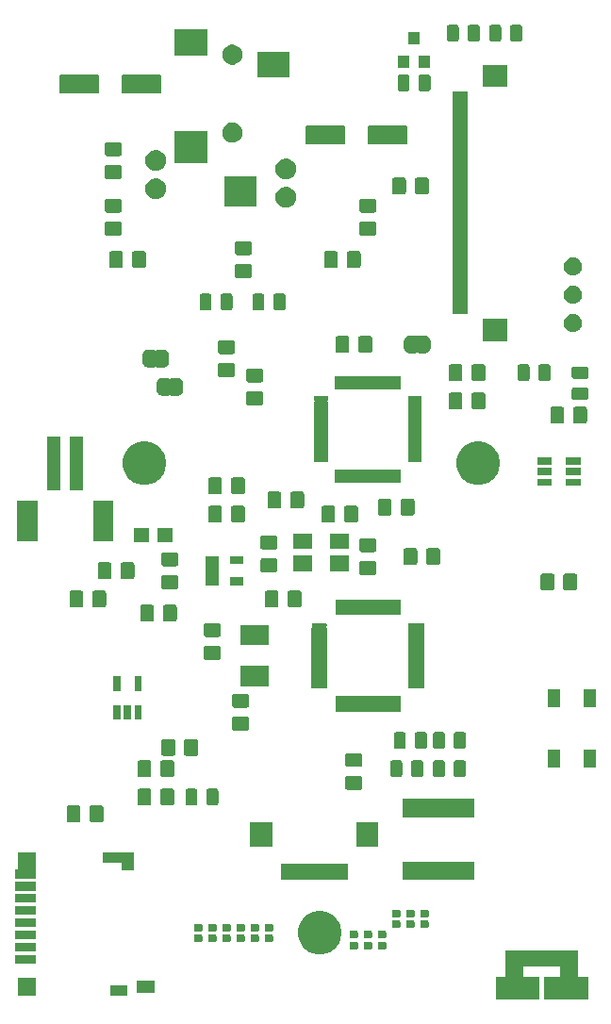
<source format=gbr>
G04 #@! TF.GenerationSoftware,KiCad,Pcbnew,5.1.3-ffb9f22~84~ubuntu18.10.1*
G04 #@! TF.CreationDate,2019-09-01T17:36:10+10:00*
G04 #@! TF.ProjectId,openpod-1,6f70656e-706f-4642-9d31-2e6b69636164,1.0*
G04 #@! TF.SameCoordinates,Original*
G04 #@! TF.FileFunction,Soldermask,Top*
G04 #@! TF.FilePolarity,Negative*
%FSLAX46Y46*%
G04 Gerber Fmt 4.6, Leading zero omitted, Abs format (unit mm)*
G04 Created by KiCad (PCBNEW 5.1.3-ffb9f22~84~ubuntu18.10.1) date 2019-09-01 17:36:10*
%MOMM*%
%LPD*%
G04 APERTURE LIST*
%ADD10C,0.100000*%
G04 APERTURE END LIST*
D10*
G36*
X108886500Y-111515500D02*
G01*
X106886500Y-111515500D01*
X106886500Y-113715500D01*
X108886500Y-113715500D01*
X108886500Y-111515500D01*
G37*
G36*
X99396500Y-111510500D02*
G01*
X97396500Y-111510500D01*
X97396500Y-113710500D01*
X99396500Y-113710500D01*
X99396500Y-111510500D01*
G37*
G36*
X112750000Y-73650000D02*
G01*
X112750000Y-73250000D01*
X111550000Y-73250000D01*
X111550000Y-73650000D01*
X112750000Y-73650000D01*
G37*
G36*
X112750000Y-74150000D02*
G01*
X112750000Y-73750000D01*
X111550000Y-73750000D01*
X111550000Y-74150000D01*
X112750000Y-74150000D01*
G37*
G36*
X112750000Y-74650000D02*
G01*
X112750000Y-74250000D01*
X111550000Y-74250000D01*
X111550000Y-74650000D01*
X112750000Y-74650000D01*
G37*
G36*
X112750000Y-75150000D02*
G01*
X112750000Y-74750000D01*
X111550000Y-74750000D01*
X111550000Y-75150000D01*
X112750000Y-75150000D01*
G37*
G36*
X112750000Y-75650000D02*
G01*
X112750000Y-75250000D01*
X111550000Y-75250000D01*
X111550000Y-75650000D01*
X112750000Y-75650000D01*
G37*
G36*
X112750000Y-76150000D02*
G01*
X112750000Y-75750000D01*
X111550000Y-75750000D01*
X111550000Y-76150000D01*
X112750000Y-76150000D01*
G37*
G36*
X112750000Y-76650000D02*
G01*
X112750000Y-76250000D01*
X111550000Y-76250000D01*
X111550000Y-76650000D01*
X112750000Y-76650000D01*
G37*
G36*
X112750000Y-77150000D02*
G01*
X112750000Y-76750000D01*
X111550000Y-76750000D01*
X111550000Y-77150000D01*
X112750000Y-77150000D01*
G37*
G36*
X112750000Y-77650000D02*
G01*
X112750000Y-77250000D01*
X111550000Y-77250000D01*
X111550000Y-77650000D01*
X112750000Y-77650000D01*
G37*
G36*
X112750000Y-78150000D02*
G01*
X112750000Y-77750000D01*
X111550000Y-77750000D01*
X111550000Y-78150000D01*
X112750000Y-78150000D01*
G37*
G36*
X112750000Y-78650000D02*
G01*
X112750000Y-78250000D01*
X111550000Y-78250000D01*
X111550000Y-78650000D01*
X112750000Y-78650000D01*
G37*
G36*
X112750000Y-79150000D02*
G01*
X112750000Y-78750000D01*
X111550000Y-78750000D01*
X111550000Y-79150000D01*
X112750000Y-79150000D01*
G37*
G36*
X104350000Y-73650000D02*
G01*
X104350000Y-73250000D01*
X103150000Y-73250000D01*
X103150000Y-73650000D01*
X104350000Y-73650000D01*
G37*
G36*
X104350000Y-74150000D02*
G01*
X104350000Y-73750000D01*
X103150000Y-73750000D01*
X103150000Y-74150000D01*
X104350000Y-74150000D01*
G37*
G36*
X104350000Y-74650000D02*
G01*
X104350000Y-74250000D01*
X103150000Y-74250000D01*
X103150000Y-74650000D01*
X104350000Y-74650000D01*
G37*
G36*
X104350000Y-75150000D02*
G01*
X104350000Y-74750000D01*
X103150000Y-74750000D01*
X103150000Y-75150000D01*
X104350000Y-75150000D01*
G37*
G36*
X104350000Y-75650000D02*
G01*
X104350000Y-75250000D01*
X103150000Y-75250000D01*
X103150000Y-75650000D01*
X104350000Y-75650000D01*
G37*
G36*
X104350000Y-76150000D02*
G01*
X104350000Y-75750000D01*
X103150000Y-75750000D01*
X103150000Y-76150000D01*
X104350000Y-76150000D01*
G37*
G36*
X104350000Y-76650000D02*
G01*
X104350000Y-76250000D01*
X103150000Y-76250000D01*
X103150000Y-76650000D01*
X104350000Y-76650000D01*
G37*
G36*
X104350000Y-77150000D02*
G01*
X104350000Y-76750000D01*
X103150000Y-76750000D01*
X103150000Y-77150000D01*
X104350000Y-77150000D01*
G37*
G36*
X104350000Y-77650000D02*
G01*
X104350000Y-77250000D01*
X103150000Y-77250000D01*
X103150000Y-77650000D01*
X104350000Y-77650000D01*
G37*
G36*
X104350000Y-78150000D02*
G01*
X104350000Y-77750000D01*
X103150000Y-77750000D01*
X103150000Y-78150000D01*
X104350000Y-78150000D01*
G37*
G36*
X104350000Y-78650000D02*
G01*
X104350000Y-78250000D01*
X103150000Y-78250000D01*
X103150000Y-78650000D01*
X104350000Y-78650000D01*
G37*
G36*
X104350000Y-79150000D02*
G01*
X104350000Y-78750000D01*
X103150000Y-78750000D01*
X103150000Y-79150000D01*
X104350000Y-79150000D01*
G37*
G36*
X110500000Y-81000000D02*
G01*
X110900000Y-81000000D01*
X110900000Y-79800000D01*
X110500000Y-79800000D01*
X110500000Y-81000000D01*
G37*
G36*
X110000000Y-81000000D02*
G01*
X110400000Y-81000000D01*
X110400000Y-79800000D01*
X110000000Y-79800000D01*
X110000000Y-81000000D01*
G37*
G36*
X109500000Y-81000000D02*
G01*
X109900000Y-81000000D01*
X109900000Y-79800000D01*
X109500000Y-79800000D01*
X109500000Y-81000000D01*
G37*
G36*
X109000000Y-81000000D02*
G01*
X109400000Y-81000000D01*
X109400000Y-79800000D01*
X109000000Y-79800000D01*
X109000000Y-81000000D01*
G37*
G36*
X108500000Y-81000000D02*
G01*
X108900000Y-81000000D01*
X108900000Y-79800000D01*
X108500000Y-79800000D01*
X108500000Y-81000000D01*
G37*
G36*
X108000000Y-81000000D02*
G01*
X108400000Y-81000000D01*
X108400000Y-79800000D01*
X108000000Y-79800000D01*
X108000000Y-81000000D01*
G37*
G36*
X107500000Y-81000000D02*
G01*
X107900000Y-81000000D01*
X107900000Y-79800000D01*
X107500000Y-79800000D01*
X107500000Y-81000000D01*
G37*
G36*
X107000000Y-81000000D02*
G01*
X107400000Y-81000000D01*
X107400000Y-79800000D01*
X107000000Y-79800000D01*
X107000000Y-81000000D01*
G37*
G36*
X106500000Y-81000000D02*
G01*
X106900000Y-81000000D01*
X106900000Y-79800000D01*
X106500000Y-79800000D01*
X106500000Y-81000000D01*
G37*
G36*
X106000000Y-81000000D02*
G01*
X106400000Y-81000000D01*
X106400000Y-79800000D01*
X106000000Y-79800000D01*
X106000000Y-81000000D01*
G37*
G36*
X105500000Y-81000000D02*
G01*
X105900000Y-81000000D01*
X105900000Y-79800000D01*
X105500000Y-79800000D01*
X105500000Y-81000000D01*
G37*
G36*
X105000000Y-81000000D02*
G01*
X105400000Y-81000000D01*
X105400000Y-79800000D01*
X105000000Y-79800000D01*
X105000000Y-81000000D01*
G37*
G36*
X110500000Y-72600000D02*
G01*
X110900000Y-72600000D01*
X110900000Y-71400000D01*
X110500000Y-71400000D01*
X110500000Y-72600000D01*
G37*
G36*
X110000000Y-72600000D02*
G01*
X110400000Y-72600000D01*
X110400000Y-71400000D01*
X110000000Y-71400000D01*
X110000000Y-72600000D01*
G37*
G36*
X109500000Y-72600000D02*
G01*
X109900000Y-72600000D01*
X109900000Y-71400000D01*
X109500000Y-71400000D01*
X109500000Y-72600000D01*
G37*
G36*
X109000000Y-72600000D02*
G01*
X109400000Y-72600000D01*
X109400000Y-71400000D01*
X109000000Y-71400000D01*
X109000000Y-72600000D01*
G37*
G36*
X108500000Y-72600000D02*
G01*
X108900000Y-72600000D01*
X108900000Y-71400000D01*
X108500000Y-71400000D01*
X108500000Y-72600000D01*
G37*
G36*
X108000000Y-72600000D02*
G01*
X108400000Y-72600000D01*
X108400000Y-71400000D01*
X108000000Y-71400000D01*
X108000000Y-72600000D01*
G37*
G36*
X107500000Y-72600000D02*
G01*
X107900000Y-72600000D01*
X107900000Y-71400000D01*
X107500000Y-71400000D01*
X107500000Y-72600000D01*
G37*
G36*
X107000000Y-72600000D02*
G01*
X107400000Y-72600000D01*
X107400000Y-71400000D01*
X107000000Y-71400000D01*
X107000000Y-72600000D01*
G37*
G36*
X106500000Y-72600000D02*
G01*
X106900000Y-72600000D01*
X106900000Y-71400000D01*
X106500000Y-71400000D01*
X106500000Y-72600000D01*
G37*
G36*
X106000000Y-72600000D02*
G01*
X106400000Y-72600000D01*
X106400000Y-71400000D01*
X106000000Y-71400000D01*
X106000000Y-72600000D01*
G37*
G36*
X105500000Y-72600000D02*
G01*
X105900000Y-72600000D01*
X105900000Y-71400000D01*
X105500000Y-71400000D01*
X105500000Y-72600000D01*
G37*
G36*
X105000000Y-72600000D02*
G01*
X105400000Y-72600000D01*
X105400000Y-71400000D01*
X105000000Y-71400000D01*
X105000000Y-72600000D01*
G37*
G36*
X120490000Y-45480000D02*
G01*
X120490000Y-43480000D01*
X118290000Y-43480000D01*
X118290000Y-45480000D01*
X120490000Y-45480000D01*
G37*
G36*
X120490000Y-68280000D02*
G01*
X120490000Y-66280000D01*
X118290000Y-66280000D01*
X118290000Y-68280000D01*
X120490000Y-68280000D01*
G37*
G36*
X126811000Y-125239001D02*
G01*
X126813402Y-125263387D01*
X126820515Y-125286836D01*
X126832066Y-125308447D01*
X126847611Y-125327389D01*
X126866553Y-125342934D01*
X126888164Y-125354485D01*
X126911613Y-125361598D01*
X126935999Y-125364000D01*
X127708500Y-125364000D01*
X127708500Y-127366000D01*
X123761500Y-127366000D01*
X123761500Y-125364000D01*
X125109001Y-125364000D01*
X125133387Y-125361598D01*
X125156836Y-125354485D01*
X125178447Y-125342934D01*
X125197389Y-125327389D01*
X125212934Y-125308447D01*
X125224485Y-125286836D01*
X125231598Y-125263387D01*
X125234000Y-125239001D01*
X125234000Y-124570999D01*
X125231598Y-124546613D01*
X125224485Y-124523164D01*
X125212934Y-124501553D01*
X125197389Y-124482611D01*
X125178447Y-124467066D01*
X125156836Y-124455515D01*
X125133387Y-124448402D01*
X125109001Y-124446000D01*
X122010999Y-124446000D01*
X121986613Y-124448402D01*
X121963164Y-124455515D01*
X121941553Y-124467066D01*
X121922611Y-124482611D01*
X121907066Y-124501553D01*
X121895515Y-124523164D01*
X121888402Y-124546613D01*
X121886000Y-124570999D01*
X121886000Y-125239001D01*
X121888402Y-125263387D01*
X121895515Y-125286836D01*
X121907066Y-125308447D01*
X121922611Y-125327389D01*
X121941553Y-125342934D01*
X121963164Y-125354485D01*
X121986613Y-125361598D01*
X122010999Y-125364000D01*
X123358500Y-125364000D01*
X123358500Y-127366000D01*
X119411500Y-127366000D01*
X119411500Y-125364000D01*
X120184001Y-125364000D01*
X120208387Y-125361598D01*
X120231836Y-125354485D01*
X120253447Y-125342934D01*
X120272389Y-125327389D01*
X120287934Y-125308447D01*
X120299485Y-125286836D01*
X120306598Y-125263387D01*
X120309000Y-125239001D01*
X120309000Y-122964000D01*
X126811000Y-122964000D01*
X126811000Y-125239001D01*
X126811000Y-125239001D01*
G37*
G36*
X78126000Y-127076000D02*
G01*
X76524000Y-127076000D01*
X76524000Y-125474000D01*
X78126000Y-125474000D01*
X78126000Y-127076000D01*
X78126000Y-127076000D01*
G37*
G36*
X86326000Y-127076000D02*
G01*
X84824000Y-127076000D01*
X84824000Y-126174000D01*
X86326000Y-126174000D01*
X86326000Y-127076000D01*
X86326000Y-127076000D01*
G37*
G36*
X88826000Y-126776000D02*
G01*
X87174000Y-126776000D01*
X87174000Y-125674000D01*
X88826000Y-125674000D01*
X88826000Y-126776000D01*
X88826000Y-126776000D01*
G37*
G36*
X78126000Y-124226000D02*
G01*
X76274000Y-124226000D01*
X76274000Y-123424000D01*
X78126000Y-123424000D01*
X78126000Y-124226000D01*
X78126000Y-124226000D01*
G37*
G36*
X104201085Y-119535975D02*
G01*
X104556143Y-119683045D01*
X104556145Y-119683046D01*
X104875690Y-119896559D01*
X105147441Y-120168310D01*
X105316042Y-120420640D01*
X105360955Y-120487857D01*
X105508025Y-120842915D01*
X105583000Y-121219842D01*
X105583000Y-121604158D01*
X105508025Y-121981085D01*
X105369383Y-122315796D01*
X105360954Y-122336145D01*
X105147441Y-122655690D01*
X104875690Y-122927441D01*
X104556145Y-123140954D01*
X104556144Y-123140955D01*
X104556143Y-123140955D01*
X104201085Y-123288025D01*
X103824158Y-123363000D01*
X103439842Y-123363000D01*
X103062915Y-123288025D01*
X102707857Y-123140955D01*
X102707856Y-123140955D01*
X102707855Y-123140954D01*
X102388310Y-122927441D01*
X102116559Y-122655690D01*
X101903046Y-122336145D01*
X101894617Y-122315796D01*
X101755975Y-121981085D01*
X101681000Y-121604158D01*
X101681000Y-121219842D01*
X101755975Y-120842915D01*
X101903045Y-120487857D01*
X101947958Y-120420640D01*
X102116559Y-120168310D01*
X102388310Y-119896559D01*
X102707855Y-119683046D01*
X102707857Y-119683045D01*
X103062915Y-119535975D01*
X103439842Y-119461000D01*
X103824158Y-119461000D01*
X104201085Y-119535975D01*
X104201085Y-119535975D01*
G37*
G36*
X78126000Y-123126000D02*
G01*
X76274000Y-123126000D01*
X76274000Y-122324000D01*
X78126000Y-122324000D01*
X78126000Y-123126000D01*
X78126000Y-123126000D01*
G37*
G36*
X108231938Y-122211716D02*
G01*
X108252557Y-122217971D01*
X108271553Y-122228124D01*
X108288208Y-122241792D01*
X108301876Y-122258447D01*
X108312029Y-122277443D01*
X108318284Y-122298062D01*
X108321000Y-122325640D01*
X108321000Y-122784360D01*
X108318284Y-122811938D01*
X108312029Y-122832557D01*
X108301876Y-122851553D01*
X108288208Y-122868208D01*
X108271553Y-122881876D01*
X108252557Y-122892029D01*
X108231938Y-122898284D01*
X108204360Y-122901000D01*
X107695640Y-122901000D01*
X107668062Y-122898284D01*
X107647443Y-122892029D01*
X107628447Y-122881876D01*
X107611792Y-122868208D01*
X107598124Y-122851553D01*
X107587971Y-122832557D01*
X107581716Y-122811938D01*
X107579000Y-122784360D01*
X107579000Y-122325640D01*
X107581716Y-122298062D01*
X107587971Y-122277443D01*
X107598124Y-122258447D01*
X107611792Y-122241792D01*
X107628447Y-122228124D01*
X107647443Y-122217971D01*
X107668062Y-122211716D01*
X107695640Y-122209000D01*
X108204360Y-122209000D01*
X108231938Y-122211716D01*
X108231938Y-122211716D01*
G37*
G36*
X109501938Y-122211716D02*
G01*
X109522557Y-122217971D01*
X109541553Y-122228124D01*
X109558208Y-122241792D01*
X109571876Y-122258447D01*
X109582029Y-122277443D01*
X109588284Y-122298062D01*
X109591000Y-122325640D01*
X109591000Y-122784360D01*
X109588284Y-122811938D01*
X109582029Y-122832557D01*
X109571876Y-122851553D01*
X109558208Y-122868208D01*
X109541553Y-122881876D01*
X109522557Y-122892029D01*
X109501938Y-122898284D01*
X109474360Y-122901000D01*
X108965640Y-122901000D01*
X108938062Y-122898284D01*
X108917443Y-122892029D01*
X108898447Y-122881876D01*
X108881792Y-122868208D01*
X108868124Y-122851553D01*
X108857971Y-122832557D01*
X108851716Y-122811938D01*
X108849000Y-122784360D01*
X108849000Y-122325640D01*
X108851716Y-122298062D01*
X108857971Y-122277443D01*
X108868124Y-122258447D01*
X108881792Y-122241792D01*
X108898447Y-122228124D01*
X108917443Y-122217971D01*
X108938062Y-122211716D01*
X108965640Y-122209000D01*
X109474360Y-122209000D01*
X109501938Y-122211716D01*
X109501938Y-122211716D01*
G37*
G36*
X106961938Y-122211716D02*
G01*
X106982557Y-122217971D01*
X107001553Y-122228124D01*
X107018208Y-122241792D01*
X107031876Y-122258447D01*
X107042029Y-122277443D01*
X107048284Y-122298062D01*
X107051000Y-122325640D01*
X107051000Y-122784360D01*
X107048284Y-122811938D01*
X107042029Y-122832557D01*
X107031876Y-122851553D01*
X107018208Y-122868208D01*
X107001553Y-122881876D01*
X106982557Y-122892029D01*
X106961938Y-122898284D01*
X106934360Y-122901000D01*
X106425640Y-122901000D01*
X106398062Y-122898284D01*
X106377443Y-122892029D01*
X106358447Y-122881876D01*
X106341792Y-122868208D01*
X106328124Y-122851553D01*
X106317971Y-122832557D01*
X106311716Y-122811938D01*
X106309000Y-122784360D01*
X106309000Y-122325640D01*
X106311716Y-122298062D01*
X106317971Y-122277443D01*
X106328124Y-122258447D01*
X106341792Y-122241792D01*
X106358447Y-122228124D01*
X106377443Y-122217971D01*
X106398062Y-122211716D01*
X106425640Y-122209000D01*
X106934360Y-122209000D01*
X106961938Y-122211716D01*
X106961938Y-122211716D01*
G37*
G36*
X94261938Y-121576716D02*
G01*
X94282557Y-121582971D01*
X94301553Y-121593124D01*
X94318208Y-121606792D01*
X94331876Y-121623447D01*
X94342029Y-121642443D01*
X94348284Y-121663062D01*
X94351000Y-121690640D01*
X94351000Y-122149360D01*
X94348284Y-122176938D01*
X94342029Y-122197557D01*
X94331876Y-122216553D01*
X94318208Y-122233208D01*
X94301553Y-122246876D01*
X94282557Y-122257029D01*
X94261938Y-122263284D01*
X94234360Y-122266000D01*
X93725640Y-122266000D01*
X93698062Y-122263284D01*
X93677443Y-122257029D01*
X93658447Y-122246876D01*
X93641792Y-122233208D01*
X93628124Y-122216553D01*
X93617971Y-122197557D01*
X93611716Y-122176938D01*
X93609000Y-122149360D01*
X93609000Y-121690640D01*
X93611716Y-121663062D01*
X93617971Y-121642443D01*
X93628124Y-121623447D01*
X93641792Y-121606792D01*
X93658447Y-121593124D01*
X93677443Y-121582971D01*
X93698062Y-121576716D01*
X93725640Y-121574000D01*
X94234360Y-121574000D01*
X94261938Y-121576716D01*
X94261938Y-121576716D01*
G37*
G36*
X96801938Y-121576716D02*
G01*
X96822557Y-121582971D01*
X96841553Y-121593124D01*
X96858208Y-121606792D01*
X96871876Y-121623447D01*
X96882029Y-121642443D01*
X96888284Y-121663062D01*
X96891000Y-121690640D01*
X96891000Y-122149360D01*
X96888284Y-122176938D01*
X96882029Y-122197557D01*
X96871876Y-122216553D01*
X96858208Y-122233208D01*
X96841553Y-122246876D01*
X96822557Y-122257029D01*
X96801938Y-122263284D01*
X96774360Y-122266000D01*
X96265640Y-122266000D01*
X96238062Y-122263284D01*
X96217443Y-122257029D01*
X96198447Y-122246876D01*
X96181792Y-122233208D01*
X96168124Y-122216553D01*
X96157971Y-122197557D01*
X96151716Y-122176938D01*
X96149000Y-122149360D01*
X96149000Y-121690640D01*
X96151716Y-121663062D01*
X96157971Y-121642443D01*
X96168124Y-121623447D01*
X96181792Y-121606792D01*
X96198447Y-121593124D01*
X96217443Y-121582971D01*
X96238062Y-121576716D01*
X96265640Y-121574000D01*
X96774360Y-121574000D01*
X96801938Y-121576716D01*
X96801938Y-121576716D01*
G37*
G36*
X95531938Y-121576716D02*
G01*
X95552557Y-121582971D01*
X95571553Y-121593124D01*
X95588208Y-121606792D01*
X95601876Y-121623447D01*
X95612029Y-121642443D01*
X95618284Y-121663062D01*
X95621000Y-121690640D01*
X95621000Y-122149360D01*
X95618284Y-122176938D01*
X95612029Y-122197557D01*
X95601876Y-122216553D01*
X95588208Y-122233208D01*
X95571553Y-122246876D01*
X95552557Y-122257029D01*
X95531938Y-122263284D01*
X95504360Y-122266000D01*
X94995640Y-122266000D01*
X94968062Y-122263284D01*
X94947443Y-122257029D01*
X94928447Y-122246876D01*
X94911792Y-122233208D01*
X94898124Y-122216553D01*
X94887971Y-122197557D01*
X94881716Y-122176938D01*
X94879000Y-122149360D01*
X94879000Y-121690640D01*
X94881716Y-121663062D01*
X94887971Y-121642443D01*
X94898124Y-121623447D01*
X94911792Y-121606792D01*
X94928447Y-121593124D01*
X94947443Y-121582971D01*
X94968062Y-121576716D01*
X94995640Y-121574000D01*
X95504360Y-121574000D01*
X95531938Y-121576716D01*
X95531938Y-121576716D01*
G37*
G36*
X98071938Y-121576716D02*
G01*
X98092557Y-121582971D01*
X98111553Y-121593124D01*
X98128208Y-121606792D01*
X98141876Y-121623447D01*
X98152029Y-121642443D01*
X98158284Y-121663062D01*
X98161000Y-121690640D01*
X98161000Y-122149360D01*
X98158284Y-122176938D01*
X98152029Y-122197557D01*
X98141876Y-122216553D01*
X98128208Y-122233208D01*
X98111553Y-122246876D01*
X98092557Y-122257029D01*
X98071938Y-122263284D01*
X98044360Y-122266000D01*
X97535640Y-122266000D01*
X97508062Y-122263284D01*
X97487443Y-122257029D01*
X97468447Y-122246876D01*
X97451792Y-122233208D01*
X97438124Y-122216553D01*
X97427971Y-122197557D01*
X97421716Y-122176938D01*
X97419000Y-122149360D01*
X97419000Y-121690640D01*
X97421716Y-121663062D01*
X97427971Y-121642443D01*
X97438124Y-121623447D01*
X97451792Y-121606792D01*
X97468447Y-121593124D01*
X97487443Y-121582971D01*
X97508062Y-121576716D01*
X97535640Y-121574000D01*
X98044360Y-121574000D01*
X98071938Y-121576716D01*
X98071938Y-121576716D01*
G37*
G36*
X92991938Y-121576716D02*
G01*
X93012557Y-121582971D01*
X93031553Y-121593124D01*
X93048208Y-121606792D01*
X93061876Y-121623447D01*
X93072029Y-121642443D01*
X93078284Y-121663062D01*
X93081000Y-121690640D01*
X93081000Y-122149360D01*
X93078284Y-122176938D01*
X93072029Y-122197557D01*
X93061876Y-122216553D01*
X93048208Y-122233208D01*
X93031553Y-122246876D01*
X93012557Y-122257029D01*
X92991938Y-122263284D01*
X92964360Y-122266000D01*
X92455640Y-122266000D01*
X92428062Y-122263284D01*
X92407443Y-122257029D01*
X92388447Y-122246876D01*
X92371792Y-122233208D01*
X92358124Y-122216553D01*
X92347971Y-122197557D01*
X92341716Y-122176938D01*
X92339000Y-122149360D01*
X92339000Y-121690640D01*
X92341716Y-121663062D01*
X92347971Y-121642443D01*
X92358124Y-121623447D01*
X92371792Y-121606792D01*
X92388447Y-121593124D01*
X92407443Y-121582971D01*
X92428062Y-121576716D01*
X92455640Y-121574000D01*
X92964360Y-121574000D01*
X92991938Y-121576716D01*
X92991938Y-121576716D01*
G37*
G36*
X99341938Y-121576716D02*
G01*
X99362557Y-121582971D01*
X99381553Y-121593124D01*
X99398208Y-121606792D01*
X99411876Y-121623447D01*
X99422029Y-121642443D01*
X99428284Y-121663062D01*
X99431000Y-121690640D01*
X99431000Y-122149360D01*
X99428284Y-122176938D01*
X99422029Y-122197557D01*
X99411876Y-122216553D01*
X99398208Y-122233208D01*
X99381553Y-122246876D01*
X99362557Y-122257029D01*
X99341938Y-122263284D01*
X99314360Y-122266000D01*
X98805640Y-122266000D01*
X98778062Y-122263284D01*
X98757443Y-122257029D01*
X98738447Y-122246876D01*
X98721792Y-122233208D01*
X98708124Y-122216553D01*
X98697971Y-122197557D01*
X98691716Y-122176938D01*
X98689000Y-122149360D01*
X98689000Y-121690640D01*
X98691716Y-121663062D01*
X98697971Y-121642443D01*
X98708124Y-121623447D01*
X98721792Y-121606792D01*
X98738447Y-121593124D01*
X98757443Y-121582971D01*
X98778062Y-121576716D01*
X98805640Y-121574000D01*
X99314360Y-121574000D01*
X99341938Y-121576716D01*
X99341938Y-121576716D01*
G37*
G36*
X78126000Y-122026000D02*
G01*
X76274000Y-122026000D01*
X76274000Y-121224000D01*
X78126000Y-121224000D01*
X78126000Y-122026000D01*
X78126000Y-122026000D01*
G37*
G36*
X109501938Y-121241716D02*
G01*
X109522557Y-121247971D01*
X109541553Y-121258124D01*
X109558208Y-121271792D01*
X109571876Y-121288447D01*
X109582029Y-121307443D01*
X109588284Y-121328062D01*
X109591000Y-121355640D01*
X109591000Y-121814360D01*
X109588284Y-121841938D01*
X109582029Y-121862557D01*
X109571876Y-121881553D01*
X109558208Y-121898208D01*
X109541553Y-121911876D01*
X109522557Y-121922029D01*
X109501938Y-121928284D01*
X109474360Y-121931000D01*
X108965640Y-121931000D01*
X108938062Y-121928284D01*
X108917443Y-121922029D01*
X108898447Y-121911876D01*
X108881792Y-121898208D01*
X108868124Y-121881553D01*
X108857971Y-121862557D01*
X108851716Y-121841938D01*
X108849000Y-121814360D01*
X108849000Y-121355640D01*
X108851716Y-121328062D01*
X108857971Y-121307443D01*
X108868124Y-121288447D01*
X108881792Y-121271792D01*
X108898447Y-121258124D01*
X108917443Y-121247971D01*
X108938062Y-121241716D01*
X108965640Y-121239000D01*
X109474360Y-121239000D01*
X109501938Y-121241716D01*
X109501938Y-121241716D01*
G37*
G36*
X108231938Y-121241716D02*
G01*
X108252557Y-121247971D01*
X108271553Y-121258124D01*
X108288208Y-121271792D01*
X108301876Y-121288447D01*
X108312029Y-121307443D01*
X108318284Y-121328062D01*
X108321000Y-121355640D01*
X108321000Y-121814360D01*
X108318284Y-121841938D01*
X108312029Y-121862557D01*
X108301876Y-121881553D01*
X108288208Y-121898208D01*
X108271553Y-121911876D01*
X108252557Y-121922029D01*
X108231938Y-121928284D01*
X108204360Y-121931000D01*
X107695640Y-121931000D01*
X107668062Y-121928284D01*
X107647443Y-121922029D01*
X107628447Y-121911876D01*
X107611792Y-121898208D01*
X107598124Y-121881553D01*
X107587971Y-121862557D01*
X107581716Y-121841938D01*
X107579000Y-121814360D01*
X107579000Y-121355640D01*
X107581716Y-121328062D01*
X107587971Y-121307443D01*
X107598124Y-121288447D01*
X107611792Y-121271792D01*
X107628447Y-121258124D01*
X107647443Y-121247971D01*
X107668062Y-121241716D01*
X107695640Y-121239000D01*
X108204360Y-121239000D01*
X108231938Y-121241716D01*
X108231938Y-121241716D01*
G37*
G36*
X106961938Y-121241716D02*
G01*
X106982557Y-121247971D01*
X107001553Y-121258124D01*
X107018208Y-121271792D01*
X107031876Y-121288447D01*
X107042029Y-121307443D01*
X107048284Y-121328062D01*
X107051000Y-121355640D01*
X107051000Y-121814360D01*
X107048284Y-121841938D01*
X107042029Y-121862557D01*
X107031876Y-121881553D01*
X107018208Y-121898208D01*
X107001553Y-121911876D01*
X106982557Y-121922029D01*
X106961938Y-121928284D01*
X106934360Y-121931000D01*
X106425640Y-121931000D01*
X106398062Y-121928284D01*
X106377443Y-121922029D01*
X106358447Y-121911876D01*
X106341792Y-121898208D01*
X106328124Y-121881553D01*
X106317971Y-121862557D01*
X106311716Y-121841938D01*
X106309000Y-121814360D01*
X106309000Y-121355640D01*
X106311716Y-121328062D01*
X106317971Y-121307443D01*
X106328124Y-121288447D01*
X106341792Y-121271792D01*
X106358447Y-121258124D01*
X106377443Y-121247971D01*
X106398062Y-121241716D01*
X106425640Y-121239000D01*
X106934360Y-121239000D01*
X106961938Y-121241716D01*
X106961938Y-121241716D01*
G37*
G36*
X92991938Y-120606716D02*
G01*
X93012557Y-120612971D01*
X93031553Y-120623124D01*
X93048208Y-120636792D01*
X93061876Y-120653447D01*
X93072029Y-120672443D01*
X93078284Y-120693062D01*
X93081000Y-120720640D01*
X93081000Y-121179360D01*
X93078284Y-121206938D01*
X93072029Y-121227557D01*
X93061876Y-121246553D01*
X93048208Y-121263208D01*
X93031553Y-121276876D01*
X93012557Y-121287029D01*
X92991938Y-121293284D01*
X92964360Y-121296000D01*
X92455640Y-121296000D01*
X92428062Y-121293284D01*
X92407443Y-121287029D01*
X92388447Y-121276876D01*
X92371792Y-121263208D01*
X92358124Y-121246553D01*
X92347971Y-121227557D01*
X92341716Y-121206938D01*
X92339000Y-121179360D01*
X92339000Y-120720640D01*
X92341716Y-120693062D01*
X92347971Y-120672443D01*
X92358124Y-120653447D01*
X92371792Y-120636792D01*
X92388447Y-120623124D01*
X92407443Y-120612971D01*
X92428062Y-120606716D01*
X92455640Y-120604000D01*
X92964360Y-120604000D01*
X92991938Y-120606716D01*
X92991938Y-120606716D01*
G37*
G36*
X98071938Y-120606716D02*
G01*
X98092557Y-120612971D01*
X98111553Y-120623124D01*
X98128208Y-120636792D01*
X98141876Y-120653447D01*
X98152029Y-120672443D01*
X98158284Y-120693062D01*
X98161000Y-120720640D01*
X98161000Y-121179360D01*
X98158284Y-121206938D01*
X98152029Y-121227557D01*
X98141876Y-121246553D01*
X98128208Y-121263208D01*
X98111553Y-121276876D01*
X98092557Y-121287029D01*
X98071938Y-121293284D01*
X98044360Y-121296000D01*
X97535640Y-121296000D01*
X97508062Y-121293284D01*
X97487443Y-121287029D01*
X97468447Y-121276876D01*
X97451792Y-121263208D01*
X97438124Y-121246553D01*
X97427971Y-121227557D01*
X97421716Y-121206938D01*
X97419000Y-121179360D01*
X97419000Y-120720640D01*
X97421716Y-120693062D01*
X97427971Y-120672443D01*
X97438124Y-120653447D01*
X97451792Y-120636792D01*
X97468447Y-120623124D01*
X97487443Y-120612971D01*
X97508062Y-120606716D01*
X97535640Y-120604000D01*
X98044360Y-120604000D01*
X98071938Y-120606716D01*
X98071938Y-120606716D01*
G37*
G36*
X94261938Y-120606716D02*
G01*
X94282557Y-120612971D01*
X94301553Y-120623124D01*
X94318208Y-120636792D01*
X94331876Y-120653447D01*
X94342029Y-120672443D01*
X94348284Y-120693062D01*
X94351000Y-120720640D01*
X94351000Y-121179360D01*
X94348284Y-121206938D01*
X94342029Y-121227557D01*
X94331876Y-121246553D01*
X94318208Y-121263208D01*
X94301553Y-121276876D01*
X94282557Y-121287029D01*
X94261938Y-121293284D01*
X94234360Y-121296000D01*
X93725640Y-121296000D01*
X93698062Y-121293284D01*
X93677443Y-121287029D01*
X93658447Y-121276876D01*
X93641792Y-121263208D01*
X93628124Y-121246553D01*
X93617971Y-121227557D01*
X93611716Y-121206938D01*
X93609000Y-121179360D01*
X93609000Y-120720640D01*
X93611716Y-120693062D01*
X93617971Y-120672443D01*
X93628124Y-120653447D01*
X93641792Y-120636792D01*
X93658447Y-120623124D01*
X93677443Y-120612971D01*
X93698062Y-120606716D01*
X93725640Y-120604000D01*
X94234360Y-120604000D01*
X94261938Y-120606716D01*
X94261938Y-120606716D01*
G37*
G36*
X99341938Y-120606716D02*
G01*
X99362557Y-120612971D01*
X99381553Y-120623124D01*
X99398208Y-120636792D01*
X99411876Y-120653447D01*
X99422029Y-120672443D01*
X99428284Y-120693062D01*
X99431000Y-120720640D01*
X99431000Y-121179360D01*
X99428284Y-121206938D01*
X99422029Y-121227557D01*
X99411876Y-121246553D01*
X99398208Y-121263208D01*
X99381553Y-121276876D01*
X99362557Y-121287029D01*
X99341938Y-121293284D01*
X99314360Y-121296000D01*
X98805640Y-121296000D01*
X98778062Y-121293284D01*
X98757443Y-121287029D01*
X98738447Y-121276876D01*
X98721792Y-121263208D01*
X98708124Y-121246553D01*
X98697971Y-121227557D01*
X98691716Y-121206938D01*
X98689000Y-121179360D01*
X98689000Y-120720640D01*
X98691716Y-120693062D01*
X98697971Y-120672443D01*
X98708124Y-120653447D01*
X98721792Y-120636792D01*
X98738447Y-120623124D01*
X98757443Y-120612971D01*
X98778062Y-120606716D01*
X98805640Y-120604000D01*
X99314360Y-120604000D01*
X99341938Y-120606716D01*
X99341938Y-120606716D01*
G37*
G36*
X95531938Y-120606716D02*
G01*
X95552557Y-120612971D01*
X95571553Y-120623124D01*
X95588208Y-120636792D01*
X95601876Y-120653447D01*
X95612029Y-120672443D01*
X95618284Y-120693062D01*
X95621000Y-120720640D01*
X95621000Y-121179360D01*
X95618284Y-121206938D01*
X95612029Y-121227557D01*
X95601876Y-121246553D01*
X95588208Y-121263208D01*
X95571553Y-121276876D01*
X95552557Y-121287029D01*
X95531938Y-121293284D01*
X95504360Y-121296000D01*
X94995640Y-121296000D01*
X94968062Y-121293284D01*
X94947443Y-121287029D01*
X94928447Y-121276876D01*
X94911792Y-121263208D01*
X94898124Y-121246553D01*
X94887971Y-121227557D01*
X94881716Y-121206938D01*
X94879000Y-121179360D01*
X94879000Y-120720640D01*
X94881716Y-120693062D01*
X94887971Y-120672443D01*
X94898124Y-120653447D01*
X94911792Y-120636792D01*
X94928447Y-120623124D01*
X94947443Y-120612971D01*
X94968062Y-120606716D01*
X94995640Y-120604000D01*
X95504360Y-120604000D01*
X95531938Y-120606716D01*
X95531938Y-120606716D01*
G37*
G36*
X96801938Y-120606716D02*
G01*
X96822557Y-120612971D01*
X96841553Y-120623124D01*
X96858208Y-120636792D01*
X96871876Y-120653447D01*
X96882029Y-120672443D01*
X96888284Y-120693062D01*
X96891000Y-120720640D01*
X96891000Y-121179360D01*
X96888284Y-121206938D01*
X96882029Y-121227557D01*
X96871876Y-121246553D01*
X96858208Y-121263208D01*
X96841553Y-121276876D01*
X96822557Y-121287029D01*
X96801938Y-121293284D01*
X96774360Y-121296000D01*
X96265640Y-121296000D01*
X96238062Y-121293284D01*
X96217443Y-121287029D01*
X96198447Y-121276876D01*
X96181792Y-121263208D01*
X96168124Y-121246553D01*
X96157971Y-121227557D01*
X96151716Y-121206938D01*
X96149000Y-121179360D01*
X96149000Y-120720640D01*
X96151716Y-120693062D01*
X96157971Y-120672443D01*
X96168124Y-120653447D01*
X96181792Y-120636792D01*
X96198447Y-120623124D01*
X96217443Y-120612971D01*
X96238062Y-120606716D01*
X96265640Y-120604000D01*
X96774360Y-120604000D01*
X96801938Y-120606716D01*
X96801938Y-120606716D01*
G37*
G36*
X110771938Y-120306716D02*
G01*
X110792557Y-120312971D01*
X110811553Y-120323124D01*
X110828208Y-120336792D01*
X110841876Y-120353447D01*
X110852029Y-120372443D01*
X110858284Y-120393062D01*
X110861000Y-120420640D01*
X110861000Y-120879360D01*
X110858284Y-120906938D01*
X110852029Y-120927557D01*
X110841876Y-120946553D01*
X110828208Y-120963208D01*
X110811553Y-120976876D01*
X110792557Y-120987029D01*
X110771938Y-120993284D01*
X110744360Y-120996000D01*
X110235640Y-120996000D01*
X110208062Y-120993284D01*
X110187443Y-120987029D01*
X110168447Y-120976876D01*
X110151792Y-120963208D01*
X110138124Y-120946553D01*
X110127971Y-120927557D01*
X110121716Y-120906938D01*
X110119000Y-120879360D01*
X110119000Y-120420640D01*
X110121716Y-120393062D01*
X110127971Y-120372443D01*
X110138124Y-120353447D01*
X110151792Y-120336792D01*
X110168447Y-120323124D01*
X110187443Y-120312971D01*
X110208062Y-120306716D01*
X110235640Y-120304000D01*
X110744360Y-120304000D01*
X110771938Y-120306716D01*
X110771938Y-120306716D01*
G37*
G36*
X112041938Y-120306716D02*
G01*
X112062557Y-120312971D01*
X112081553Y-120323124D01*
X112098208Y-120336792D01*
X112111876Y-120353447D01*
X112122029Y-120372443D01*
X112128284Y-120393062D01*
X112131000Y-120420640D01*
X112131000Y-120879360D01*
X112128284Y-120906938D01*
X112122029Y-120927557D01*
X112111876Y-120946553D01*
X112098208Y-120963208D01*
X112081553Y-120976876D01*
X112062557Y-120987029D01*
X112041938Y-120993284D01*
X112014360Y-120996000D01*
X111505640Y-120996000D01*
X111478062Y-120993284D01*
X111457443Y-120987029D01*
X111438447Y-120976876D01*
X111421792Y-120963208D01*
X111408124Y-120946553D01*
X111397971Y-120927557D01*
X111391716Y-120906938D01*
X111389000Y-120879360D01*
X111389000Y-120420640D01*
X111391716Y-120393062D01*
X111397971Y-120372443D01*
X111408124Y-120353447D01*
X111421792Y-120336792D01*
X111438447Y-120323124D01*
X111457443Y-120312971D01*
X111478062Y-120306716D01*
X111505640Y-120304000D01*
X112014360Y-120304000D01*
X112041938Y-120306716D01*
X112041938Y-120306716D01*
G37*
G36*
X113311938Y-120306716D02*
G01*
X113332557Y-120312971D01*
X113351553Y-120323124D01*
X113368208Y-120336792D01*
X113381876Y-120353447D01*
X113392029Y-120372443D01*
X113398284Y-120393062D01*
X113401000Y-120420640D01*
X113401000Y-120879360D01*
X113398284Y-120906938D01*
X113392029Y-120927557D01*
X113381876Y-120946553D01*
X113368208Y-120963208D01*
X113351553Y-120976876D01*
X113332557Y-120987029D01*
X113311938Y-120993284D01*
X113284360Y-120996000D01*
X112775640Y-120996000D01*
X112748062Y-120993284D01*
X112727443Y-120987029D01*
X112708447Y-120976876D01*
X112691792Y-120963208D01*
X112678124Y-120946553D01*
X112667971Y-120927557D01*
X112661716Y-120906938D01*
X112659000Y-120879360D01*
X112659000Y-120420640D01*
X112661716Y-120393062D01*
X112667971Y-120372443D01*
X112678124Y-120353447D01*
X112691792Y-120336792D01*
X112708447Y-120323124D01*
X112727443Y-120312971D01*
X112748062Y-120306716D01*
X112775640Y-120304000D01*
X113284360Y-120304000D01*
X113311938Y-120306716D01*
X113311938Y-120306716D01*
G37*
G36*
X78126000Y-120926000D02*
G01*
X76274000Y-120926000D01*
X76274000Y-120124000D01*
X78126000Y-120124000D01*
X78126000Y-120926000D01*
X78126000Y-120926000D01*
G37*
G36*
X110771938Y-119336716D02*
G01*
X110792557Y-119342971D01*
X110811553Y-119353124D01*
X110828208Y-119366792D01*
X110841876Y-119383447D01*
X110852029Y-119402443D01*
X110858284Y-119423062D01*
X110861000Y-119450640D01*
X110861000Y-119909360D01*
X110858284Y-119936938D01*
X110852029Y-119957557D01*
X110841876Y-119976553D01*
X110828208Y-119993208D01*
X110811553Y-120006876D01*
X110792557Y-120017029D01*
X110771938Y-120023284D01*
X110744360Y-120026000D01*
X110235640Y-120026000D01*
X110208062Y-120023284D01*
X110187443Y-120017029D01*
X110168447Y-120006876D01*
X110151792Y-119993208D01*
X110138124Y-119976553D01*
X110127971Y-119957557D01*
X110121716Y-119936938D01*
X110119000Y-119909360D01*
X110119000Y-119450640D01*
X110121716Y-119423062D01*
X110127971Y-119402443D01*
X110138124Y-119383447D01*
X110151792Y-119366792D01*
X110168447Y-119353124D01*
X110187443Y-119342971D01*
X110208062Y-119336716D01*
X110235640Y-119334000D01*
X110744360Y-119334000D01*
X110771938Y-119336716D01*
X110771938Y-119336716D01*
G37*
G36*
X113311938Y-119336716D02*
G01*
X113332557Y-119342971D01*
X113351553Y-119353124D01*
X113368208Y-119366792D01*
X113381876Y-119383447D01*
X113392029Y-119402443D01*
X113398284Y-119423062D01*
X113401000Y-119450640D01*
X113401000Y-119909360D01*
X113398284Y-119936938D01*
X113392029Y-119957557D01*
X113381876Y-119976553D01*
X113368208Y-119993208D01*
X113351553Y-120006876D01*
X113332557Y-120017029D01*
X113311938Y-120023284D01*
X113284360Y-120026000D01*
X112775640Y-120026000D01*
X112748062Y-120023284D01*
X112727443Y-120017029D01*
X112708447Y-120006876D01*
X112691792Y-119993208D01*
X112678124Y-119976553D01*
X112667971Y-119957557D01*
X112661716Y-119936938D01*
X112659000Y-119909360D01*
X112659000Y-119450640D01*
X112661716Y-119423062D01*
X112667971Y-119402443D01*
X112678124Y-119383447D01*
X112691792Y-119366792D01*
X112708447Y-119353124D01*
X112727443Y-119342971D01*
X112748062Y-119336716D01*
X112775640Y-119334000D01*
X113284360Y-119334000D01*
X113311938Y-119336716D01*
X113311938Y-119336716D01*
G37*
G36*
X112041938Y-119336716D02*
G01*
X112062557Y-119342971D01*
X112081553Y-119353124D01*
X112098208Y-119366792D01*
X112111876Y-119383447D01*
X112122029Y-119402443D01*
X112128284Y-119423062D01*
X112131000Y-119450640D01*
X112131000Y-119909360D01*
X112128284Y-119936938D01*
X112122029Y-119957557D01*
X112111876Y-119976553D01*
X112098208Y-119993208D01*
X112081553Y-120006876D01*
X112062557Y-120017029D01*
X112041938Y-120023284D01*
X112014360Y-120026000D01*
X111505640Y-120026000D01*
X111478062Y-120023284D01*
X111457443Y-120017029D01*
X111438447Y-120006876D01*
X111421792Y-119993208D01*
X111408124Y-119976553D01*
X111397971Y-119957557D01*
X111391716Y-119936938D01*
X111389000Y-119909360D01*
X111389000Y-119450640D01*
X111391716Y-119423062D01*
X111397971Y-119402443D01*
X111408124Y-119383447D01*
X111421792Y-119366792D01*
X111438447Y-119353124D01*
X111457443Y-119342971D01*
X111478062Y-119336716D01*
X111505640Y-119334000D01*
X112014360Y-119334000D01*
X112041938Y-119336716D01*
X112041938Y-119336716D01*
G37*
G36*
X78126000Y-119826000D02*
G01*
X76274000Y-119826000D01*
X76274000Y-119024000D01*
X78126000Y-119024000D01*
X78126000Y-119826000D01*
X78126000Y-119826000D01*
G37*
G36*
X78126000Y-118726000D02*
G01*
X76274000Y-118726000D01*
X76274000Y-117924000D01*
X78126000Y-117924000D01*
X78126000Y-118726000D01*
X78126000Y-118726000D01*
G37*
G36*
X78126000Y-117626000D02*
G01*
X76274000Y-117626000D01*
X76274000Y-116824000D01*
X78126000Y-116824000D01*
X78126000Y-117626000D01*
X78126000Y-117626000D01*
G37*
G36*
X117500400Y-116687600D02*
G01*
X111099600Y-116687600D01*
X111099600Y-115011200D01*
X117500400Y-115011200D01*
X117500400Y-116687600D01*
X117500400Y-116687600D01*
G37*
G36*
X106138100Y-116647100D02*
G01*
X100134900Y-116647100D01*
X100134900Y-115243900D01*
X106138100Y-115243900D01*
X106138100Y-116647100D01*
X106138100Y-116647100D01*
G37*
G36*
X78126000Y-116526000D02*
G01*
X76274000Y-116526000D01*
X76274000Y-115724000D01*
X76399001Y-115724000D01*
X76423387Y-115721598D01*
X76446836Y-115714485D01*
X76468447Y-115702934D01*
X76487389Y-115687389D01*
X76502934Y-115668447D01*
X76514485Y-115646836D01*
X76521598Y-115623387D01*
X76524000Y-115599001D01*
X76524000Y-114224000D01*
X78126000Y-114224000D01*
X78126000Y-116526000D01*
X78126000Y-116526000D01*
G37*
G36*
X86976000Y-115776000D02*
G01*
X85874000Y-115776000D01*
X85874000Y-115250999D01*
X85871598Y-115226613D01*
X85864485Y-115203164D01*
X85852934Y-115181553D01*
X85837389Y-115162611D01*
X85818447Y-115147066D01*
X85796836Y-115135515D01*
X85773387Y-115128402D01*
X85749001Y-115126000D01*
X84124000Y-115126000D01*
X84124000Y-114224000D01*
X86976000Y-114224000D01*
X86976000Y-115776000D01*
X86976000Y-115776000D01*
G37*
G36*
X84038674Y-109988465D02*
G01*
X84076367Y-109999899D01*
X84111103Y-110018466D01*
X84141548Y-110043452D01*
X84166534Y-110073897D01*
X84185101Y-110108633D01*
X84196535Y-110146326D01*
X84201000Y-110191661D01*
X84201000Y-111278339D01*
X84196535Y-111323674D01*
X84185101Y-111361367D01*
X84166534Y-111396103D01*
X84141548Y-111426548D01*
X84111103Y-111451534D01*
X84076367Y-111470101D01*
X84038674Y-111481535D01*
X83993339Y-111486000D01*
X83156661Y-111486000D01*
X83111326Y-111481535D01*
X83073633Y-111470101D01*
X83038897Y-111451534D01*
X83008452Y-111426548D01*
X82983466Y-111396103D01*
X82964899Y-111361367D01*
X82953465Y-111323674D01*
X82949000Y-111278339D01*
X82949000Y-110191661D01*
X82953465Y-110146326D01*
X82964899Y-110108633D01*
X82983466Y-110073897D01*
X83008452Y-110043452D01*
X83038897Y-110018466D01*
X83073633Y-109999899D01*
X83111326Y-109988465D01*
X83156661Y-109984000D01*
X83993339Y-109984000D01*
X84038674Y-109988465D01*
X84038674Y-109988465D01*
G37*
G36*
X81988674Y-109988465D02*
G01*
X82026367Y-109999899D01*
X82061103Y-110018466D01*
X82091548Y-110043452D01*
X82116534Y-110073897D01*
X82135101Y-110108633D01*
X82146535Y-110146326D01*
X82151000Y-110191661D01*
X82151000Y-111278339D01*
X82146535Y-111323674D01*
X82135101Y-111361367D01*
X82116534Y-111396103D01*
X82091548Y-111426548D01*
X82061103Y-111451534D01*
X82026367Y-111470101D01*
X81988674Y-111481535D01*
X81943339Y-111486000D01*
X81106661Y-111486000D01*
X81061326Y-111481535D01*
X81023633Y-111470101D01*
X80988897Y-111451534D01*
X80958452Y-111426548D01*
X80933466Y-111396103D01*
X80914899Y-111361367D01*
X80903465Y-111323674D01*
X80899000Y-111278339D01*
X80899000Y-110191661D01*
X80903465Y-110146326D01*
X80914899Y-110108633D01*
X80933466Y-110073897D01*
X80958452Y-110043452D01*
X80988897Y-110018466D01*
X81023633Y-109999899D01*
X81061326Y-109988465D01*
X81106661Y-109984000D01*
X81943339Y-109984000D01*
X81988674Y-109988465D01*
X81988674Y-109988465D01*
G37*
G36*
X117500400Y-111048800D02*
G01*
X111099600Y-111048800D01*
X111099600Y-109372400D01*
X117500400Y-109372400D01*
X117500400Y-111048800D01*
X117500400Y-111048800D01*
G37*
G36*
X92476968Y-108473565D02*
G01*
X92515638Y-108485296D01*
X92551277Y-108504346D01*
X92582517Y-108529983D01*
X92608154Y-108561223D01*
X92627204Y-108596862D01*
X92638935Y-108635532D01*
X92643500Y-108681888D01*
X92643500Y-109758112D01*
X92638935Y-109804468D01*
X92627204Y-109843138D01*
X92608154Y-109878777D01*
X92582517Y-109910017D01*
X92551277Y-109935654D01*
X92515638Y-109954704D01*
X92476968Y-109966435D01*
X92430612Y-109971000D01*
X91779388Y-109971000D01*
X91733032Y-109966435D01*
X91694362Y-109954704D01*
X91658723Y-109935654D01*
X91627483Y-109910017D01*
X91601846Y-109878777D01*
X91582796Y-109843138D01*
X91571065Y-109804468D01*
X91566500Y-109758112D01*
X91566500Y-108681888D01*
X91571065Y-108635532D01*
X91582796Y-108596862D01*
X91601846Y-108561223D01*
X91627483Y-108529983D01*
X91658723Y-108504346D01*
X91694362Y-108485296D01*
X91733032Y-108473565D01*
X91779388Y-108469000D01*
X92430612Y-108469000D01*
X92476968Y-108473565D01*
X92476968Y-108473565D01*
G37*
G36*
X88338674Y-108473465D02*
G01*
X88376367Y-108484899D01*
X88411103Y-108503466D01*
X88441548Y-108528452D01*
X88466534Y-108558897D01*
X88485101Y-108593633D01*
X88496535Y-108631326D01*
X88501000Y-108676661D01*
X88501000Y-109763339D01*
X88496535Y-109808674D01*
X88485101Y-109846367D01*
X88466534Y-109881103D01*
X88441548Y-109911548D01*
X88411103Y-109936534D01*
X88376367Y-109955101D01*
X88338674Y-109966535D01*
X88293339Y-109971000D01*
X87456661Y-109971000D01*
X87411326Y-109966535D01*
X87373633Y-109955101D01*
X87338897Y-109936534D01*
X87308452Y-109911548D01*
X87283466Y-109881103D01*
X87264899Y-109846367D01*
X87253465Y-109808674D01*
X87249000Y-109763339D01*
X87249000Y-108676661D01*
X87253465Y-108631326D01*
X87264899Y-108593633D01*
X87283466Y-108558897D01*
X87308452Y-108528452D01*
X87338897Y-108503466D01*
X87373633Y-108484899D01*
X87411326Y-108473465D01*
X87456661Y-108469000D01*
X88293339Y-108469000D01*
X88338674Y-108473465D01*
X88338674Y-108473465D01*
G37*
G36*
X90388674Y-108473465D02*
G01*
X90426367Y-108484899D01*
X90461103Y-108503466D01*
X90491548Y-108528452D01*
X90516534Y-108558897D01*
X90535101Y-108593633D01*
X90546535Y-108631326D01*
X90551000Y-108676661D01*
X90551000Y-109763339D01*
X90546535Y-109808674D01*
X90535101Y-109846367D01*
X90516534Y-109881103D01*
X90491548Y-109911548D01*
X90461103Y-109936534D01*
X90426367Y-109955101D01*
X90388674Y-109966535D01*
X90343339Y-109971000D01*
X89506661Y-109971000D01*
X89461326Y-109966535D01*
X89423633Y-109955101D01*
X89388897Y-109936534D01*
X89358452Y-109911548D01*
X89333466Y-109881103D01*
X89314899Y-109846367D01*
X89303465Y-109808674D01*
X89299000Y-109763339D01*
X89299000Y-108676661D01*
X89303465Y-108631326D01*
X89314899Y-108593633D01*
X89333466Y-108558897D01*
X89358452Y-108528452D01*
X89388897Y-108503466D01*
X89423633Y-108484899D01*
X89461326Y-108473465D01*
X89506661Y-108469000D01*
X90343339Y-108469000D01*
X90388674Y-108473465D01*
X90388674Y-108473465D01*
G37*
G36*
X94351968Y-108473565D02*
G01*
X94390638Y-108485296D01*
X94426277Y-108504346D01*
X94457517Y-108529983D01*
X94483154Y-108561223D01*
X94502204Y-108596862D01*
X94513935Y-108635532D01*
X94518500Y-108681888D01*
X94518500Y-109758112D01*
X94513935Y-109804468D01*
X94502204Y-109843138D01*
X94483154Y-109878777D01*
X94457517Y-109910017D01*
X94426277Y-109935654D01*
X94390638Y-109954704D01*
X94351968Y-109966435D01*
X94305612Y-109971000D01*
X93654388Y-109971000D01*
X93608032Y-109966435D01*
X93569362Y-109954704D01*
X93533723Y-109935654D01*
X93502483Y-109910017D01*
X93476846Y-109878777D01*
X93457796Y-109843138D01*
X93446065Y-109804468D01*
X93441500Y-109758112D01*
X93441500Y-108681888D01*
X93446065Y-108635532D01*
X93457796Y-108596862D01*
X93476846Y-108561223D01*
X93502483Y-108529983D01*
X93533723Y-108504346D01*
X93569362Y-108485296D01*
X93608032Y-108473565D01*
X93654388Y-108469000D01*
X94305612Y-108469000D01*
X94351968Y-108473565D01*
X94351968Y-108473565D01*
G37*
G36*
X107268674Y-107328465D02*
G01*
X107306367Y-107339899D01*
X107341103Y-107358466D01*
X107371548Y-107383452D01*
X107396534Y-107413897D01*
X107415101Y-107448633D01*
X107426535Y-107486326D01*
X107431000Y-107531661D01*
X107431000Y-108368339D01*
X107426535Y-108413674D01*
X107415101Y-108451367D01*
X107396534Y-108486103D01*
X107371548Y-108516548D01*
X107341103Y-108541534D01*
X107306367Y-108560101D01*
X107268674Y-108571535D01*
X107223339Y-108576000D01*
X106136661Y-108576000D01*
X106091326Y-108571535D01*
X106053633Y-108560101D01*
X106018897Y-108541534D01*
X105988452Y-108516548D01*
X105963466Y-108486103D01*
X105944899Y-108451367D01*
X105933465Y-108413674D01*
X105929000Y-108368339D01*
X105929000Y-107531661D01*
X105933465Y-107486326D01*
X105944899Y-107448633D01*
X105963466Y-107413897D01*
X105988452Y-107383452D01*
X106018897Y-107358466D01*
X106053633Y-107339899D01*
X106091326Y-107328465D01*
X106136661Y-107324000D01*
X107223339Y-107324000D01*
X107268674Y-107328465D01*
X107268674Y-107328465D01*
G37*
G36*
X88338674Y-105933465D02*
G01*
X88376367Y-105944899D01*
X88411103Y-105963466D01*
X88441548Y-105988452D01*
X88466534Y-106018897D01*
X88485101Y-106053633D01*
X88496535Y-106091326D01*
X88501000Y-106136661D01*
X88501000Y-107223339D01*
X88496535Y-107268674D01*
X88485101Y-107306367D01*
X88466534Y-107341103D01*
X88441548Y-107371548D01*
X88411103Y-107396534D01*
X88376367Y-107415101D01*
X88338674Y-107426535D01*
X88293339Y-107431000D01*
X87456661Y-107431000D01*
X87411326Y-107426535D01*
X87373633Y-107415101D01*
X87338897Y-107396534D01*
X87308452Y-107371548D01*
X87283466Y-107341103D01*
X87264899Y-107306367D01*
X87253465Y-107268674D01*
X87249000Y-107223339D01*
X87249000Y-106136661D01*
X87253465Y-106091326D01*
X87264899Y-106053633D01*
X87283466Y-106018897D01*
X87308452Y-105988452D01*
X87338897Y-105963466D01*
X87373633Y-105944899D01*
X87411326Y-105933465D01*
X87456661Y-105929000D01*
X88293339Y-105929000D01*
X88338674Y-105933465D01*
X88338674Y-105933465D01*
G37*
G36*
X114701968Y-105933565D02*
G01*
X114740638Y-105945296D01*
X114776277Y-105964346D01*
X114807517Y-105989983D01*
X114833154Y-106021223D01*
X114852204Y-106056862D01*
X114863935Y-106095532D01*
X114868500Y-106141888D01*
X114868500Y-107218112D01*
X114863935Y-107264468D01*
X114852204Y-107303138D01*
X114833154Y-107338777D01*
X114807517Y-107370017D01*
X114776277Y-107395654D01*
X114740638Y-107414704D01*
X114701968Y-107426435D01*
X114655612Y-107431000D01*
X114004388Y-107431000D01*
X113958032Y-107426435D01*
X113919362Y-107414704D01*
X113883723Y-107395654D01*
X113852483Y-107370017D01*
X113826846Y-107338777D01*
X113807796Y-107303138D01*
X113796065Y-107264468D01*
X113791500Y-107218112D01*
X113791500Y-106141888D01*
X113796065Y-106095532D01*
X113807796Y-106056862D01*
X113826846Y-106021223D01*
X113852483Y-105989983D01*
X113883723Y-105964346D01*
X113919362Y-105945296D01*
X113958032Y-105933565D01*
X114004388Y-105929000D01*
X114655612Y-105929000D01*
X114701968Y-105933565D01*
X114701968Y-105933565D01*
G37*
G36*
X112736968Y-105933565D02*
G01*
X112775638Y-105945296D01*
X112811277Y-105964346D01*
X112842517Y-105989983D01*
X112868154Y-106021223D01*
X112887204Y-106056862D01*
X112898935Y-106095532D01*
X112903500Y-106141888D01*
X112903500Y-107218112D01*
X112898935Y-107264468D01*
X112887204Y-107303138D01*
X112868154Y-107338777D01*
X112842517Y-107370017D01*
X112811277Y-107395654D01*
X112775638Y-107414704D01*
X112736968Y-107426435D01*
X112690612Y-107431000D01*
X112039388Y-107431000D01*
X111993032Y-107426435D01*
X111954362Y-107414704D01*
X111918723Y-107395654D01*
X111887483Y-107370017D01*
X111861846Y-107338777D01*
X111842796Y-107303138D01*
X111831065Y-107264468D01*
X111826500Y-107218112D01*
X111826500Y-106141888D01*
X111831065Y-106095532D01*
X111842796Y-106056862D01*
X111861846Y-106021223D01*
X111887483Y-105989983D01*
X111918723Y-105964346D01*
X111954362Y-105945296D01*
X111993032Y-105933565D01*
X112039388Y-105929000D01*
X112690612Y-105929000D01*
X112736968Y-105933565D01*
X112736968Y-105933565D01*
G37*
G36*
X90388674Y-105933465D02*
G01*
X90426367Y-105944899D01*
X90461103Y-105963466D01*
X90491548Y-105988452D01*
X90516534Y-106018897D01*
X90535101Y-106053633D01*
X90546535Y-106091326D01*
X90551000Y-106136661D01*
X90551000Y-107223339D01*
X90546535Y-107268674D01*
X90535101Y-107306367D01*
X90516534Y-107341103D01*
X90491548Y-107371548D01*
X90461103Y-107396534D01*
X90426367Y-107415101D01*
X90388674Y-107426535D01*
X90343339Y-107431000D01*
X89506661Y-107431000D01*
X89461326Y-107426535D01*
X89423633Y-107415101D01*
X89388897Y-107396534D01*
X89358452Y-107371548D01*
X89333466Y-107341103D01*
X89314899Y-107306367D01*
X89303465Y-107268674D01*
X89299000Y-107223339D01*
X89299000Y-106136661D01*
X89303465Y-106091326D01*
X89314899Y-106053633D01*
X89333466Y-106018897D01*
X89358452Y-105988452D01*
X89388897Y-105963466D01*
X89423633Y-105944899D01*
X89461326Y-105933465D01*
X89506661Y-105929000D01*
X90343339Y-105929000D01*
X90388674Y-105933465D01*
X90388674Y-105933465D01*
G37*
G36*
X110861968Y-105933565D02*
G01*
X110900638Y-105945296D01*
X110936277Y-105964346D01*
X110967517Y-105989983D01*
X110993154Y-106021223D01*
X111012204Y-106056862D01*
X111023935Y-106095532D01*
X111028500Y-106141888D01*
X111028500Y-107218112D01*
X111023935Y-107264468D01*
X111012204Y-107303138D01*
X110993154Y-107338777D01*
X110967517Y-107370017D01*
X110936277Y-107395654D01*
X110900638Y-107414704D01*
X110861968Y-107426435D01*
X110815612Y-107431000D01*
X110164388Y-107431000D01*
X110118032Y-107426435D01*
X110079362Y-107414704D01*
X110043723Y-107395654D01*
X110012483Y-107370017D01*
X109986846Y-107338777D01*
X109967796Y-107303138D01*
X109956065Y-107264468D01*
X109951500Y-107218112D01*
X109951500Y-106141888D01*
X109956065Y-106095532D01*
X109967796Y-106056862D01*
X109986846Y-106021223D01*
X110012483Y-105989983D01*
X110043723Y-105964346D01*
X110079362Y-105945296D01*
X110118032Y-105933565D01*
X110164388Y-105929000D01*
X110815612Y-105929000D01*
X110861968Y-105933565D01*
X110861968Y-105933565D01*
G37*
G36*
X116576968Y-105933565D02*
G01*
X116615638Y-105945296D01*
X116651277Y-105964346D01*
X116682517Y-105989983D01*
X116708154Y-106021223D01*
X116727204Y-106056862D01*
X116738935Y-106095532D01*
X116743500Y-106141888D01*
X116743500Y-107218112D01*
X116738935Y-107264468D01*
X116727204Y-107303138D01*
X116708154Y-107338777D01*
X116682517Y-107370017D01*
X116651277Y-107395654D01*
X116615638Y-107414704D01*
X116576968Y-107426435D01*
X116530612Y-107431000D01*
X115879388Y-107431000D01*
X115833032Y-107426435D01*
X115794362Y-107414704D01*
X115758723Y-107395654D01*
X115727483Y-107370017D01*
X115701846Y-107338777D01*
X115682796Y-107303138D01*
X115671065Y-107264468D01*
X115666500Y-107218112D01*
X115666500Y-106141888D01*
X115671065Y-106095532D01*
X115682796Y-106056862D01*
X115701846Y-106021223D01*
X115727483Y-105989983D01*
X115758723Y-105964346D01*
X115794362Y-105945296D01*
X115833032Y-105933565D01*
X115879388Y-105929000D01*
X116530612Y-105929000D01*
X116576968Y-105933565D01*
X116576968Y-105933565D01*
G37*
G36*
X125206000Y-106596000D02*
G01*
X124104000Y-106596000D01*
X124104000Y-104944000D01*
X125206000Y-104944000D01*
X125206000Y-106596000D01*
X125206000Y-106596000D01*
G37*
G36*
X128406000Y-106596000D02*
G01*
X127304000Y-106596000D01*
X127304000Y-104944000D01*
X128406000Y-104944000D01*
X128406000Y-106596000D01*
X128406000Y-106596000D01*
G37*
G36*
X107268674Y-105278465D02*
G01*
X107306367Y-105289899D01*
X107341103Y-105308466D01*
X107371548Y-105333452D01*
X107396534Y-105363897D01*
X107415101Y-105398633D01*
X107426535Y-105436326D01*
X107431000Y-105481661D01*
X107431000Y-106318339D01*
X107426535Y-106363674D01*
X107415101Y-106401367D01*
X107396534Y-106436103D01*
X107371548Y-106466548D01*
X107341103Y-106491534D01*
X107306367Y-106510101D01*
X107268674Y-106521535D01*
X107223339Y-106526000D01*
X106136661Y-106526000D01*
X106091326Y-106521535D01*
X106053633Y-106510101D01*
X106018897Y-106491534D01*
X105988452Y-106466548D01*
X105963466Y-106436103D01*
X105944899Y-106401367D01*
X105933465Y-106363674D01*
X105929000Y-106318339D01*
X105929000Y-105481661D01*
X105933465Y-105436326D01*
X105944899Y-105398633D01*
X105963466Y-105363897D01*
X105988452Y-105333452D01*
X106018897Y-105308466D01*
X106053633Y-105289899D01*
X106091326Y-105278465D01*
X106136661Y-105274000D01*
X107223339Y-105274000D01*
X107268674Y-105278465D01*
X107268674Y-105278465D01*
G37*
G36*
X90488674Y-104028465D02*
G01*
X90526367Y-104039899D01*
X90561103Y-104058466D01*
X90591548Y-104083452D01*
X90616534Y-104113897D01*
X90635101Y-104148633D01*
X90646535Y-104186326D01*
X90651000Y-104231661D01*
X90651000Y-105318339D01*
X90646535Y-105363674D01*
X90635101Y-105401367D01*
X90616534Y-105436103D01*
X90591548Y-105466548D01*
X90561103Y-105491534D01*
X90526367Y-105510101D01*
X90488674Y-105521535D01*
X90443339Y-105526000D01*
X89606661Y-105526000D01*
X89561326Y-105521535D01*
X89523633Y-105510101D01*
X89488897Y-105491534D01*
X89458452Y-105466548D01*
X89433466Y-105436103D01*
X89414899Y-105401367D01*
X89403465Y-105363674D01*
X89399000Y-105318339D01*
X89399000Y-104231661D01*
X89403465Y-104186326D01*
X89414899Y-104148633D01*
X89433466Y-104113897D01*
X89458452Y-104083452D01*
X89488897Y-104058466D01*
X89523633Y-104039899D01*
X89561326Y-104028465D01*
X89606661Y-104024000D01*
X90443339Y-104024000D01*
X90488674Y-104028465D01*
X90488674Y-104028465D01*
G37*
G36*
X92538674Y-104028465D02*
G01*
X92576367Y-104039899D01*
X92611103Y-104058466D01*
X92641548Y-104083452D01*
X92666534Y-104113897D01*
X92685101Y-104148633D01*
X92696535Y-104186326D01*
X92701000Y-104231661D01*
X92701000Y-105318339D01*
X92696535Y-105363674D01*
X92685101Y-105401367D01*
X92666534Y-105436103D01*
X92641548Y-105466548D01*
X92611103Y-105491534D01*
X92576367Y-105510101D01*
X92538674Y-105521535D01*
X92493339Y-105526000D01*
X91656661Y-105526000D01*
X91611326Y-105521535D01*
X91573633Y-105510101D01*
X91538897Y-105491534D01*
X91508452Y-105466548D01*
X91483466Y-105436103D01*
X91464899Y-105401367D01*
X91453465Y-105363674D01*
X91449000Y-105318339D01*
X91449000Y-104231661D01*
X91453465Y-104186326D01*
X91464899Y-104148633D01*
X91483466Y-104113897D01*
X91508452Y-104083452D01*
X91538897Y-104058466D01*
X91573633Y-104039899D01*
X91611326Y-104028465D01*
X91656661Y-104024000D01*
X92493339Y-104024000D01*
X92538674Y-104028465D01*
X92538674Y-104028465D01*
G37*
G36*
X111194468Y-103393565D02*
G01*
X111233138Y-103405296D01*
X111268777Y-103424346D01*
X111300017Y-103449983D01*
X111325654Y-103481223D01*
X111344704Y-103516862D01*
X111356435Y-103555532D01*
X111361000Y-103601888D01*
X111361000Y-104678112D01*
X111356435Y-104724468D01*
X111344704Y-104763138D01*
X111325654Y-104798777D01*
X111300017Y-104830017D01*
X111268777Y-104855654D01*
X111233138Y-104874704D01*
X111194468Y-104886435D01*
X111148112Y-104891000D01*
X110496888Y-104891000D01*
X110450532Y-104886435D01*
X110411862Y-104874704D01*
X110376223Y-104855654D01*
X110344983Y-104830017D01*
X110319346Y-104798777D01*
X110300296Y-104763138D01*
X110288565Y-104724468D01*
X110284000Y-104678112D01*
X110284000Y-103601888D01*
X110288565Y-103555532D01*
X110300296Y-103516862D01*
X110319346Y-103481223D01*
X110344983Y-103449983D01*
X110376223Y-103424346D01*
X110411862Y-103405296D01*
X110450532Y-103393565D01*
X110496888Y-103389000D01*
X111148112Y-103389000D01*
X111194468Y-103393565D01*
X111194468Y-103393565D01*
G37*
G36*
X113069468Y-103393565D02*
G01*
X113108138Y-103405296D01*
X113143777Y-103424346D01*
X113175017Y-103449983D01*
X113200654Y-103481223D01*
X113219704Y-103516862D01*
X113231435Y-103555532D01*
X113236000Y-103601888D01*
X113236000Y-104678112D01*
X113231435Y-104724468D01*
X113219704Y-104763138D01*
X113200654Y-104798777D01*
X113175017Y-104830017D01*
X113143777Y-104855654D01*
X113108138Y-104874704D01*
X113069468Y-104886435D01*
X113023112Y-104891000D01*
X112371888Y-104891000D01*
X112325532Y-104886435D01*
X112286862Y-104874704D01*
X112251223Y-104855654D01*
X112219983Y-104830017D01*
X112194346Y-104798777D01*
X112175296Y-104763138D01*
X112163565Y-104724468D01*
X112159000Y-104678112D01*
X112159000Y-103601888D01*
X112163565Y-103555532D01*
X112175296Y-103516862D01*
X112194346Y-103481223D01*
X112219983Y-103449983D01*
X112251223Y-103424346D01*
X112286862Y-103405296D01*
X112325532Y-103393565D01*
X112371888Y-103389000D01*
X113023112Y-103389000D01*
X113069468Y-103393565D01*
X113069468Y-103393565D01*
G37*
G36*
X116576968Y-103393565D02*
G01*
X116615638Y-103405296D01*
X116651277Y-103424346D01*
X116682517Y-103449983D01*
X116708154Y-103481223D01*
X116727204Y-103516862D01*
X116738935Y-103555532D01*
X116743500Y-103601888D01*
X116743500Y-104678112D01*
X116738935Y-104724468D01*
X116727204Y-104763138D01*
X116708154Y-104798777D01*
X116682517Y-104830017D01*
X116651277Y-104855654D01*
X116615638Y-104874704D01*
X116576968Y-104886435D01*
X116530612Y-104891000D01*
X115879388Y-104891000D01*
X115833032Y-104886435D01*
X115794362Y-104874704D01*
X115758723Y-104855654D01*
X115727483Y-104830017D01*
X115701846Y-104798777D01*
X115682796Y-104763138D01*
X115671065Y-104724468D01*
X115666500Y-104678112D01*
X115666500Y-103601888D01*
X115671065Y-103555532D01*
X115682796Y-103516862D01*
X115701846Y-103481223D01*
X115727483Y-103449983D01*
X115758723Y-103424346D01*
X115794362Y-103405296D01*
X115833032Y-103393565D01*
X115879388Y-103389000D01*
X116530612Y-103389000D01*
X116576968Y-103393565D01*
X116576968Y-103393565D01*
G37*
G36*
X114701968Y-103393565D02*
G01*
X114740638Y-103405296D01*
X114776277Y-103424346D01*
X114807517Y-103449983D01*
X114833154Y-103481223D01*
X114852204Y-103516862D01*
X114863935Y-103555532D01*
X114868500Y-103601888D01*
X114868500Y-104678112D01*
X114863935Y-104724468D01*
X114852204Y-104763138D01*
X114833154Y-104798777D01*
X114807517Y-104830017D01*
X114776277Y-104855654D01*
X114740638Y-104874704D01*
X114701968Y-104886435D01*
X114655612Y-104891000D01*
X114004388Y-104891000D01*
X113958032Y-104886435D01*
X113919362Y-104874704D01*
X113883723Y-104855654D01*
X113852483Y-104830017D01*
X113826846Y-104798777D01*
X113807796Y-104763138D01*
X113796065Y-104724468D01*
X113791500Y-104678112D01*
X113791500Y-103601888D01*
X113796065Y-103555532D01*
X113807796Y-103516862D01*
X113826846Y-103481223D01*
X113852483Y-103449983D01*
X113883723Y-103424346D01*
X113919362Y-103405296D01*
X113958032Y-103393565D01*
X114004388Y-103389000D01*
X114655612Y-103389000D01*
X114701968Y-103393565D01*
X114701968Y-103393565D01*
G37*
G36*
X97108674Y-102003465D02*
G01*
X97146367Y-102014899D01*
X97181103Y-102033466D01*
X97211548Y-102058452D01*
X97236534Y-102088897D01*
X97255101Y-102123633D01*
X97266535Y-102161326D01*
X97271000Y-102206661D01*
X97271000Y-103043339D01*
X97266535Y-103088674D01*
X97255101Y-103126367D01*
X97236534Y-103161103D01*
X97211548Y-103191548D01*
X97181103Y-103216534D01*
X97146367Y-103235101D01*
X97108674Y-103246535D01*
X97063339Y-103251000D01*
X95976661Y-103251000D01*
X95931326Y-103246535D01*
X95893633Y-103235101D01*
X95858897Y-103216534D01*
X95828452Y-103191548D01*
X95803466Y-103161103D01*
X95784899Y-103126367D01*
X95773465Y-103088674D01*
X95769000Y-103043339D01*
X95769000Y-102206661D01*
X95773465Y-102161326D01*
X95784899Y-102123633D01*
X95803466Y-102088897D01*
X95828452Y-102058452D01*
X95858897Y-102033466D01*
X95893633Y-102014899D01*
X95931326Y-102003465D01*
X95976661Y-101999000D01*
X97063339Y-101999000D01*
X97108674Y-102003465D01*
X97108674Y-102003465D01*
G37*
G36*
X87635800Y-102280900D02*
G01*
X86984200Y-102280900D01*
X86984200Y-100979300D01*
X87635800Y-100979300D01*
X87635800Y-102280900D01*
X87635800Y-102280900D01*
G37*
G36*
X85735800Y-102280900D02*
G01*
X85084200Y-102280900D01*
X85084200Y-100979300D01*
X85735800Y-100979300D01*
X85735800Y-102280900D01*
X85735800Y-102280900D01*
G37*
G36*
X86685800Y-102280900D02*
G01*
X86034200Y-102280900D01*
X86034200Y-100979300D01*
X86685800Y-100979300D01*
X86685800Y-102280900D01*
X86685800Y-102280900D01*
G37*
G36*
X110876000Y-101571000D02*
G01*
X105024000Y-101571000D01*
X105024000Y-100169000D01*
X110876000Y-100169000D01*
X110876000Y-101571000D01*
X110876000Y-101571000D01*
G37*
G36*
X97108674Y-99953465D02*
G01*
X97146367Y-99964899D01*
X97181103Y-99983466D01*
X97211548Y-100008452D01*
X97236534Y-100038897D01*
X97255101Y-100073633D01*
X97266535Y-100111326D01*
X97271000Y-100156661D01*
X97271000Y-100993339D01*
X97266535Y-101038674D01*
X97255101Y-101076367D01*
X97236534Y-101111103D01*
X97211548Y-101141548D01*
X97181103Y-101166534D01*
X97146367Y-101185101D01*
X97108674Y-101196535D01*
X97063339Y-101201000D01*
X95976661Y-101201000D01*
X95931326Y-101196535D01*
X95893633Y-101185101D01*
X95858897Y-101166534D01*
X95828452Y-101141548D01*
X95803466Y-101111103D01*
X95784899Y-101076367D01*
X95773465Y-101038674D01*
X95769000Y-100993339D01*
X95769000Y-100156661D01*
X95773465Y-100111326D01*
X95784899Y-100073633D01*
X95803466Y-100038897D01*
X95828452Y-100008452D01*
X95858897Y-99983466D01*
X95893633Y-99964899D01*
X95931326Y-99953465D01*
X95976661Y-99949000D01*
X97063339Y-99949000D01*
X97108674Y-99953465D01*
X97108674Y-99953465D01*
G37*
G36*
X128406000Y-101196000D02*
G01*
X127304000Y-101196000D01*
X127304000Y-99544000D01*
X128406000Y-99544000D01*
X128406000Y-101196000D01*
X128406000Y-101196000D01*
G37*
G36*
X125206000Y-101196000D02*
G01*
X124104000Y-101196000D01*
X124104000Y-99544000D01*
X125206000Y-99544000D01*
X125206000Y-101196000D01*
X125206000Y-101196000D01*
G37*
G36*
X87635800Y-99680700D02*
G01*
X86984200Y-99680700D01*
X86984200Y-98379100D01*
X87635800Y-98379100D01*
X87635800Y-99680700D01*
X87635800Y-99680700D01*
G37*
G36*
X85735800Y-99680700D02*
G01*
X85084200Y-99680700D01*
X85084200Y-98379100D01*
X85735800Y-98379100D01*
X85735800Y-99680700D01*
X85735800Y-99680700D01*
G37*
G36*
X104159502Y-93596547D02*
G01*
X104192678Y-93606611D01*
X104223254Y-93622954D01*
X104250053Y-93644947D01*
X104272046Y-93671746D01*
X104288389Y-93702322D01*
X104298453Y-93735498D01*
X104301851Y-93770000D01*
X104298453Y-93804502D01*
X104288389Y-93837678D01*
X104272046Y-93868254D01*
X104254443Y-93889703D01*
X104240830Y-93910077D01*
X104231452Y-93932716D01*
X104226672Y-93956749D01*
X104226672Y-93981253D01*
X104231453Y-94005287D01*
X104240830Y-94027925D01*
X104254444Y-94048300D01*
X104271771Y-94065627D01*
X104292145Y-94079240D01*
X104301000Y-94082908D01*
X104301000Y-99446000D01*
X102899000Y-99446000D01*
X102899000Y-94083291D01*
X102918377Y-94072934D01*
X102937319Y-94057389D01*
X102952864Y-94038447D01*
X102964415Y-94016836D01*
X102971528Y-93993387D01*
X102973930Y-93969001D01*
X102971528Y-93944615D01*
X102964415Y-93921166D01*
X102945557Y-93889703D01*
X102927954Y-93868254D01*
X102911611Y-93837678D01*
X102901547Y-93804502D01*
X102898149Y-93770000D01*
X102901547Y-93735498D01*
X102911611Y-93702322D01*
X102927954Y-93671746D01*
X102949947Y-93644947D01*
X102976746Y-93622954D01*
X103007322Y-93606611D01*
X103040498Y-93596547D01*
X103066359Y-93594000D01*
X104133641Y-93594000D01*
X104159502Y-93596547D01*
X104159502Y-93596547D01*
G37*
G36*
X113001000Y-99446000D02*
G01*
X111599000Y-99446000D01*
X111599000Y-93594000D01*
X113001000Y-93594000D01*
X113001000Y-99446000D01*
X113001000Y-99446000D01*
G37*
G36*
X99041000Y-99271000D02*
G01*
X96539000Y-99271000D01*
X96539000Y-97469000D01*
X99041000Y-97469000D01*
X99041000Y-99271000D01*
X99041000Y-99271000D01*
G37*
G36*
X94568674Y-95653465D02*
G01*
X94606367Y-95664899D01*
X94641103Y-95683466D01*
X94671548Y-95708452D01*
X94696534Y-95738897D01*
X94715101Y-95773633D01*
X94726535Y-95811326D01*
X94731000Y-95856661D01*
X94731000Y-96693339D01*
X94726535Y-96738674D01*
X94715101Y-96776367D01*
X94696534Y-96811103D01*
X94671548Y-96841548D01*
X94641103Y-96866534D01*
X94606367Y-96885101D01*
X94568674Y-96896535D01*
X94523339Y-96901000D01*
X93436661Y-96901000D01*
X93391326Y-96896535D01*
X93353633Y-96885101D01*
X93318897Y-96866534D01*
X93288452Y-96841548D01*
X93263466Y-96811103D01*
X93244899Y-96776367D01*
X93233465Y-96738674D01*
X93229000Y-96693339D01*
X93229000Y-95856661D01*
X93233465Y-95811326D01*
X93244899Y-95773633D01*
X93263466Y-95738897D01*
X93288452Y-95708452D01*
X93318897Y-95683466D01*
X93353633Y-95664899D01*
X93391326Y-95653465D01*
X93436661Y-95649000D01*
X94523339Y-95649000D01*
X94568674Y-95653465D01*
X94568674Y-95653465D01*
G37*
G36*
X99041000Y-95571000D02*
G01*
X96539000Y-95571000D01*
X96539000Y-93769000D01*
X99041000Y-93769000D01*
X99041000Y-95571000D01*
X99041000Y-95571000D01*
G37*
G36*
X94568674Y-93603465D02*
G01*
X94606367Y-93614899D01*
X94641103Y-93633466D01*
X94671548Y-93658452D01*
X94696534Y-93688897D01*
X94715101Y-93723633D01*
X94726535Y-93761326D01*
X94731000Y-93806661D01*
X94731000Y-94643339D01*
X94726535Y-94688674D01*
X94715101Y-94726367D01*
X94696534Y-94761103D01*
X94671548Y-94791548D01*
X94641103Y-94816534D01*
X94606367Y-94835101D01*
X94568674Y-94846535D01*
X94523339Y-94851000D01*
X93436661Y-94851000D01*
X93391326Y-94846535D01*
X93353633Y-94835101D01*
X93318897Y-94816534D01*
X93288452Y-94791548D01*
X93263466Y-94761103D01*
X93244899Y-94726367D01*
X93233465Y-94688674D01*
X93229000Y-94643339D01*
X93229000Y-93806661D01*
X93233465Y-93761326D01*
X93244899Y-93723633D01*
X93263466Y-93688897D01*
X93288452Y-93658452D01*
X93318897Y-93633466D01*
X93353633Y-93614899D01*
X93391326Y-93603465D01*
X93436661Y-93599000D01*
X94523339Y-93599000D01*
X94568674Y-93603465D01*
X94568674Y-93603465D01*
G37*
G36*
X90633674Y-91963465D02*
G01*
X90671367Y-91974899D01*
X90706103Y-91993466D01*
X90736548Y-92018452D01*
X90761534Y-92048897D01*
X90780101Y-92083633D01*
X90791535Y-92121326D01*
X90796000Y-92166661D01*
X90796000Y-93253339D01*
X90791535Y-93298674D01*
X90780101Y-93336367D01*
X90761534Y-93371103D01*
X90736548Y-93401548D01*
X90706103Y-93426534D01*
X90671367Y-93445101D01*
X90633674Y-93456535D01*
X90588339Y-93461000D01*
X89751661Y-93461000D01*
X89706326Y-93456535D01*
X89668633Y-93445101D01*
X89633897Y-93426534D01*
X89603452Y-93401548D01*
X89578466Y-93371103D01*
X89559899Y-93336367D01*
X89548465Y-93298674D01*
X89544000Y-93253339D01*
X89544000Y-92166661D01*
X89548465Y-92121326D01*
X89559899Y-92083633D01*
X89578466Y-92048897D01*
X89603452Y-92018452D01*
X89633897Y-91993466D01*
X89668633Y-91974899D01*
X89706326Y-91963465D01*
X89751661Y-91959000D01*
X90588339Y-91959000D01*
X90633674Y-91963465D01*
X90633674Y-91963465D01*
G37*
G36*
X88583674Y-91963465D02*
G01*
X88621367Y-91974899D01*
X88656103Y-91993466D01*
X88686548Y-92018452D01*
X88711534Y-92048897D01*
X88730101Y-92083633D01*
X88741535Y-92121326D01*
X88746000Y-92166661D01*
X88746000Y-93253339D01*
X88741535Y-93298674D01*
X88730101Y-93336367D01*
X88711534Y-93371103D01*
X88686548Y-93401548D01*
X88656103Y-93426534D01*
X88621367Y-93445101D01*
X88583674Y-93456535D01*
X88538339Y-93461000D01*
X87701661Y-93461000D01*
X87656326Y-93456535D01*
X87618633Y-93445101D01*
X87583897Y-93426534D01*
X87553452Y-93401548D01*
X87528466Y-93371103D01*
X87509899Y-93336367D01*
X87498465Y-93298674D01*
X87494000Y-93253339D01*
X87494000Y-92166661D01*
X87498465Y-92121326D01*
X87509899Y-92083633D01*
X87528466Y-92048897D01*
X87553452Y-92018452D01*
X87583897Y-91993466D01*
X87618633Y-91974899D01*
X87656326Y-91963465D01*
X87701661Y-91959000D01*
X88538339Y-91959000D01*
X88583674Y-91963465D01*
X88583674Y-91963465D01*
G37*
G36*
X110876000Y-92871000D02*
G01*
X105024000Y-92871000D01*
X105024000Y-91469000D01*
X110876000Y-91469000D01*
X110876000Y-92871000D01*
X110876000Y-92871000D01*
G37*
G36*
X84283674Y-90693465D02*
G01*
X84321367Y-90704899D01*
X84356103Y-90723466D01*
X84386548Y-90748452D01*
X84411534Y-90778897D01*
X84430101Y-90813633D01*
X84441535Y-90851326D01*
X84446000Y-90896661D01*
X84446000Y-91983339D01*
X84441535Y-92028674D01*
X84430101Y-92066367D01*
X84411534Y-92101103D01*
X84386548Y-92131548D01*
X84356103Y-92156534D01*
X84321367Y-92175101D01*
X84283674Y-92186535D01*
X84238339Y-92191000D01*
X83401661Y-92191000D01*
X83356326Y-92186535D01*
X83318633Y-92175101D01*
X83283897Y-92156534D01*
X83253452Y-92131548D01*
X83228466Y-92101103D01*
X83209899Y-92066367D01*
X83198465Y-92028674D01*
X83194000Y-91983339D01*
X83194000Y-90896661D01*
X83198465Y-90851326D01*
X83209899Y-90813633D01*
X83228466Y-90778897D01*
X83253452Y-90748452D01*
X83283897Y-90723466D01*
X83318633Y-90704899D01*
X83356326Y-90693465D01*
X83401661Y-90689000D01*
X84238339Y-90689000D01*
X84283674Y-90693465D01*
X84283674Y-90693465D01*
G37*
G36*
X82233674Y-90693465D02*
G01*
X82271367Y-90704899D01*
X82306103Y-90723466D01*
X82336548Y-90748452D01*
X82361534Y-90778897D01*
X82380101Y-90813633D01*
X82391535Y-90851326D01*
X82396000Y-90896661D01*
X82396000Y-91983339D01*
X82391535Y-92028674D01*
X82380101Y-92066367D01*
X82361534Y-92101103D01*
X82336548Y-92131548D01*
X82306103Y-92156534D01*
X82271367Y-92175101D01*
X82233674Y-92186535D01*
X82188339Y-92191000D01*
X81351661Y-92191000D01*
X81306326Y-92186535D01*
X81268633Y-92175101D01*
X81233897Y-92156534D01*
X81203452Y-92131548D01*
X81178466Y-92101103D01*
X81159899Y-92066367D01*
X81148465Y-92028674D01*
X81144000Y-91983339D01*
X81144000Y-90896661D01*
X81148465Y-90851326D01*
X81159899Y-90813633D01*
X81178466Y-90778897D01*
X81203452Y-90748452D01*
X81233897Y-90723466D01*
X81268633Y-90704899D01*
X81306326Y-90693465D01*
X81351661Y-90689000D01*
X82188339Y-90689000D01*
X82233674Y-90693465D01*
X82233674Y-90693465D01*
G37*
G36*
X99768674Y-90693465D02*
G01*
X99806367Y-90704899D01*
X99841103Y-90723466D01*
X99871548Y-90748452D01*
X99896534Y-90778897D01*
X99915101Y-90813633D01*
X99926535Y-90851326D01*
X99931000Y-90896661D01*
X99931000Y-91983339D01*
X99926535Y-92028674D01*
X99915101Y-92066367D01*
X99896534Y-92101103D01*
X99871548Y-92131548D01*
X99841103Y-92156534D01*
X99806367Y-92175101D01*
X99768674Y-92186535D01*
X99723339Y-92191000D01*
X98886661Y-92191000D01*
X98841326Y-92186535D01*
X98803633Y-92175101D01*
X98768897Y-92156534D01*
X98738452Y-92131548D01*
X98713466Y-92101103D01*
X98694899Y-92066367D01*
X98683465Y-92028674D01*
X98679000Y-91983339D01*
X98679000Y-90896661D01*
X98683465Y-90851326D01*
X98694899Y-90813633D01*
X98713466Y-90778897D01*
X98738452Y-90748452D01*
X98768897Y-90723466D01*
X98803633Y-90704899D01*
X98841326Y-90693465D01*
X98886661Y-90689000D01*
X99723339Y-90689000D01*
X99768674Y-90693465D01*
X99768674Y-90693465D01*
G37*
G36*
X101818674Y-90693465D02*
G01*
X101856367Y-90704899D01*
X101891103Y-90723466D01*
X101921548Y-90748452D01*
X101946534Y-90778897D01*
X101965101Y-90813633D01*
X101976535Y-90851326D01*
X101981000Y-90896661D01*
X101981000Y-91983339D01*
X101976535Y-92028674D01*
X101965101Y-92066367D01*
X101946534Y-92101103D01*
X101921548Y-92131548D01*
X101891103Y-92156534D01*
X101856367Y-92175101D01*
X101818674Y-92186535D01*
X101773339Y-92191000D01*
X100936661Y-92191000D01*
X100891326Y-92186535D01*
X100853633Y-92175101D01*
X100818897Y-92156534D01*
X100788452Y-92131548D01*
X100763466Y-92101103D01*
X100744899Y-92066367D01*
X100733465Y-92028674D01*
X100729000Y-91983339D01*
X100729000Y-90896661D01*
X100733465Y-90851326D01*
X100744899Y-90813633D01*
X100763466Y-90778897D01*
X100788452Y-90748452D01*
X100818897Y-90723466D01*
X100853633Y-90704899D01*
X100891326Y-90693465D01*
X100936661Y-90689000D01*
X101773339Y-90689000D01*
X101818674Y-90693465D01*
X101818674Y-90693465D01*
G37*
G36*
X126583674Y-89169465D02*
G01*
X126621367Y-89180899D01*
X126656103Y-89199466D01*
X126686548Y-89224452D01*
X126711534Y-89254897D01*
X126730101Y-89289633D01*
X126741535Y-89327326D01*
X126746000Y-89372661D01*
X126746000Y-90459339D01*
X126741535Y-90504674D01*
X126730101Y-90542367D01*
X126711534Y-90577103D01*
X126686548Y-90607548D01*
X126656103Y-90632534D01*
X126621367Y-90651101D01*
X126583674Y-90662535D01*
X126538339Y-90667000D01*
X125701661Y-90667000D01*
X125656326Y-90662535D01*
X125618633Y-90651101D01*
X125583897Y-90632534D01*
X125553452Y-90607548D01*
X125528466Y-90577103D01*
X125509899Y-90542367D01*
X125498465Y-90504674D01*
X125494000Y-90459339D01*
X125494000Y-89372661D01*
X125498465Y-89327326D01*
X125509899Y-89289633D01*
X125528466Y-89254897D01*
X125553452Y-89224452D01*
X125583897Y-89199466D01*
X125618633Y-89180899D01*
X125656326Y-89169465D01*
X125701661Y-89165000D01*
X126538339Y-89165000D01*
X126583674Y-89169465D01*
X126583674Y-89169465D01*
G37*
G36*
X124533674Y-89169465D02*
G01*
X124571367Y-89180899D01*
X124606103Y-89199466D01*
X124636548Y-89224452D01*
X124661534Y-89254897D01*
X124680101Y-89289633D01*
X124691535Y-89327326D01*
X124696000Y-89372661D01*
X124696000Y-90459339D01*
X124691535Y-90504674D01*
X124680101Y-90542367D01*
X124661534Y-90577103D01*
X124636548Y-90607548D01*
X124606103Y-90632534D01*
X124571367Y-90651101D01*
X124533674Y-90662535D01*
X124488339Y-90667000D01*
X123651661Y-90667000D01*
X123606326Y-90662535D01*
X123568633Y-90651101D01*
X123533897Y-90632534D01*
X123503452Y-90607548D01*
X123478466Y-90577103D01*
X123459899Y-90542367D01*
X123448465Y-90504674D01*
X123444000Y-90459339D01*
X123444000Y-89372661D01*
X123448465Y-89327326D01*
X123459899Y-89289633D01*
X123478466Y-89254897D01*
X123503452Y-89224452D01*
X123533897Y-89199466D01*
X123568633Y-89180899D01*
X123606326Y-89169465D01*
X123651661Y-89165000D01*
X124488339Y-89165000D01*
X124533674Y-89169465D01*
X124533674Y-89169465D01*
G37*
G36*
X90758674Y-89303465D02*
G01*
X90796367Y-89314899D01*
X90831103Y-89333466D01*
X90861548Y-89358452D01*
X90886534Y-89388897D01*
X90905101Y-89423633D01*
X90916535Y-89461326D01*
X90921000Y-89506661D01*
X90921000Y-90343339D01*
X90916535Y-90388674D01*
X90905101Y-90426367D01*
X90886534Y-90461103D01*
X90861548Y-90491548D01*
X90831103Y-90516534D01*
X90796367Y-90535101D01*
X90758674Y-90546535D01*
X90713339Y-90551000D01*
X89626661Y-90551000D01*
X89581326Y-90546535D01*
X89543633Y-90535101D01*
X89508897Y-90516534D01*
X89478452Y-90491548D01*
X89453466Y-90461103D01*
X89434899Y-90426367D01*
X89423465Y-90388674D01*
X89419000Y-90343339D01*
X89419000Y-89506661D01*
X89423465Y-89461326D01*
X89434899Y-89423633D01*
X89453466Y-89388897D01*
X89478452Y-89358452D01*
X89508897Y-89333466D01*
X89543633Y-89314899D01*
X89581326Y-89303465D01*
X89626661Y-89299000D01*
X90713339Y-89299000D01*
X90758674Y-89303465D01*
X90758674Y-89303465D01*
G37*
G36*
X96761000Y-90226000D02*
G01*
X95599000Y-90226000D01*
X95599000Y-89474000D01*
X96761000Y-89474000D01*
X96761000Y-90226000D01*
X96761000Y-90226000D01*
G37*
G36*
X94561000Y-90226000D02*
G01*
X93399000Y-90226000D01*
X93399000Y-87574000D01*
X94561000Y-87574000D01*
X94561000Y-90226000D01*
X94561000Y-90226000D01*
G37*
G36*
X84773674Y-88153465D02*
G01*
X84811367Y-88164899D01*
X84846103Y-88183466D01*
X84876548Y-88208452D01*
X84901534Y-88238897D01*
X84920101Y-88273633D01*
X84931535Y-88311326D01*
X84936000Y-88356661D01*
X84936000Y-89443339D01*
X84931535Y-89488674D01*
X84920101Y-89526367D01*
X84901534Y-89561103D01*
X84876548Y-89591548D01*
X84846103Y-89616534D01*
X84811367Y-89635101D01*
X84773674Y-89646535D01*
X84728339Y-89651000D01*
X83891661Y-89651000D01*
X83846326Y-89646535D01*
X83808633Y-89635101D01*
X83773897Y-89616534D01*
X83743452Y-89591548D01*
X83718466Y-89561103D01*
X83699899Y-89526367D01*
X83688465Y-89488674D01*
X83684000Y-89443339D01*
X83684000Y-88356661D01*
X83688465Y-88311326D01*
X83699899Y-88273633D01*
X83718466Y-88238897D01*
X83743452Y-88208452D01*
X83773897Y-88183466D01*
X83808633Y-88164899D01*
X83846326Y-88153465D01*
X83891661Y-88149000D01*
X84728339Y-88149000D01*
X84773674Y-88153465D01*
X84773674Y-88153465D01*
G37*
G36*
X86823674Y-88153465D02*
G01*
X86861367Y-88164899D01*
X86896103Y-88183466D01*
X86926548Y-88208452D01*
X86951534Y-88238897D01*
X86970101Y-88273633D01*
X86981535Y-88311326D01*
X86986000Y-88356661D01*
X86986000Y-89443339D01*
X86981535Y-89488674D01*
X86970101Y-89526367D01*
X86951534Y-89561103D01*
X86926548Y-89591548D01*
X86896103Y-89616534D01*
X86861367Y-89635101D01*
X86823674Y-89646535D01*
X86778339Y-89651000D01*
X85941661Y-89651000D01*
X85896326Y-89646535D01*
X85858633Y-89635101D01*
X85823897Y-89616534D01*
X85793452Y-89591548D01*
X85768466Y-89561103D01*
X85749899Y-89526367D01*
X85738465Y-89488674D01*
X85734000Y-89443339D01*
X85734000Y-88356661D01*
X85738465Y-88311326D01*
X85749899Y-88273633D01*
X85768466Y-88238897D01*
X85793452Y-88208452D01*
X85823897Y-88183466D01*
X85858633Y-88164899D01*
X85896326Y-88153465D01*
X85941661Y-88149000D01*
X86778339Y-88149000D01*
X86823674Y-88153465D01*
X86823674Y-88153465D01*
G37*
G36*
X108538674Y-88033465D02*
G01*
X108576367Y-88044899D01*
X108611103Y-88063466D01*
X108641548Y-88088452D01*
X108666534Y-88118897D01*
X108685101Y-88153633D01*
X108696535Y-88191326D01*
X108701000Y-88236661D01*
X108701000Y-89073339D01*
X108696535Y-89118674D01*
X108685101Y-89156367D01*
X108666534Y-89191103D01*
X108641548Y-89221548D01*
X108611103Y-89246534D01*
X108576367Y-89265101D01*
X108538674Y-89276535D01*
X108493339Y-89281000D01*
X107406661Y-89281000D01*
X107361326Y-89276535D01*
X107323633Y-89265101D01*
X107288897Y-89246534D01*
X107258452Y-89221548D01*
X107233466Y-89191103D01*
X107214899Y-89156367D01*
X107203465Y-89118674D01*
X107199000Y-89073339D01*
X107199000Y-88236661D01*
X107203465Y-88191326D01*
X107214899Y-88153633D01*
X107233466Y-88118897D01*
X107258452Y-88088452D01*
X107288897Y-88063466D01*
X107323633Y-88044899D01*
X107361326Y-88033465D01*
X107406661Y-88029000D01*
X108493339Y-88029000D01*
X108538674Y-88033465D01*
X108538674Y-88033465D01*
G37*
G36*
X99648674Y-87788465D02*
G01*
X99686367Y-87799899D01*
X99721103Y-87818466D01*
X99751548Y-87843452D01*
X99776534Y-87873897D01*
X99795101Y-87908633D01*
X99806535Y-87946326D01*
X99811000Y-87991661D01*
X99811000Y-88828339D01*
X99806535Y-88873674D01*
X99795101Y-88911367D01*
X99776534Y-88946103D01*
X99751548Y-88976548D01*
X99721103Y-89001534D01*
X99686367Y-89020101D01*
X99648674Y-89031535D01*
X99603339Y-89036000D01*
X98516661Y-89036000D01*
X98471326Y-89031535D01*
X98433633Y-89020101D01*
X98398897Y-89001534D01*
X98368452Y-88976548D01*
X98343466Y-88946103D01*
X98324899Y-88911367D01*
X98313465Y-88873674D01*
X98309000Y-88828339D01*
X98309000Y-87991661D01*
X98313465Y-87946326D01*
X98324899Y-87908633D01*
X98343466Y-87873897D01*
X98368452Y-87843452D01*
X98398897Y-87818466D01*
X98433633Y-87799899D01*
X98471326Y-87788465D01*
X98516661Y-87784000D01*
X99603339Y-87784000D01*
X99648674Y-87788465D01*
X99648674Y-87788465D01*
G37*
G36*
X106261000Y-88951000D02*
G01*
X104559000Y-88951000D01*
X104559000Y-87549000D01*
X106261000Y-87549000D01*
X106261000Y-88951000D01*
X106261000Y-88951000D01*
G37*
G36*
X102961000Y-88951000D02*
G01*
X101259000Y-88951000D01*
X101259000Y-87549000D01*
X102961000Y-87549000D01*
X102961000Y-88951000D01*
X102961000Y-88951000D01*
G37*
G36*
X90758674Y-87253465D02*
G01*
X90796367Y-87264899D01*
X90831103Y-87283466D01*
X90861548Y-87308452D01*
X90886534Y-87338897D01*
X90905101Y-87373633D01*
X90916535Y-87411326D01*
X90921000Y-87456661D01*
X90921000Y-88293339D01*
X90916535Y-88338674D01*
X90905101Y-88376367D01*
X90886534Y-88411103D01*
X90861548Y-88441548D01*
X90831103Y-88466534D01*
X90796367Y-88485101D01*
X90758674Y-88496535D01*
X90713339Y-88501000D01*
X89626661Y-88501000D01*
X89581326Y-88496535D01*
X89543633Y-88485101D01*
X89508897Y-88466534D01*
X89478452Y-88441548D01*
X89453466Y-88411103D01*
X89434899Y-88376367D01*
X89423465Y-88338674D01*
X89419000Y-88293339D01*
X89419000Y-87456661D01*
X89423465Y-87411326D01*
X89434899Y-87373633D01*
X89453466Y-87338897D01*
X89478452Y-87308452D01*
X89508897Y-87283466D01*
X89543633Y-87264899D01*
X89581326Y-87253465D01*
X89626661Y-87249000D01*
X90713339Y-87249000D01*
X90758674Y-87253465D01*
X90758674Y-87253465D01*
G37*
G36*
X112223674Y-86883465D02*
G01*
X112261367Y-86894899D01*
X112296103Y-86913466D01*
X112326548Y-86938452D01*
X112351534Y-86968897D01*
X112370101Y-87003633D01*
X112381535Y-87041326D01*
X112386000Y-87086661D01*
X112386000Y-88173339D01*
X112381535Y-88218674D01*
X112370101Y-88256367D01*
X112351534Y-88291103D01*
X112326548Y-88321548D01*
X112296103Y-88346534D01*
X112261367Y-88365101D01*
X112223674Y-88376535D01*
X112178339Y-88381000D01*
X111341661Y-88381000D01*
X111296326Y-88376535D01*
X111258633Y-88365101D01*
X111223897Y-88346534D01*
X111193452Y-88321548D01*
X111168466Y-88291103D01*
X111149899Y-88256367D01*
X111138465Y-88218674D01*
X111134000Y-88173339D01*
X111134000Y-87086661D01*
X111138465Y-87041326D01*
X111149899Y-87003633D01*
X111168466Y-86968897D01*
X111193452Y-86938452D01*
X111223897Y-86913466D01*
X111258633Y-86894899D01*
X111296326Y-86883465D01*
X111341661Y-86879000D01*
X112178339Y-86879000D01*
X112223674Y-86883465D01*
X112223674Y-86883465D01*
G37*
G36*
X114273674Y-86883465D02*
G01*
X114311367Y-86894899D01*
X114346103Y-86913466D01*
X114376548Y-86938452D01*
X114401534Y-86968897D01*
X114420101Y-87003633D01*
X114431535Y-87041326D01*
X114436000Y-87086661D01*
X114436000Y-88173339D01*
X114431535Y-88218674D01*
X114420101Y-88256367D01*
X114401534Y-88291103D01*
X114376548Y-88321548D01*
X114346103Y-88346534D01*
X114311367Y-88365101D01*
X114273674Y-88376535D01*
X114228339Y-88381000D01*
X113391661Y-88381000D01*
X113346326Y-88376535D01*
X113308633Y-88365101D01*
X113273897Y-88346534D01*
X113243452Y-88321548D01*
X113218466Y-88291103D01*
X113199899Y-88256367D01*
X113188465Y-88218674D01*
X113184000Y-88173339D01*
X113184000Y-87086661D01*
X113188465Y-87041326D01*
X113199899Y-87003633D01*
X113218466Y-86968897D01*
X113243452Y-86938452D01*
X113273897Y-86913466D01*
X113308633Y-86894899D01*
X113346326Y-86883465D01*
X113391661Y-86879000D01*
X114228339Y-86879000D01*
X114273674Y-86883465D01*
X114273674Y-86883465D01*
G37*
G36*
X96761000Y-88326000D02*
G01*
X95599000Y-88326000D01*
X95599000Y-87574000D01*
X96761000Y-87574000D01*
X96761000Y-88326000D01*
X96761000Y-88326000D01*
G37*
G36*
X108538674Y-85983465D02*
G01*
X108576367Y-85994899D01*
X108611103Y-86013466D01*
X108641548Y-86038452D01*
X108666534Y-86068897D01*
X108685101Y-86103633D01*
X108696535Y-86141326D01*
X108701000Y-86186661D01*
X108701000Y-87023339D01*
X108696535Y-87068674D01*
X108685101Y-87106367D01*
X108666534Y-87141103D01*
X108641548Y-87171548D01*
X108611103Y-87196534D01*
X108576367Y-87215101D01*
X108538674Y-87226535D01*
X108493339Y-87231000D01*
X107406661Y-87231000D01*
X107361326Y-87226535D01*
X107323633Y-87215101D01*
X107288897Y-87196534D01*
X107258452Y-87171548D01*
X107233466Y-87141103D01*
X107214899Y-87106367D01*
X107203465Y-87068674D01*
X107199000Y-87023339D01*
X107199000Y-86186661D01*
X107203465Y-86141326D01*
X107214899Y-86103633D01*
X107233466Y-86068897D01*
X107258452Y-86038452D01*
X107288897Y-86013466D01*
X107323633Y-85994899D01*
X107361326Y-85983465D01*
X107406661Y-85979000D01*
X108493339Y-85979000D01*
X108538674Y-85983465D01*
X108538674Y-85983465D01*
G37*
G36*
X99648674Y-85738465D02*
G01*
X99686367Y-85749899D01*
X99721103Y-85768466D01*
X99751548Y-85793452D01*
X99776534Y-85823897D01*
X99795101Y-85858633D01*
X99806535Y-85896326D01*
X99811000Y-85941661D01*
X99811000Y-86778339D01*
X99806535Y-86823674D01*
X99795101Y-86861367D01*
X99776534Y-86896103D01*
X99751548Y-86926548D01*
X99721103Y-86951534D01*
X99686367Y-86970101D01*
X99648674Y-86981535D01*
X99603339Y-86986000D01*
X98516661Y-86986000D01*
X98471326Y-86981535D01*
X98433633Y-86970101D01*
X98398897Y-86951534D01*
X98368452Y-86926548D01*
X98343466Y-86896103D01*
X98324899Y-86861367D01*
X98313465Y-86823674D01*
X98309000Y-86778339D01*
X98309000Y-85941661D01*
X98313465Y-85896326D01*
X98324899Y-85858633D01*
X98343466Y-85823897D01*
X98368452Y-85793452D01*
X98398897Y-85768466D01*
X98433633Y-85749899D01*
X98471326Y-85738465D01*
X98516661Y-85734000D01*
X99603339Y-85734000D01*
X99648674Y-85738465D01*
X99648674Y-85738465D01*
G37*
G36*
X106261000Y-86951000D02*
G01*
X104559000Y-86951000D01*
X104559000Y-85549000D01*
X106261000Y-85549000D01*
X106261000Y-86951000D01*
X106261000Y-86951000D01*
G37*
G36*
X102961000Y-86951000D02*
G01*
X101259000Y-86951000D01*
X101259000Y-85549000D01*
X102961000Y-85549000D01*
X102961000Y-86951000D01*
X102961000Y-86951000D01*
G37*
G36*
X90380800Y-86375800D02*
G01*
X89079200Y-86375800D01*
X89079200Y-85074200D01*
X90380800Y-85074200D01*
X90380800Y-86375800D01*
X90380800Y-86375800D01*
G37*
G36*
X88280800Y-86375800D02*
G01*
X86979200Y-86375800D01*
X86979200Y-85074200D01*
X88280800Y-85074200D01*
X88280800Y-86375800D01*
X88280800Y-86375800D01*
G37*
G36*
X78273600Y-86256600D02*
G01*
X76470400Y-86256600D01*
X76470400Y-82653400D01*
X78273600Y-82653400D01*
X78273600Y-86256600D01*
X78273600Y-86256600D01*
G37*
G36*
X85073600Y-86256600D02*
G01*
X83270400Y-86256600D01*
X83270400Y-82653400D01*
X85073600Y-82653400D01*
X85073600Y-86256600D01*
X85073600Y-86256600D01*
G37*
G36*
X94688674Y-83073465D02*
G01*
X94726367Y-83084899D01*
X94761103Y-83103466D01*
X94791548Y-83128452D01*
X94816534Y-83158897D01*
X94835101Y-83193633D01*
X94846535Y-83231326D01*
X94851000Y-83276661D01*
X94851000Y-84363339D01*
X94846535Y-84408674D01*
X94835101Y-84446367D01*
X94816534Y-84481103D01*
X94791548Y-84511548D01*
X94761103Y-84536534D01*
X94726367Y-84555101D01*
X94688674Y-84566535D01*
X94643339Y-84571000D01*
X93806661Y-84571000D01*
X93761326Y-84566535D01*
X93723633Y-84555101D01*
X93688897Y-84536534D01*
X93658452Y-84511548D01*
X93633466Y-84481103D01*
X93614899Y-84446367D01*
X93603465Y-84408674D01*
X93599000Y-84363339D01*
X93599000Y-83276661D01*
X93603465Y-83231326D01*
X93614899Y-83193633D01*
X93633466Y-83158897D01*
X93658452Y-83128452D01*
X93688897Y-83103466D01*
X93723633Y-83084899D01*
X93761326Y-83073465D01*
X93806661Y-83069000D01*
X94643339Y-83069000D01*
X94688674Y-83073465D01*
X94688674Y-83073465D01*
G37*
G36*
X96738674Y-83073465D02*
G01*
X96776367Y-83084899D01*
X96811103Y-83103466D01*
X96841548Y-83128452D01*
X96866534Y-83158897D01*
X96885101Y-83193633D01*
X96896535Y-83231326D01*
X96901000Y-83276661D01*
X96901000Y-84363339D01*
X96896535Y-84408674D01*
X96885101Y-84446367D01*
X96866534Y-84481103D01*
X96841548Y-84511548D01*
X96811103Y-84536534D01*
X96776367Y-84555101D01*
X96738674Y-84566535D01*
X96693339Y-84571000D01*
X95856661Y-84571000D01*
X95811326Y-84566535D01*
X95773633Y-84555101D01*
X95738897Y-84536534D01*
X95708452Y-84511548D01*
X95683466Y-84481103D01*
X95664899Y-84446367D01*
X95653465Y-84408674D01*
X95649000Y-84363339D01*
X95649000Y-83276661D01*
X95653465Y-83231326D01*
X95664899Y-83193633D01*
X95683466Y-83158897D01*
X95708452Y-83128452D01*
X95738897Y-83103466D01*
X95773633Y-83084899D01*
X95811326Y-83073465D01*
X95856661Y-83069000D01*
X96693339Y-83069000D01*
X96738674Y-83073465D01*
X96738674Y-83073465D01*
G37*
G36*
X104848674Y-83073465D02*
G01*
X104886367Y-83084899D01*
X104921103Y-83103466D01*
X104951548Y-83128452D01*
X104976534Y-83158897D01*
X104995101Y-83193633D01*
X105006535Y-83231326D01*
X105011000Y-83276661D01*
X105011000Y-84363339D01*
X105006535Y-84408674D01*
X104995101Y-84446367D01*
X104976534Y-84481103D01*
X104951548Y-84511548D01*
X104921103Y-84536534D01*
X104886367Y-84555101D01*
X104848674Y-84566535D01*
X104803339Y-84571000D01*
X103966661Y-84571000D01*
X103921326Y-84566535D01*
X103883633Y-84555101D01*
X103848897Y-84536534D01*
X103818452Y-84511548D01*
X103793466Y-84481103D01*
X103774899Y-84446367D01*
X103763465Y-84408674D01*
X103759000Y-84363339D01*
X103759000Y-83276661D01*
X103763465Y-83231326D01*
X103774899Y-83193633D01*
X103793466Y-83158897D01*
X103818452Y-83128452D01*
X103848897Y-83103466D01*
X103883633Y-83084899D01*
X103921326Y-83073465D01*
X103966661Y-83069000D01*
X104803339Y-83069000D01*
X104848674Y-83073465D01*
X104848674Y-83073465D01*
G37*
G36*
X106898674Y-83073465D02*
G01*
X106936367Y-83084899D01*
X106971103Y-83103466D01*
X107001548Y-83128452D01*
X107026534Y-83158897D01*
X107045101Y-83193633D01*
X107056535Y-83231326D01*
X107061000Y-83276661D01*
X107061000Y-84363339D01*
X107056535Y-84408674D01*
X107045101Y-84446367D01*
X107026534Y-84481103D01*
X107001548Y-84511548D01*
X106971103Y-84536534D01*
X106936367Y-84555101D01*
X106898674Y-84566535D01*
X106853339Y-84571000D01*
X106016661Y-84571000D01*
X105971326Y-84566535D01*
X105933633Y-84555101D01*
X105898897Y-84536534D01*
X105868452Y-84511548D01*
X105843466Y-84481103D01*
X105824899Y-84446367D01*
X105813465Y-84408674D01*
X105809000Y-84363339D01*
X105809000Y-83276661D01*
X105813465Y-83231326D01*
X105824899Y-83193633D01*
X105843466Y-83158897D01*
X105868452Y-83128452D01*
X105898897Y-83103466D01*
X105933633Y-83084899D01*
X105971326Y-83073465D01*
X106016661Y-83069000D01*
X106853339Y-83069000D01*
X106898674Y-83073465D01*
X106898674Y-83073465D01*
G37*
G36*
X109928674Y-82438465D02*
G01*
X109966367Y-82449899D01*
X110001103Y-82468466D01*
X110031548Y-82493452D01*
X110056534Y-82523897D01*
X110075101Y-82558633D01*
X110086535Y-82596326D01*
X110091000Y-82641661D01*
X110091000Y-83728339D01*
X110086535Y-83773674D01*
X110075101Y-83811367D01*
X110056534Y-83846103D01*
X110031548Y-83876548D01*
X110001103Y-83901534D01*
X109966367Y-83920101D01*
X109928674Y-83931535D01*
X109883339Y-83936000D01*
X109046661Y-83936000D01*
X109001326Y-83931535D01*
X108963633Y-83920101D01*
X108928897Y-83901534D01*
X108898452Y-83876548D01*
X108873466Y-83846103D01*
X108854899Y-83811367D01*
X108843465Y-83773674D01*
X108839000Y-83728339D01*
X108839000Y-82641661D01*
X108843465Y-82596326D01*
X108854899Y-82558633D01*
X108873466Y-82523897D01*
X108898452Y-82493452D01*
X108928897Y-82468466D01*
X108963633Y-82449899D01*
X109001326Y-82438465D01*
X109046661Y-82434000D01*
X109883339Y-82434000D01*
X109928674Y-82438465D01*
X109928674Y-82438465D01*
G37*
G36*
X111978674Y-82438465D02*
G01*
X112016367Y-82449899D01*
X112051103Y-82468466D01*
X112081548Y-82493452D01*
X112106534Y-82523897D01*
X112125101Y-82558633D01*
X112136535Y-82596326D01*
X112141000Y-82641661D01*
X112141000Y-83728339D01*
X112136535Y-83773674D01*
X112125101Y-83811367D01*
X112106534Y-83846103D01*
X112081548Y-83876548D01*
X112051103Y-83901534D01*
X112016367Y-83920101D01*
X111978674Y-83931535D01*
X111933339Y-83936000D01*
X111096661Y-83936000D01*
X111051326Y-83931535D01*
X111013633Y-83920101D01*
X110978897Y-83901534D01*
X110948452Y-83876548D01*
X110923466Y-83846103D01*
X110904899Y-83811367D01*
X110893465Y-83773674D01*
X110889000Y-83728339D01*
X110889000Y-82641661D01*
X110893465Y-82596326D01*
X110904899Y-82558633D01*
X110923466Y-82523897D01*
X110948452Y-82493452D01*
X110978897Y-82468466D01*
X111013633Y-82449899D01*
X111051326Y-82438465D01*
X111096661Y-82434000D01*
X111933339Y-82434000D01*
X111978674Y-82438465D01*
X111978674Y-82438465D01*
G37*
G36*
X102063674Y-81803465D02*
G01*
X102101367Y-81814899D01*
X102136103Y-81833466D01*
X102166548Y-81858452D01*
X102191534Y-81888897D01*
X102210101Y-81923633D01*
X102221535Y-81961326D01*
X102226000Y-82006661D01*
X102226000Y-83093339D01*
X102221535Y-83138674D01*
X102210101Y-83176367D01*
X102191534Y-83211103D01*
X102166548Y-83241548D01*
X102136103Y-83266534D01*
X102101367Y-83285101D01*
X102063674Y-83296535D01*
X102018339Y-83301000D01*
X101181661Y-83301000D01*
X101136326Y-83296535D01*
X101098633Y-83285101D01*
X101063897Y-83266534D01*
X101033452Y-83241548D01*
X101008466Y-83211103D01*
X100989899Y-83176367D01*
X100978465Y-83138674D01*
X100974000Y-83093339D01*
X100974000Y-82006661D01*
X100978465Y-81961326D01*
X100989899Y-81923633D01*
X101008466Y-81888897D01*
X101033452Y-81858452D01*
X101063897Y-81833466D01*
X101098633Y-81814899D01*
X101136326Y-81803465D01*
X101181661Y-81799000D01*
X102018339Y-81799000D01*
X102063674Y-81803465D01*
X102063674Y-81803465D01*
G37*
G36*
X100013674Y-81803465D02*
G01*
X100051367Y-81814899D01*
X100086103Y-81833466D01*
X100116548Y-81858452D01*
X100141534Y-81888897D01*
X100160101Y-81923633D01*
X100171535Y-81961326D01*
X100176000Y-82006661D01*
X100176000Y-83093339D01*
X100171535Y-83138674D01*
X100160101Y-83176367D01*
X100141534Y-83211103D01*
X100116548Y-83241548D01*
X100086103Y-83266534D01*
X100051367Y-83285101D01*
X100013674Y-83296535D01*
X99968339Y-83301000D01*
X99131661Y-83301000D01*
X99086326Y-83296535D01*
X99048633Y-83285101D01*
X99013897Y-83266534D01*
X98983452Y-83241548D01*
X98958466Y-83211103D01*
X98939899Y-83176367D01*
X98928465Y-83138674D01*
X98924000Y-83093339D01*
X98924000Y-82006661D01*
X98928465Y-81961326D01*
X98939899Y-81923633D01*
X98958466Y-81888897D01*
X98983452Y-81858452D01*
X99013897Y-81833466D01*
X99048633Y-81814899D01*
X99086326Y-81803465D01*
X99131661Y-81799000D01*
X99968339Y-81799000D01*
X100013674Y-81803465D01*
X100013674Y-81803465D01*
G37*
G36*
X94688674Y-80533465D02*
G01*
X94726367Y-80544899D01*
X94761103Y-80563466D01*
X94791548Y-80588452D01*
X94816534Y-80618897D01*
X94835101Y-80653633D01*
X94846535Y-80691326D01*
X94851000Y-80736661D01*
X94851000Y-81823339D01*
X94846535Y-81868674D01*
X94835101Y-81906367D01*
X94816534Y-81941103D01*
X94791548Y-81971548D01*
X94761103Y-81996534D01*
X94726367Y-82015101D01*
X94688674Y-82026535D01*
X94643339Y-82031000D01*
X93806661Y-82031000D01*
X93761326Y-82026535D01*
X93723633Y-82015101D01*
X93688897Y-81996534D01*
X93658452Y-81971548D01*
X93633466Y-81941103D01*
X93614899Y-81906367D01*
X93603465Y-81868674D01*
X93599000Y-81823339D01*
X93599000Y-80736661D01*
X93603465Y-80691326D01*
X93614899Y-80653633D01*
X93633466Y-80618897D01*
X93658452Y-80588452D01*
X93688897Y-80563466D01*
X93723633Y-80544899D01*
X93761326Y-80533465D01*
X93806661Y-80529000D01*
X94643339Y-80529000D01*
X94688674Y-80533465D01*
X94688674Y-80533465D01*
G37*
G36*
X96738674Y-80533465D02*
G01*
X96776367Y-80544899D01*
X96811103Y-80563466D01*
X96841548Y-80588452D01*
X96866534Y-80618897D01*
X96885101Y-80653633D01*
X96896535Y-80691326D01*
X96901000Y-80736661D01*
X96901000Y-81823339D01*
X96896535Y-81868674D01*
X96885101Y-81906367D01*
X96866534Y-81941103D01*
X96841548Y-81971548D01*
X96811103Y-81996534D01*
X96776367Y-82015101D01*
X96738674Y-82026535D01*
X96693339Y-82031000D01*
X95856661Y-82031000D01*
X95811326Y-82026535D01*
X95773633Y-82015101D01*
X95738897Y-81996534D01*
X95708452Y-81971548D01*
X95683466Y-81941103D01*
X95664899Y-81906367D01*
X95653465Y-81868674D01*
X95649000Y-81823339D01*
X95649000Y-80736661D01*
X95653465Y-80691326D01*
X95664899Y-80653633D01*
X95683466Y-80618897D01*
X95708452Y-80588452D01*
X95738897Y-80563466D01*
X95773633Y-80544899D01*
X95811326Y-80533465D01*
X95856661Y-80529000D01*
X96693339Y-80529000D01*
X96738674Y-80533465D01*
X96738674Y-80533465D01*
G37*
G36*
X82373600Y-81656600D02*
G01*
X81170400Y-81656600D01*
X81170400Y-76853400D01*
X82373600Y-76853400D01*
X82373600Y-81656600D01*
X82373600Y-81656600D01*
G37*
G36*
X80373600Y-81656600D02*
G01*
X79170400Y-81656600D01*
X79170400Y-76853400D01*
X80373600Y-76853400D01*
X80373600Y-81656600D01*
X80373600Y-81656600D01*
G37*
G36*
X124445800Y-81285800D02*
G01*
X123144200Y-81285800D01*
X123144200Y-80634200D01*
X124445800Y-80634200D01*
X124445800Y-81285800D01*
X124445800Y-81285800D01*
G37*
G36*
X127045800Y-81285800D02*
G01*
X125744200Y-81285800D01*
X125744200Y-80634200D01*
X127045800Y-80634200D01*
X127045800Y-81285800D01*
X127045800Y-81285800D01*
G37*
G36*
X118425085Y-77371975D02*
G01*
X118780143Y-77519045D01*
X118780145Y-77519046D01*
X119099690Y-77732559D01*
X119371441Y-78004310D01*
X119464311Y-78143300D01*
X119584955Y-78323857D01*
X119732025Y-78678915D01*
X119807000Y-79055842D01*
X119807000Y-79440158D01*
X119732025Y-79817085D01*
X119584955Y-80172143D01*
X119584954Y-80172145D01*
X119371441Y-80491690D01*
X119099690Y-80763441D01*
X118780145Y-80976954D01*
X118780144Y-80976955D01*
X118780143Y-80976955D01*
X118425085Y-81124025D01*
X118048158Y-81199000D01*
X117663842Y-81199000D01*
X117286915Y-81124025D01*
X116931857Y-80976955D01*
X116931856Y-80976955D01*
X116931855Y-80976954D01*
X116612310Y-80763441D01*
X116340559Y-80491690D01*
X116127046Y-80172145D01*
X116127045Y-80172143D01*
X115979975Y-79817085D01*
X115905000Y-79440158D01*
X115905000Y-79055842D01*
X115979975Y-78678915D01*
X116127045Y-78323857D01*
X116247689Y-78143300D01*
X116340559Y-78004310D01*
X116612310Y-77732559D01*
X116931855Y-77519046D01*
X116931857Y-77519045D01*
X117286915Y-77371975D01*
X117663842Y-77297000D01*
X118048158Y-77297000D01*
X118425085Y-77371975D01*
X118425085Y-77371975D01*
G37*
G36*
X88453085Y-77371975D02*
G01*
X88808143Y-77519045D01*
X88808145Y-77519046D01*
X89127690Y-77732559D01*
X89399441Y-78004310D01*
X89492311Y-78143300D01*
X89612955Y-78323857D01*
X89760025Y-78678915D01*
X89835000Y-79055842D01*
X89835000Y-79440158D01*
X89760025Y-79817085D01*
X89612955Y-80172143D01*
X89612954Y-80172145D01*
X89399441Y-80491690D01*
X89127690Y-80763441D01*
X88808145Y-80976954D01*
X88808144Y-80976955D01*
X88808143Y-80976955D01*
X88453085Y-81124025D01*
X88076158Y-81199000D01*
X87691842Y-81199000D01*
X87314915Y-81124025D01*
X86959857Y-80976955D01*
X86959856Y-80976955D01*
X86959855Y-80976954D01*
X86640310Y-80763441D01*
X86368559Y-80491690D01*
X86155046Y-80172145D01*
X86155045Y-80172143D01*
X86007975Y-79817085D01*
X85933000Y-79440158D01*
X85933000Y-79055842D01*
X86007975Y-78678915D01*
X86155045Y-78323857D01*
X86275689Y-78143300D01*
X86368559Y-78004310D01*
X86640310Y-77732559D01*
X86959855Y-77519046D01*
X86959857Y-77519045D01*
X87314915Y-77371975D01*
X87691842Y-77297000D01*
X88076158Y-77297000D01*
X88453085Y-77371975D01*
X88453085Y-77371975D01*
G37*
G36*
X110893300Y-81000800D02*
G01*
X105006700Y-81000800D01*
X105006700Y-79799200D01*
X110893300Y-79799200D01*
X110893300Y-81000800D01*
X110893300Y-81000800D01*
G37*
G36*
X127045800Y-80335800D02*
G01*
X125744200Y-80335800D01*
X125744200Y-79684200D01*
X127045800Y-79684200D01*
X127045800Y-80335800D01*
X127045800Y-80335800D01*
G37*
G36*
X124445800Y-80335800D02*
G01*
X123144200Y-80335800D01*
X123144200Y-79684200D01*
X124445800Y-79684200D01*
X124445800Y-80335800D01*
X124445800Y-80335800D01*
G37*
G36*
X124445800Y-79385800D02*
G01*
X123144200Y-79385800D01*
X123144200Y-78734200D01*
X124445800Y-78734200D01*
X124445800Y-79385800D01*
X124445800Y-79385800D01*
G37*
G36*
X127045800Y-79385800D02*
G01*
X125744200Y-79385800D01*
X125744200Y-78734200D01*
X127045800Y-78734200D01*
X127045800Y-79385800D01*
X127045800Y-79385800D01*
G37*
G36*
X104195393Y-73259497D02*
G01*
X104231831Y-73270550D01*
X104265411Y-73288499D01*
X104294845Y-73312655D01*
X104319001Y-73342089D01*
X104336950Y-73375669D01*
X104348003Y-73412107D01*
X104351735Y-73450000D01*
X104348003Y-73487893D01*
X104336950Y-73524331D01*
X104319001Y-73557911D01*
X104319000Y-73557913D01*
X104315640Y-73564198D01*
X104309905Y-73572781D01*
X104300529Y-73595421D01*
X104295749Y-73619454D01*
X104295750Y-73643958D01*
X104300532Y-73667991D01*
X104309910Y-73690630D01*
X104323525Y-73711004D01*
X104340853Y-73728330D01*
X104350800Y-73734976D01*
X104350800Y-79143300D01*
X103149200Y-79143300D01*
X103149200Y-73735687D01*
X103149299Y-73735634D01*
X103168241Y-73720089D01*
X103183786Y-73701147D01*
X103195337Y-73679536D01*
X103202450Y-73656087D01*
X103204852Y-73631701D01*
X103202450Y-73607315D01*
X103195337Y-73583866D01*
X103186413Y-73568976D01*
X103186803Y-73568768D01*
X103181001Y-73557914D01*
X103180999Y-73557911D01*
X103163050Y-73524331D01*
X103151997Y-73487893D01*
X103148265Y-73450000D01*
X103151997Y-73412107D01*
X103163050Y-73375669D01*
X103180999Y-73342089D01*
X103205155Y-73312655D01*
X103234589Y-73288499D01*
X103268169Y-73270550D01*
X103304607Y-73259497D01*
X103333006Y-73256700D01*
X104166994Y-73256700D01*
X104195393Y-73259497D01*
X104195393Y-73259497D01*
G37*
G36*
X112750800Y-79143300D02*
G01*
X111549200Y-79143300D01*
X111549200Y-73256700D01*
X112750800Y-73256700D01*
X112750800Y-79143300D01*
X112750800Y-79143300D01*
G37*
G36*
X125413674Y-74183465D02*
G01*
X125451367Y-74194899D01*
X125486103Y-74213466D01*
X125516548Y-74238452D01*
X125541534Y-74268897D01*
X125560101Y-74303633D01*
X125571535Y-74341326D01*
X125576000Y-74386661D01*
X125576000Y-75473339D01*
X125571535Y-75518674D01*
X125560101Y-75556367D01*
X125541534Y-75591103D01*
X125516548Y-75621548D01*
X125486103Y-75646534D01*
X125451367Y-75665101D01*
X125413674Y-75676535D01*
X125368339Y-75681000D01*
X124531661Y-75681000D01*
X124486326Y-75676535D01*
X124448633Y-75665101D01*
X124413897Y-75646534D01*
X124383452Y-75621548D01*
X124358466Y-75591103D01*
X124339899Y-75556367D01*
X124328465Y-75518674D01*
X124324000Y-75473339D01*
X124324000Y-74386661D01*
X124328465Y-74341326D01*
X124339899Y-74303633D01*
X124358466Y-74268897D01*
X124383452Y-74238452D01*
X124413897Y-74213466D01*
X124448633Y-74194899D01*
X124486326Y-74183465D01*
X124531661Y-74179000D01*
X125368339Y-74179000D01*
X125413674Y-74183465D01*
X125413674Y-74183465D01*
G37*
G36*
X127463674Y-74183465D02*
G01*
X127501367Y-74194899D01*
X127536103Y-74213466D01*
X127566548Y-74238452D01*
X127591534Y-74268897D01*
X127610101Y-74303633D01*
X127621535Y-74341326D01*
X127626000Y-74386661D01*
X127626000Y-75473339D01*
X127621535Y-75518674D01*
X127610101Y-75556367D01*
X127591534Y-75591103D01*
X127566548Y-75621548D01*
X127536103Y-75646534D01*
X127501367Y-75665101D01*
X127463674Y-75676535D01*
X127418339Y-75681000D01*
X126581661Y-75681000D01*
X126536326Y-75676535D01*
X126498633Y-75665101D01*
X126463897Y-75646534D01*
X126433452Y-75621548D01*
X126408466Y-75591103D01*
X126389899Y-75556367D01*
X126378465Y-75518674D01*
X126374000Y-75473339D01*
X126374000Y-74386661D01*
X126378465Y-74341326D01*
X126389899Y-74303633D01*
X126408466Y-74268897D01*
X126433452Y-74238452D01*
X126463897Y-74213466D01*
X126498633Y-74194899D01*
X126536326Y-74183465D01*
X126581661Y-74179000D01*
X127418339Y-74179000D01*
X127463674Y-74183465D01*
X127463674Y-74183465D01*
G37*
G36*
X118328674Y-72913465D02*
G01*
X118366367Y-72924899D01*
X118401103Y-72943466D01*
X118431548Y-72968452D01*
X118456534Y-72998897D01*
X118475101Y-73033633D01*
X118486535Y-73071326D01*
X118491000Y-73116661D01*
X118491000Y-74203339D01*
X118486535Y-74248674D01*
X118475101Y-74286367D01*
X118456534Y-74321103D01*
X118431548Y-74351548D01*
X118401103Y-74376534D01*
X118366367Y-74395101D01*
X118328674Y-74406535D01*
X118283339Y-74411000D01*
X117446661Y-74411000D01*
X117401326Y-74406535D01*
X117363633Y-74395101D01*
X117328897Y-74376534D01*
X117298452Y-74351548D01*
X117273466Y-74321103D01*
X117254899Y-74286367D01*
X117243465Y-74248674D01*
X117239000Y-74203339D01*
X117239000Y-73116661D01*
X117243465Y-73071326D01*
X117254899Y-73033633D01*
X117273466Y-72998897D01*
X117298452Y-72968452D01*
X117328897Y-72943466D01*
X117363633Y-72924899D01*
X117401326Y-72913465D01*
X117446661Y-72909000D01*
X118283339Y-72909000D01*
X118328674Y-72913465D01*
X118328674Y-72913465D01*
G37*
G36*
X116278674Y-72913465D02*
G01*
X116316367Y-72924899D01*
X116351103Y-72943466D01*
X116381548Y-72968452D01*
X116406534Y-72998897D01*
X116425101Y-73033633D01*
X116436535Y-73071326D01*
X116441000Y-73116661D01*
X116441000Y-74203339D01*
X116436535Y-74248674D01*
X116425101Y-74286367D01*
X116406534Y-74321103D01*
X116381548Y-74351548D01*
X116351103Y-74376534D01*
X116316367Y-74395101D01*
X116278674Y-74406535D01*
X116233339Y-74411000D01*
X115396661Y-74411000D01*
X115351326Y-74406535D01*
X115313633Y-74395101D01*
X115278897Y-74376534D01*
X115248452Y-74351548D01*
X115223466Y-74321103D01*
X115204899Y-74286367D01*
X115193465Y-74248674D01*
X115189000Y-74203339D01*
X115189000Y-73116661D01*
X115193465Y-73071326D01*
X115204899Y-73033633D01*
X115223466Y-72998897D01*
X115248452Y-72968452D01*
X115278897Y-72943466D01*
X115313633Y-72924899D01*
X115351326Y-72913465D01*
X115396661Y-72909000D01*
X116233339Y-72909000D01*
X116278674Y-72913465D01*
X116278674Y-72913465D01*
G37*
G36*
X98378674Y-72793465D02*
G01*
X98416367Y-72804899D01*
X98451103Y-72823466D01*
X98481548Y-72848452D01*
X98506534Y-72878897D01*
X98525101Y-72913633D01*
X98536535Y-72951326D01*
X98541000Y-72996661D01*
X98541000Y-73833339D01*
X98536535Y-73878674D01*
X98525101Y-73916367D01*
X98506534Y-73951103D01*
X98481548Y-73981548D01*
X98451103Y-74006534D01*
X98416367Y-74025101D01*
X98378674Y-74036535D01*
X98333339Y-74041000D01*
X97246661Y-74041000D01*
X97201326Y-74036535D01*
X97163633Y-74025101D01*
X97128897Y-74006534D01*
X97098452Y-73981548D01*
X97073466Y-73951103D01*
X97054899Y-73916367D01*
X97043465Y-73878674D01*
X97039000Y-73833339D01*
X97039000Y-72996661D01*
X97043465Y-72951326D01*
X97054899Y-72913633D01*
X97073466Y-72878897D01*
X97098452Y-72848452D01*
X97128897Y-72823466D01*
X97163633Y-72804899D01*
X97201326Y-72793465D01*
X97246661Y-72789000D01*
X98333339Y-72789000D01*
X98378674Y-72793465D01*
X98378674Y-72793465D01*
G37*
G36*
X127584468Y-72461065D02*
G01*
X127623138Y-72472796D01*
X127658777Y-72491846D01*
X127690017Y-72517483D01*
X127715654Y-72548723D01*
X127734704Y-72584362D01*
X127746435Y-72623032D01*
X127751000Y-72669388D01*
X127751000Y-73320612D01*
X127746435Y-73366968D01*
X127734704Y-73405638D01*
X127715654Y-73441277D01*
X127690017Y-73472517D01*
X127658777Y-73498154D01*
X127623138Y-73517204D01*
X127584468Y-73528935D01*
X127538112Y-73533500D01*
X126461888Y-73533500D01*
X126415532Y-73528935D01*
X126376862Y-73517204D01*
X126341223Y-73498154D01*
X126309983Y-73472517D01*
X126284346Y-73441277D01*
X126265296Y-73405638D01*
X126253565Y-73366968D01*
X126249000Y-73320612D01*
X126249000Y-72669388D01*
X126253565Y-72623032D01*
X126265296Y-72584362D01*
X126284346Y-72548723D01*
X126309983Y-72517483D01*
X126341223Y-72491846D01*
X126376862Y-72472796D01*
X126415532Y-72461065D01*
X126461888Y-72456500D01*
X127538112Y-72456500D01*
X127584468Y-72461065D01*
X127584468Y-72461065D01*
G37*
G36*
X90029999Y-71589737D02*
G01*
X90039608Y-71592652D01*
X90048472Y-71597390D01*
X90056237Y-71603763D01*
X90066448Y-71616206D01*
X90073378Y-71626575D01*
X90090705Y-71643902D01*
X90111080Y-71657515D01*
X90133720Y-71666891D01*
X90157753Y-71671671D01*
X90182257Y-71671670D01*
X90206290Y-71666888D01*
X90228929Y-71657510D01*
X90249302Y-71643895D01*
X90266629Y-71626568D01*
X90273558Y-71616198D01*
X90283763Y-71603763D01*
X90291528Y-71597390D01*
X90300392Y-71592652D01*
X90310001Y-71589737D01*
X90326140Y-71588148D01*
X90813861Y-71588148D01*
X90832199Y-71589954D01*
X90844450Y-71590556D01*
X90862869Y-71590556D01*
X90885149Y-71592750D01*
X90969233Y-71609476D01*
X90990660Y-71615976D01*
X91069858Y-71648780D01*
X91075303Y-71651691D01*
X91075309Y-71651693D01*
X91084169Y-71656429D01*
X91084173Y-71656432D01*
X91089614Y-71659340D01*
X91160899Y-71706971D01*
X91178204Y-71721172D01*
X91238828Y-71781796D01*
X91253029Y-71799101D01*
X91300660Y-71870386D01*
X91303568Y-71875827D01*
X91303571Y-71875831D01*
X91308307Y-71884691D01*
X91308309Y-71884697D01*
X91311220Y-71890142D01*
X91344024Y-71969340D01*
X91350524Y-71990767D01*
X91367250Y-72074851D01*
X91369444Y-72097131D01*
X91369444Y-72115550D01*
X91370046Y-72127801D01*
X91371852Y-72146139D01*
X91371852Y-72633862D01*
X91370046Y-72652199D01*
X91369444Y-72664450D01*
X91369444Y-72682869D01*
X91367250Y-72705149D01*
X91350524Y-72789233D01*
X91344024Y-72810660D01*
X91311220Y-72889858D01*
X91308309Y-72895303D01*
X91308307Y-72895309D01*
X91303571Y-72904169D01*
X91303568Y-72904173D01*
X91300660Y-72909614D01*
X91253029Y-72980899D01*
X91238828Y-72998204D01*
X91178204Y-73058828D01*
X91160899Y-73073029D01*
X91089614Y-73120660D01*
X91084173Y-73123568D01*
X91084169Y-73123571D01*
X91075309Y-73128307D01*
X91075303Y-73128309D01*
X91069858Y-73131220D01*
X90990660Y-73164024D01*
X90969233Y-73170524D01*
X90885149Y-73187250D01*
X90862869Y-73189444D01*
X90844450Y-73189444D01*
X90832199Y-73190046D01*
X90813862Y-73191852D01*
X90326140Y-73191852D01*
X90310001Y-73190263D01*
X90300392Y-73187348D01*
X90291528Y-73182610D01*
X90283763Y-73176237D01*
X90273552Y-73163794D01*
X90266622Y-73153425D01*
X90249295Y-73136098D01*
X90228920Y-73122485D01*
X90206280Y-73113109D01*
X90182247Y-73108329D01*
X90157743Y-73108330D01*
X90133710Y-73113112D01*
X90111071Y-73122490D01*
X90090698Y-73136105D01*
X90073371Y-73153432D01*
X90066442Y-73163802D01*
X90056237Y-73176237D01*
X90048472Y-73182610D01*
X90039608Y-73187348D01*
X90029999Y-73190263D01*
X90013860Y-73191852D01*
X89526138Y-73191852D01*
X89507801Y-73190046D01*
X89495550Y-73189444D01*
X89477131Y-73189444D01*
X89454851Y-73187250D01*
X89370767Y-73170524D01*
X89349340Y-73164024D01*
X89270142Y-73131220D01*
X89264697Y-73128309D01*
X89264691Y-73128307D01*
X89255831Y-73123571D01*
X89255827Y-73123568D01*
X89250386Y-73120660D01*
X89179101Y-73073029D01*
X89161796Y-73058828D01*
X89101172Y-72998204D01*
X89086971Y-72980899D01*
X89039340Y-72909614D01*
X89036432Y-72904173D01*
X89036429Y-72904169D01*
X89031693Y-72895309D01*
X89031691Y-72895303D01*
X89028780Y-72889858D01*
X88995976Y-72810660D01*
X88989476Y-72789233D01*
X88972750Y-72705149D01*
X88970556Y-72682869D01*
X88970556Y-72664450D01*
X88969954Y-72652199D01*
X88968148Y-72633862D01*
X88968148Y-72146139D01*
X88969954Y-72127801D01*
X88970556Y-72115550D01*
X88970556Y-72097131D01*
X88972750Y-72074851D01*
X88989476Y-71990767D01*
X88995976Y-71969340D01*
X89028780Y-71890142D01*
X89031691Y-71884697D01*
X89031693Y-71884691D01*
X89036429Y-71875831D01*
X89036432Y-71875827D01*
X89039340Y-71870386D01*
X89086971Y-71799101D01*
X89101172Y-71781796D01*
X89161796Y-71721172D01*
X89179101Y-71706971D01*
X89250386Y-71659340D01*
X89255827Y-71656432D01*
X89255831Y-71656429D01*
X89264691Y-71651693D01*
X89264697Y-71651691D01*
X89270142Y-71648780D01*
X89349340Y-71615976D01*
X89370767Y-71609476D01*
X89454851Y-71592750D01*
X89477131Y-71590556D01*
X89495550Y-71590556D01*
X89507801Y-71589954D01*
X89526139Y-71588148D01*
X90013860Y-71588148D01*
X90029999Y-71589737D01*
X90029999Y-71589737D01*
G37*
G36*
X110893300Y-72600800D02*
G01*
X105009200Y-72600800D01*
X105009200Y-71399200D01*
X110893300Y-71399200D01*
X110893300Y-72600800D01*
X110893300Y-72600800D01*
G37*
G36*
X98378674Y-70743465D02*
G01*
X98416367Y-70754899D01*
X98451103Y-70773466D01*
X98481548Y-70798452D01*
X98506534Y-70828897D01*
X98525101Y-70863633D01*
X98536535Y-70901326D01*
X98541000Y-70946661D01*
X98541000Y-71783339D01*
X98536535Y-71828674D01*
X98525101Y-71866367D01*
X98506534Y-71901103D01*
X98481548Y-71931548D01*
X98451103Y-71956534D01*
X98416367Y-71975101D01*
X98378674Y-71986535D01*
X98333339Y-71991000D01*
X97246661Y-71991000D01*
X97201326Y-71986535D01*
X97163633Y-71975101D01*
X97128897Y-71956534D01*
X97098452Y-71931548D01*
X97073466Y-71901103D01*
X97054899Y-71866367D01*
X97043465Y-71828674D01*
X97039000Y-71783339D01*
X97039000Y-70946661D01*
X97043465Y-70901326D01*
X97054899Y-70863633D01*
X97073466Y-70828897D01*
X97098452Y-70798452D01*
X97128897Y-70773466D01*
X97163633Y-70754899D01*
X97201326Y-70743465D01*
X97246661Y-70739000D01*
X98333339Y-70739000D01*
X98378674Y-70743465D01*
X98378674Y-70743465D01*
G37*
G36*
X118328674Y-70373465D02*
G01*
X118366367Y-70384899D01*
X118401103Y-70403466D01*
X118431548Y-70428452D01*
X118456534Y-70458897D01*
X118475101Y-70493633D01*
X118486535Y-70531326D01*
X118491000Y-70576661D01*
X118491000Y-71663339D01*
X118486535Y-71708674D01*
X118475101Y-71746367D01*
X118456534Y-71781103D01*
X118431548Y-71811548D01*
X118401103Y-71836534D01*
X118366367Y-71855101D01*
X118328674Y-71866535D01*
X118283339Y-71871000D01*
X117446661Y-71871000D01*
X117401326Y-71866535D01*
X117363633Y-71855101D01*
X117328897Y-71836534D01*
X117298452Y-71811548D01*
X117273466Y-71781103D01*
X117254899Y-71746367D01*
X117243465Y-71708674D01*
X117239000Y-71663339D01*
X117239000Y-70576661D01*
X117243465Y-70531326D01*
X117254899Y-70493633D01*
X117273466Y-70458897D01*
X117298452Y-70428452D01*
X117328897Y-70403466D01*
X117363633Y-70384899D01*
X117401326Y-70373465D01*
X117446661Y-70369000D01*
X118283339Y-70369000D01*
X118328674Y-70373465D01*
X118328674Y-70373465D01*
G37*
G36*
X124166968Y-70373565D02*
G01*
X124205638Y-70385296D01*
X124241277Y-70404346D01*
X124272517Y-70429983D01*
X124298154Y-70461223D01*
X124317204Y-70496862D01*
X124328935Y-70535532D01*
X124333500Y-70581888D01*
X124333500Y-71658112D01*
X124328935Y-71704468D01*
X124317204Y-71743138D01*
X124298154Y-71778777D01*
X124272517Y-71810017D01*
X124241277Y-71835654D01*
X124205638Y-71854704D01*
X124166968Y-71866435D01*
X124120612Y-71871000D01*
X123469388Y-71871000D01*
X123423032Y-71866435D01*
X123384362Y-71854704D01*
X123348723Y-71835654D01*
X123317483Y-71810017D01*
X123291846Y-71778777D01*
X123272796Y-71743138D01*
X123261065Y-71704468D01*
X123256500Y-71658112D01*
X123256500Y-70581888D01*
X123261065Y-70535532D01*
X123272796Y-70496862D01*
X123291846Y-70461223D01*
X123317483Y-70429983D01*
X123348723Y-70404346D01*
X123384362Y-70385296D01*
X123423032Y-70373565D01*
X123469388Y-70369000D01*
X124120612Y-70369000D01*
X124166968Y-70373565D01*
X124166968Y-70373565D01*
G37*
G36*
X122291968Y-70373565D02*
G01*
X122330638Y-70385296D01*
X122366277Y-70404346D01*
X122397517Y-70429983D01*
X122423154Y-70461223D01*
X122442204Y-70496862D01*
X122453935Y-70535532D01*
X122458500Y-70581888D01*
X122458500Y-71658112D01*
X122453935Y-71704468D01*
X122442204Y-71743138D01*
X122423154Y-71778777D01*
X122397517Y-71810017D01*
X122366277Y-71835654D01*
X122330638Y-71854704D01*
X122291968Y-71866435D01*
X122245612Y-71871000D01*
X121594388Y-71871000D01*
X121548032Y-71866435D01*
X121509362Y-71854704D01*
X121473723Y-71835654D01*
X121442483Y-71810017D01*
X121416846Y-71778777D01*
X121397796Y-71743138D01*
X121386065Y-71704468D01*
X121381500Y-71658112D01*
X121381500Y-70581888D01*
X121386065Y-70535532D01*
X121397796Y-70496862D01*
X121416846Y-70461223D01*
X121442483Y-70429983D01*
X121473723Y-70404346D01*
X121509362Y-70385296D01*
X121548032Y-70373565D01*
X121594388Y-70369000D01*
X122245612Y-70369000D01*
X122291968Y-70373565D01*
X122291968Y-70373565D01*
G37*
G36*
X116278674Y-70373465D02*
G01*
X116316367Y-70384899D01*
X116351103Y-70403466D01*
X116381548Y-70428452D01*
X116406534Y-70458897D01*
X116425101Y-70493633D01*
X116436535Y-70531326D01*
X116441000Y-70576661D01*
X116441000Y-71663339D01*
X116436535Y-71708674D01*
X116425101Y-71746367D01*
X116406534Y-71781103D01*
X116381548Y-71811548D01*
X116351103Y-71836534D01*
X116316367Y-71855101D01*
X116278674Y-71866535D01*
X116233339Y-71871000D01*
X115396661Y-71871000D01*
X115351326Y-71866535D01*
X115313633Y-71855101D01*
X115278897Y-71836534D01*
X115248452Y-71811548D01*
X115223466Y-71781103D01*
X115204899Y-71746367D01*
X115193465Y-71708674D01*
X115189000Y-71663339D01*
X115189000Y-70576661D01*
X115193465Y-70531326D01*
X115204899Y-70493633D01*
X115223466Y-70458897D01*
X115248452Y-70428452D01*
X115278897Y-70403466D01*
X115313633Y-70384899D01*
X115351326Y-70373465D01*
X115396661Y-70369000D01*
X116233339Y-70369000D01*
X116278674Y-70373465D01*
X116278674Y-70373465D01*
G37*
G36*
X127584468Y-70586065D02*
G01*
X127623138Y-70597796D01*
X127658777Y-70616846D01*
X127690017Y-70642483D01*
X127715654Y-70673723D01*
X127734704Y-70709362D01*
X127746435Y-70748032D01*
X127751000Y-70794388D01*
X127751000Y-71445612D01*
X127746435Y-71491968D01*
X127734704Y-71530638D01*
X127715654Y-71566277D01*
X127690017Y-71597517D01*
X127658777Y-71623154D01*
X127623138Y-71642204D01*
X127584468Y-71653935D01*
X127538112Y-71658500D01*
X126461888Y-71658500D01*
X126415532Y-71653935D01*
X126376862Y-71642204D01*
X126341223Y-71623154D01*
X126309983Y-71597517D01*
X126284346Y-71566277D01*
X126265296Y-71530638D01*
X126253565Y-71491968D01*
X126249000Y-71445612D01*
X126249000Y-70794388D01*
X126253565Y-70748032D01*
X126265296Y-70709362D01*
X126284346Y-70673723D01*
X126309983Y-70642483D01*
X126341223Y-70616846D01*
X126376862Y-70597796D01*
X126415532Y-70586065D01*
X126461888Y-70581500D01*
X127538112Y-70581500D01*
X127584468Y-70586065D01*
X127584468Y-70586065D01*
G37*
G36*
X95838674Y-70253465D02*
G01*
X95876367Y-70264899D01*
X95911103Y-70283466D01*
X95941548Y-70308452D01*
X95966534Y-70338897D01*
X95985101Y-70373633D01*
X95996535Y-70411326D01*
X96001000Y-70456661D01*
X96001000Y-71293339D01*
X95996535Y-71338674D01*
X95985101Y-71376367D01*
X95966534Y-71411103D01*
X95941548Y-71441548D01*
X95911103Y-71466534D01*
X95876367Y-71485101D01*
X95838674Y-71496535D01*
X95793339Y-71501000D01*
X94706661Y-71501000D01*
X94661326Y-71496535D01*
X94623633Y-71485101D01*
X94588897Y-71466534D01*
X94558452Y-71441548D01*
X94533466Y-71411103D01*
X94514899Y-71376367D01*
X94503465Y-71338674D01*
X94499000Y-71293339D01*
X94499000Y-70456661D01*
X94503465Y-70411326D01*
X94514899Y-70373633D01*
X94533466Y-70338897D01*
X94558452Y-70308452D01*
X94588897Y-70283466D01*
X94623633Y-70264899D01*
X94661326Y-70253465D01*
X94706661Y-70249000D01*
X95793339Y-70249000D01*
X95838674Y-70253465D01*
X95838674Y-70253465D01*
G37*
G36*
X88759999Y-69049737D02*
G01*
X88769608Y-69052652D01*
X88778472Y-69057390D01*
X88786237Y-69063763D01*
X88796448Y-69076206D01*
X88803378Y-69086575D01*
X88820705Y-69103902D01*
X88841080Y-69117515D01*
X88863720Y-69126891D01*
X88887753Y-69131671D01*
X88912257Y-69131670D01*
X88936290Y-69126888D01*
X88958929Y-69117510D01*
X88979302Y-69103895D01*
X88996629Y-69086568D01*
X89003558Y-69076198D01*
X89013763Y-69063763D01*
X89021528Y-69057390D01*
X89030392Y-69052652D01*
X89040001Y-69049737D01*
X89056140Y-69048148D01*
X89543861Y-69048148D01*
X89562199Y-69049954D01*
X89574450Y-69050556D01*
X89592869Y-69050556D01*
X89615149Y-69052750D01*
X89699233Y-69069476D01*
X89720660Y-69075976D01*
X89799858Y-69108780D01*
X89805303Y-69111691D01*
X89805309Y-69111693D01*
X89814169Y-69116429D01*
X89814173Y-69116432D01*
X89819614Y-69119340D01*
X89890899Y-69166971D01*
X89908204Y-69181172D01*
X89968828Y-69241796D01*
X89983029Y-69259101D01*
X90030660Y-69330386D01*
X90033568Y-69335827D01*
X90033571Y-69335831D01*
X90038307Y-69344691D01*
X90038309Y-69344697D01*
X90041220Y-69350142D01*
X90074024Y-69429340D01*
X90080524Y-69450767D01*
X90097250Y-69534851D01*
X90099444Y-69557131D01*
X90099444Y-69575550D01*
X90100046Y-69587801D01*
X90101852Y-69606139D01*
X90101852Y-70093862D01*
X90100046Y-70112199D01*
X90099444Y-70124450D01*
X90099444Y-70142869D01*
X90097250Y-70165149D01*
X90080524Y-70249233D01*
X90074024Y-70270660D01*
X90041220Y-70349858D01*
X90038309Y-70355303D01*
X90038307Y-70355309D01*
X90033571Y-70364169D01*
X90033568Y-70364173D01*
X90030660Y-70369614D01*
X89983029Y-70440899D01*
X89968828Y-70458204D01*
X89908204Y-70518828D01*
X89890899Y-70533029D01*
X89819614Y-70580660D01*
X89814173Y-70583568D01*
X89814169Y-70583571D01*
X89805309Y-70588307D01*
X89805303Y-70588309D01*
X89799858Y-70591220D01*
X89720660Y-70624024D01*
X89699233Y-70630524D01*
X89615149Y-70647250D01*
X89592869Y-70649444D01*
X89574450Y-70649444D01*
X89562199Y-70650046D01*
X89543862Y-70651852D01*
X89056140Y-70651852D01*
X89040001Y-70650263D01*
X89030392Y-70647348D01*
X89021528Y-70642610D01*
X89013763Y-70636237D01*
X89003552Y-70623794D01*
X88996622Y-70613425D01*
X88979295Y-70596098D01*
X88958920Y-70582485D01*
X88936280Y-70573109D01*
X88912247Y-70568329D01*
X88887743Y-70568330D01*
X88863710Y-70573112D01*
X88841071Y-70582490D01*
X88820698Y-70596105D01*
X88803371Y-70613432D01*
X88796442Y-70623802D01*
X88786237Y-70636237D01*
X88778472Y-70642610D01*
X88769608Y-70647348D01*
X88759999Y-70650263D01*
X88743860Y-70651852D01*
X88256138Y-70651852D01*
X88237801Y-70650046D01*
X88225550Y-70649444D01*
X88207131Y-70649444D01*
X88184851Y-70647250D01*
X88100767Y-70630524D01*
X88079340Y-70624024D01*
X88000142Y-70591220D01*
X87994697Y-70588309D01*
X87994691Y-70588307D01*
X87985831Y-70583571D01*
X87985827Y-70583568D01*
X87980386Y-70580660D01*
X87909101Y-70533029D01*
X87891796Y-70518828D01*
X87831172Y-70458204D01*
X87816971Y-70440899D01*
X87769340Y-70369614D01*
X87766432Y-70364173D01*
X87766429Y-70364169D01*
X87761693Y-70355309D01*
X87761691Y-70355303D01*
X87758780Y-70349858D01*
X87725976Y-70270660D01*
X87719476Y-70249233D01*
X87702750Y-70165149D01*
X87700556Y-70142869D01*
X87700556Y-70124450D01*
X87699954Y-70112199D01*
X87698148Y-70093862D01*
X87698148Y-69606139D01*
X87699954Y-69587801D01*
X87700556Y-69575550D01*
X87700556Y-69557131D01*
X87702750Y-69534851D01*
X87719476Y-69450767D01*
X87725976Y-69429340D01*
X87758780Y-69350142D01*
X87761691Y-69344697D01*
X87761693Y-69344691D01*
X87766429Y-69335831D01*
X87766432Y-69335827D01*
X87769340Y-69330386D01*
X87816971Y-69259101D01*
X87831172Y-69241796D01*
X87891796Y-69181172D01*
X87909101Y-69166971D01*
X87980386Y-69119340D01*
X87985827Y-69116432D01*
X87985831Y-69116429D01*
X87994691Y-69111693D01*
X87994697Y-69111691D01*
X88000142Y-69108780D01*
X88079340Y-69075976D01*
X88100767Y-69069476D01*
X88184851Y-69052750D01*
X88207131Y-69050556D01*
X88225550Y-69050556D01*
X88237801Y-69049954D01*
X88256139Y-69048148D01*
X88743860Y-69048148D01*
X88759999Y-69049737D01*
X88759999Y-69049737D01*
G37*
G36*
X95838674Y-68203465D02*
G01*
X95876367Y-68214899D01*
X95911103Y-68233466D01*
X95941548Y-68258452D01*
X95966534Y-68288897D01*
X95985101Y-68323633D01*
X95996535Y-68361326D01*
X96001000Y-68406661D01*
X96001000Y-69243339D01*
X95996535Y-69288674D01*
X95985101Y-69326367D01*
X95966534Y-69361103D01*
X95941548Y-69391548D01*
X95911103Y-69416534D01*
X95876367Y-69435101D01*
X95838674Y-69446535D01*
X95793339Y-69451000D01*
X94706661Y-69451000D01*
X94661326Y-69446535D01*
X94623633Y-69435101D01*
X94588897Y-69416534D01*
X94558452Y-69391548D01*
X94533466Y-69361103D01*
X94514899Y-69326367D01*
X94503465Y-69288674D01*
X94499000Y-69243339D01*
X94499000Y-68406661D01*
X94503465Y-68361326D01*
X94514899Y-68323633D01*
X94533466Y-68288897D01*
X94558452Y-68258452D01*
X94588897Y-68233466D01*
X94623633Y-68214899D01*
X94661326Y-68203465D01*
X94706661Y-68199000D01*
X95793339Y-68199000D01*
X95838674Y-68203465D01*
X95838674Y-68203465D01*
G37*
G36*
X112239999Y-67779737D02*
G01*
X112249608Y-67782652D01*
X112258472Y-67787390D01*
X112266237Y-67793763D01*
X112276448Y-67806206D01*
X112283378Y-67816575D01*
X112300705Y-67833902D01*
X112321080Y-67847515D01*
X112343720Y-67856891D01*
X112367753Y-67861671D01*
X112392257Y-67861670D01*
X112416290Y-67856888D01*
X112438929Y-67847510D01*
X112459302Y-67833895D01*
X112476629Y-67816568D01*
X112483558Y-67806198D01*
X112493763Y-67793763D01*
X112501528Y-67787390D01*
X112510392Y-67782652D01*
X112520001Y-67779737D01*
X112536140Y-67778148D01*
X113023861Y-67778148D01*
X113042199Y-67779954D01*
X113054450Y-67780556D01*
X113072869Y-67780556D01*
X113095149Y-67782750D01*
X113179233Y-67799476D01*
X113200660Y-67805976D01*
X113279858Y-67838780D01*
X113285303Y-67841691D01*
X113285309Y-67841693D01*
X113294169Y-67846429D01*
X113294173Y-67846432D01*
X113299614Y-67849340D01*
X113370899Y-67896971D01*
X113388204Y-67911172D01*
X113448828Y-67971796D01*
X113463029Y-67989101D01*
X113510660Y-68060386D01*
X113513568Y-68065827D01*
X113513571Y-68065831D01*
X113518307Y-68074691D01*
X113518309Y-68074697D01*
X113521220Y-68080142D01*
X113554024Y-68159340D01*
X113560524Y-68180767D01*
X113577250Y-68264851D01*
X113579444Y-68287131D01*
X113579444Y-68305550D01*
X113580046Y-68317801D01*
X113581852Y-68336139D01*
X113581852Y-68823862D01*
X113580046Y-68842199D01*
X113579444Y-68854450D01*
X113579444Y-68872869D01*
X113577250Y-68895149D01*
X113560524Y-68979233D01*
X113554024Y-69000660D01*
X113521220Y-69079858D01*
X113518309Y-69085303D01*
X113518307Y-69085309D01*
X113513571Y-69094169D01*
X113513568Y-69094173D01*
X113510660Y-69099614D01*
X113463029Y-69170899D01*
X113448828Y-69188204D01*
X113388204Y-69248828D01*
X113370899Y-69263029D01*
X113299614Y-69310660D01*
X113294173Y-69313568D01*
X113294169Y-69313571D01*
X113285309Y-69318307D01*
X113285303Y-69318309D01*
X113279858Y-69321220D01*
X113200660Y-69354024D01*
X113179233Y-69360524D01*
X113095149Y-69377250D01*
X113072869Y-69379444D01*
X113054450Y-69379444D01*
X113042199Y-69380046D01*
X113023862Y-69381852D01*
X112536140Y-69381852D01*
X112520001Y-69380263D01*
X112510392Y-69377348D01*
X112501528Y-69372610D01*
X112493763Y-69366237D01*
X112483552Y-69353794D01*
X112476622Y-69343425D01*
X112459295Y-69326098D01*
X112438920Y-69312485D01*
X112416280Y-69303109D01*
X112392247Y-69298329D01*
X112367743Y-69298330D01*
X112343710Y-69303112D01*
X112321071Y-69312490D01*
X112300698Y-69326105D01*
X112283371Y-69343432D01*
X112276442Y-69353802D01*
X112266237Y-69366237D01*
X112258472Y-69372610D01*
X112249608Y-69377348D01*
X112239999Y-69380263D01*
X112223860Y-69381852D01*
X111736138Y-69381852D01*
X111717801Y-69380046D01*
X111705550Y-69379444D01*
X111687131Y-69379444D01*
X111664851Y-69377250D01*
X111580767Y-69360524D01*
X111559340Y-69354024D01*
X111480142Y-69321220D01*
X111474697Y-69318309D01*
X111474691Y-69318307D01*
X111465831Y-69313571D01*
X111465827Y-69313568D01*
X111460386Y-69310660D01*
X111389101Y-69263029D01*
X111371796Y-69248828D01*
X111311172Y-69188204D01*
X111296971Y-69170899D01*
X111249340Y-69099614D01*
X111246432Y-69094173D01*
X111246429Y-69094169D01*
X111241693Y-69085309D01*
X111241691Y-69085303D01*
X111238780Y-69079858D01*
X111205976Y-69000660D01*
X111199476Y-68979233D01*
X111182750Y-68895149D01*
X111180556Y-68872869D01*
X111180556Y-68854450D01*
X111179954Y-68842199D01*
X111178148Y-68823862D01*
X111178148Y-68336139D01*
X111179954Y-68317801D01*
X111180556Y-68305550D01*
X111180556Y-68287131D01*
X111182750Y-68264851D01*
X111199476Y-68180767D01*
X111205976Y-68159340D01*
X111238780Y-68080142D01*
X111241691Y-68074697D01*
X111241693Y-68074691D01*
X111246429Y-68065831D01*
X111246432Y-68065827D01*
X111249340Y-68060386D01*
X111296971Y-67989101D01*
X111311172Y-67971796D01*
X111371796Y-67911172D01*
X111389101Y-67896971D01*
X111460386Y-67849340D01*
X111465827Y-67846432D01*
X111465831Y-67846429D01*
X111474691Y-67841693D01*
X111474697Y-67841691D01*
X111480142Y-67838780D01*
X111559340Y-67805976D01*
X111580767Y-67799476D01*
X111664851Y-67782750D01*
X111687131Y-67780556D01*
X111705550Y-67780556D01*
X111717801Y-67779954D01*
X111736139Y-67778148D01*
X112223860Y-67778148D01*
X112239999Y-67779737D01*
X112239999Y-67779737D01*
G37*
G36*
X106118674Y-67833465D02*
G01*
X106156367Y-67844899D01*
X106191103Y-67863466D01*
X106221548Y-67888452D01*
X106246534Y-67918897D01*
X106265101Y-67953633D01*
X106276535Y-67991326D01*
X106281000Y-68036661D01*
X106281000Y-69123339D01*
X106276535Y-69168674D01*
X106265101Y-69206367D01*
X106246534Y-69241103D01*
X106221548Y-69271548D01*
X106191103Y-69296534D01*
X106156367Y-69315101D01*
X106118674Y-69326535D01*
X106073339Y-69331000D01*
X105236661Y-69331000D01*
X105191326Y-69326535D01*
X105153633Y-69315101D01*
X105118897Y-69296534D01*
X105088452Y-69271548D01*
X105063466Y-69241103D01*
X105044899Y-69206367D01*
X105033465Y-69168674D01*
X105029000Y-69123339D01*
X105029000Y-68036661D01*
X105033465Y-67991326D01*
X105044899Y-67953633D01*
X105063466Y-67918897D01*
X105088452Y-67888452D01*
X105118897Y-67863466D01*
X105153633Y-67844899D01*
X105191326Y-67833465D01*
X105236661Y-67829000D01*
X106073339Y-67829000D01*
X106118674Y-67833465D01*
X106118674Y-67833465D01*
G37*
G36*
X108168674Y-67833465D02*
G01*
X108206367Y-67844899D01*
X108241103Y-67863466D01*
X108271548Y-67888452D01*
X108296534Y-67918897D01*
X108315101Y-67953633D01*
X108326535Y-67991326D01*
X108331000Y-68036661D01*
X108331000Y-69123339D01*
X108326535Y-69168674D01*
X108315101Y-69206367D01*
X108296534Y-69241103D01*
X108271548Y-69271548D01*
X108241103Y-69296534D01*
X108206367Y-69315101D01*
X108168674Y-69326535D01*
X108123339Y-69331000D01*
X107286661Y-69331000D01*
X107241326Y-69326535D01*
X107203633Y-69315101D01*
X107168897Y-69296534D01*
X107138452Y-69271548D01*
X107113466Y-69241103D01*
X107094899Y-69206367D01*
X107083465Y-69168674D01*
X107079000Y-69123339D01*
X107079000Y-68036661D01*
X107083465Y-67991326D01*
X107094899Y-67953633D01*
X107113466Y-67918897D01*
X107138452Y-67888452D01*
X107168897Y-67863466D01*
X107203633Y-67844899D01*
X107241326Y-67833465D01*
X107286661Y-67829000D01*
X108123339Y-67829000D01*
X108168674Y-67833465D01*
X108168674Y-67833465D01*
G37*
G36*
X126602142Y-65893242D02*
G01*
X126750101Y-65954529D01*
X126883255Y-66043499D01*
X126996501Y-66156745D01*
X127085471Y-66289899D01*
X127146758Y-66437858D01*
X127178000Y-66594925D01*
X127178000Y-66755075D01*
X127146758Y-66912142D01*
X127085471Y-67060101D01*
X126996501Y-67193255D01*
X126883255Y-67306501D01*
X126750101Y-67395471D01*
X126602142Y-67456758D01*
X126445075Y-67488000D01*
X126284925Y-67488000D01*
X126127858Y-67456758D01*
X125979899Y-67395471D01*
X125846745Y-67306501D01*
X125733499Y-67193255D01*
X125644529Y-67060101D01*
X125583242Y-66912142D01*
X125552000Y-66755075D01*
X125552000Y-66594925D01*
X125583242Y-66437858D01*
X125644529Y-66289899D01*
X125733499Y-66156745D01*
X125846745Y-66043499D01*
X125979899Y-65954529D01*
X126127858Y-65893242D01*
X126284925Y-65862000D01*
X126445075Y-65862000D01*
X126602142Y-65893242D01*
X126602142Y-65893242D01*
G37*
G36*
X116941600Y-65881600D02*
G01*
X115538400Y-65881600D01*
X115538400Y-45878400D01*
X116941600Y-45878400D01*
X116941600Y-65881600D01*
X116941600Y-65881600D01*
G37*
G36*
X100369468Y-64023565D02*
G01*
X100408138Y-64035296D01*
X100443777Y-64054346D01*
X100475017Y-64079983D01*
X100500654Y-64111223D01*
X100519704Y-64146862D01*
X100531435Y-64185532D01*
X100536000Y-64231888D01*
X100536000Y-65308112D01*
X100531435Y-65354468D01*
X100519704Y-65393138D01*
X100500654Y-65428777D01*
X100475017Y-65460017D01*
X100443777Y-65485654D01*
X100408138Y-65504704D01*
X100369468Y-65516435D01*
X100323112Y-65521000D01*
X99671888Y-65521000D01*
X99625532Y-65516435D01*
X99586862Y-65504704D01*
X99551223Y-65485654D01*
X99519983Y-65460017D01*
X99494346Y-65428777D01*
X99475296Y-65393138D01*
X99463565Y-65354468D01*
X99459000Y-65308112D01*
X99459000Y-64231888D01*
X99463565Y-64185532D01*
X99475296Y-64146862D01*
X99494346Y-64111223D01*
X99519983Y-64079983D01*
X99551223Y-64054346D01*
X99586862Y-64035296D01*
X99625532Y-64023565D01*
X99671888Y-64019000D01*
X100323112Y-64019000D01*
X100369468Y-64023565D01*
X100369468Y-64023565D01*
G37*
G36*
X93746968Y-64023565D02*
G01*
X93785638Y-64035296D01*
X93821277Y-64054346D01*
X93852517Y-64079983D01*
X93878154Y-64111223D01*
X93897204Y-64146862D01*
X93908935Y-64185532D01*
X93913500Y-64231888D01*
X93913500Y-65308112D01*
X93908935Y-65354468D01*
X93897204Y-65393138D01*
X93878154Y-65428777D01*
X93852517Y-65460017D01*
X93821277Y-65485654D01*
X93785638Y-65504704D01*
X93746968Y-65516435D01*
X93700612Y-65521000D01*
X93049388Y-65521000D01*
X93003032Y-65516435D01*
X92964362Y-65504704D01*
X92928723Y-65485654D01*
X92897483Y-65460017D01*
X92871846Y-65428777D01*
X92852796Y-65393138D01*
X92841065Y-65354468D01*
X92836500Y-65308112D01*
X92836500Y-64231888D01*
X92841065Y-64185532D01*
X92852796Y-64146862D01*
X92871846Y-64111223D01*
X92897483Y-64079983D01*
X92928723Y-64054346D01*
X92964362Y-64035296D01*
X93003032Y-64023565D01*
X93049388Y-64019000D01*
X93700612Y-64019000D01*
X93746968Y-64023565D01*
X93746968Y-64023565D01*
G37*
G36*
X95621968Y-64023565D02*
G01*
X95660638Y-64035296D01*
X95696277Y-64054346D01*
X95727517Y-64079983D01*
X95753154Y-64111223D01*
X95772204Y-64146862D01*
X95783935Y-64185532D01*
X95788500Y-64231888D01*
X95788500Y-65308112D01*
X95783935Y-65354468D01*
X95772204Y-65393138D01*
X95753154Y-65428777D01*
X95727517Y-65460017D01*
X95696277Y-65485654D01*
X95660638Y-65504704D01*
X95621968Y-65516435D01*
X95575612Y-65521000D01*
X94924388Y-65521000D01*
X94878032Y-65516435D01*
X94839362Y-65504704D01*
X94803723Y-65485654D01*
X94772483Y-65460017D01*
X94746846Y-65428777D01*
X94727796Y-65393138D01*
X94716065Y-65354468D01*
X94711500Y-65308112D01*
X94711500Y-64231888D01*
X94716065Y-64185532D01*
X94727796Y-64146862D01*
X94746846Y-64111223D01*
X94772483Y-64079983D01*
X94803723Y-64054346D01*
X94839362Y-64035296D01*
X94878032Y-64023565D01*
X94924388Y-64019000D01*
X95575612Y-64019000D01*
X95621968Y-64023565D01*
X95621968Y-64023565D01*
G37*
G36*
X98494468Y-64023565D02*
G01*
X98533138Y-64035296D01*
X98568777Y-64054346D01*
X98600017Y-64079983D01*
X98625654Y-64111223D01*
X98644704Y-64146862D01*
X98656435Y-64185532D01*
X98661000Y-64231888D01*
X98661000Y-65308112D01*
X98656435Y-65354468D01*
X98644704Y-65393138D01*
X98625654Y-65428777D01*
X98600017Y-65460017D01*
X98568777Y-65485654D01*
X98533138Y-65504704D01*
X98494468Y-65516435D01*
X98448112Y-65521000D01*
X97796888Y-65521000D01*
X97750532Y-65516435D01*
X97711862Y-65504704D01*
X97676223Y-65485654D01*
X97644983Y-65460017D01*
X97619346Y-65428777D01*
X97600296Y-65393138D01*
X97588565Y-65354468D01*
X97584000Y-65308112D01*
X97584000Y-64231888D01*
X97588565Y-64185532D01*
X97600296Y-64146862D01*
X97619346Y-64111223D01*
X97644983Y-64079983D01*
X97676223Y-64054346D01*
X97711862Y-64035296D01*
X97750532Y-64023565D01*
X97796888Y-64019000D01*
X98448112Y-64019000D01*
X98494468Y-64023565D01*
X98494468Y-64023565D01*
G37*
G36*
X126602142Y-63353242D02*
G01*
X126750101Y-63414529D01*
X126883255Y-63503499D01*
X126996501Y-63616745D01*
X127085471Y-63749899D01*
X127146758Y-63897858D01*
X127178000Y-64054925D01*
X127178000Y-64215075D01*
X127146758Y-64372142D01*
X127085471Y-64520101D01*
X126996501Y-64653255D01*
X126883255Y-64766501D01*
X126750101Y-64855471D01*
X126602142Y-64916758D01*
X126445075Y-64948000D01*
X126284925Y-64948000D01*
X126127858Y-64916758D01*
X125979899Y-64855471D01*
X125846745Y-64766501D01*
X125733499Y-64653255D01*
X125644529Y-64520101D01*
X125583242Y-64372142D01*
X125552000Y-64215075D01*
X125552000Y-64054925D01*
X125583242Y-63897858D01*
X125644529Y-63749899D01*
X125733499Y-63616745D01*
X125846745Y-63503499D01*
X125979899Y-63414529D01*
X126127858Y-63353242D01*
X126284925Y-63322000D01*
X126445075Y-63322000D01*
X126602142Y-63353242D01*
X126602142Y-63353242D01*
G37*
G36*
X97353674Y-61363465D02*
G01*
X97391367Y-61374899D01*
X97426103Y-61393466D01*
X97456548Y-61418452D01*
X97481534Y-61448897D01*
X97500101Y-61483633D01*
X97511535Y-61521326D01*
X97516000Y-61566661D01*
X97516000Y-62403339D01*
X97511535Y-62448674D01*
X97500101Y-62486367D01*
X97481534Y-62521103D01*
X97456548Y-62551548D01*
X97426103Y-62576534D01*
X97391367Y-62595101D01*
X97353674Y-62606535D01*
X97308339Y-62611000D01*
X96221661Y-62611000D01*
X96176326Y-62606535D01*
X96138633Y-62595101D01*
X96103897Y-62576534D01*
X96073452Y-62551548D01*
X96048466Y-62521103D01*
X96029899Y-62486367D01*
X96018465Y-62448674D01*
X96014000Y-62403339D01*
X96014000Y-61566661D01*
X96018465Y-61521326D01*
X96029899Y-61483633D01*
X96048466Y-61448897D01*
X96073452Y-61418452D01*
X96103897Y-61393466D01*
X96138633Y-61374899D01*
X96176326Y-61363465D01*
X96221661Y-61359000D01*
X97308339Y-61359000D01*
X97353674Y-61363465D01*
X97353674Y-61363465D01*
G37*
G36*
X126602142Y-60813242D02*
G01*
X126750101Y-60874529D01*
X126883255Y-60963499D01*
X126996501Y-61076745D01*
X127085471Y-61209899D01*
X127146758Y-61357858D01*
X127178000Y-61514925D01*
X127178000Y-61675075D01*
X127146758Y-61832142D01*
X127085471Y-61980101D01*
X126996501Y-62113255D01*
X126883255Y-62226501D01*
X126750101Y-62315471D01*
X126602142Y-62376758D01*
X126445075Y-62408000D01*
X126284925Y-62408000D01*
X126127858Y-62376758D01*
X125979899Y-62315471D01*
X125846745Y-62226501D01*
X125733499Y-62113255D01*
X125644529Y-61980101D01*
X125583242Y-61832142D01*
X125552000Y-61675075D01*
X125552000Y-61514925D01*
X125583242Y-61357858D01*
X125644529Y-61209899D01*
X125733499Y-61076745D01*
X125846745Y-60963499D01*
X125979899Y-60874529D01*
X126127858Y-60813242D01*
X126284925Y-60782000D01*
X126445075Y-60782000D01*
X126602142Y-60813242D01*
X126602142Y-60813242D01*
G37*
G36*
X105093674Y-60213465D02*
G01*
X105131367Y-60224899D01*
X105166103Y-60243466D01*
X105196548Y-60268452D01*
X105221534Y-60298897D01*
X105240101Y-60333633D01*
X105251535Y-60371326D01*
X105256000Y-60416661D01*
X105256000Y-61503339D01*
X105251535Y-61548674D01*
X105240101Y-61586367D01*
X105221534Y-61621103D01*
X105196548Y-61651548D01*
X105166103Y-61676534D01*
X105131367Y-61695101D01*
X105093674Y-61706535D01*
X105048339Y-61711000D01*
X104211661Y-61711000D01*
X104166326Y-61706535D01*
X104128633Y-61695101D01*
X104093897Y-61676534D01*
X104063452Y-61651548D01*
X104038466Y-61621103D01*
X104019899Y-61586367D01*
X104008465Y-61548674D01*
X104004000Y-61503339D01*
X104004000Y-60416661D01*
X104008465Y-60371326D01*
X104019899Y-60333633D01*
X104038466Y-60298897D01*
X104063452Y-60268452D01*
X104093897Y-60243466D01*
X104128633Y-60224899D01*
X104166326Y-60213465D01*
X104211661Y-60209000D01*
X105048339Y-60209000D01*
X105093674Y-60213465D01*
X105093674Y-60213465D01*
G37*
G36*
X85798674Y-60213465D02*
G01*
X85836367Y-60224899D01*
X85871103Y-60243466D01*
X85901548Y-60268452D01*
X85926534Y-60298897D01*
X85945101Y-60333633D01*
X85956535Y-60371326D01*
X85961000Y-60416661D01*
X85961000Y-61503339D01*
X85956535Y-61548674D01*
X85945101Y-61586367D01*
X85926534Y-61621103D01*
X85901548Y-61651548D01*
X85871103Y-61676534D01*
X85836367Y-61695101D01*
X85798674Y-61706535D01*
X85753339Y-61711000D01*
X84916661Y-61711000D01*
X84871326Y-61706535D01*
X84833633Y-61695101D01*
X84798897Y-61676534D01*
X84768452Y-61651548D01*
X84743466Y-61621103D01*
X84724899Y-61586367D01*
X84713465Y-61548674D01*
X84709000Y-61503339D01*
X84709000Y-60416661D01*
X84713465Y-60371326D01*
X84724899Y-60333633D01*
X84743466Y-60298897D01*
X84768452Y-60268452D01*
X84798897Y-60243466D01*
X84833633Y-60224899D01*
X84871326Y-60213465D01*
X84916661Y-60209000D01*
X85753339Y-60209000D01*
X85798674Y-60213465D01*
X85798674Y-60213465D01*
G37*
G36*
X107143674Y-60213465D02*
G01*
X107181367Y-60224899D01*
X107216103Y-60243466D01*
X107246548Y-60268452D01*
X107271534Y-60298897D01*
X107290101Y-60333633D01*
X107301535Y-60371326D01*
X107306000Y-60416661D01*
X107306000Y-61503339D01*
X107301535Y-61548674D01*
X107290101Y-61586367D01*
X107271534Y-61621103D01*
X107246548Y-61651548D01*
X107216103Y-61676534D01*
X107181367Y-61695101D01*
X107143674Y-61706535D01*
X107098339Y-61711000D01*
X106261661Y-61711000D01*
X106216326Y-61706535D01*
X106178633Y-61695101D01*
X106143897Y-61676534D01*
X106113452Y-61651548D01*
X106088466Y-61621103D01*
X106069899Y-61586367D01*
X106058465Y-61548674D01*
X106054000Y-61503339D01*
X106054000Y-60416661D01*
X106058465Y-60371326D01*
X106069899Y-60333633D01*
X106088466Y-60298897D01*
X106113452Y-60268452D01*
X106143897Y-60243466D01*
X106178633Y-60224899D01*
X106216326Y-60213465D01*
X106261661Y-60209000D01*
X107098339Y-60209000D01*
X107143674Y-60213465D01*
X107143674Y-60213465D01*
G37*
G36*
X87848674Y-60213465D02*
G01*
X87886367Y-60224899D01*
X87921103Y-60243466D01*
X87951548Y-60268452D01*
X87976534Y-60298897D01*
X87995101Y-60333633D01*
X88006535Y-60371326D01*
X88011000Y-60416661D01*
X88011000Y-61503339D01*
X88006535Y-61548674D01*
X87995101Y-61586367D01*
X87976534Y-61621103D01*
X87951548Y-61651548D01*
X87921103Y-61676534D01*
X87886367Y-61695101D01*
X87848674Y-61706535D01*
X87803339Y-61711000D01*
X86966661Y-61711000D01*
X86921326Y-61706535D01*
X86883633Y-61695101D01*
X86848897Y-61676534D01*
X86818452Y-61651548D01*
X86793466Y-61621103D01*
X86774899Y-61586367D01*
X86763465Y-61548674D01*
X86759000Y-61503339D01*
X86759000Y-60416661D01*
X86763465Y-60371326D01*
X86774899Y-60333633D01*
X86793466Y-60298897D01*
X86818452Y-60268452D01*
X86848897Y-60243466D01*
X86883633Y-60224899D01*
X86921326Y-60213465D01*
X86966661Y-60209000D01*
X87803339Y-60209000D01*
X87848674Y-60213465D01*
X87848674Y-60213465D01*
G37*
G36*
X97353674Y-59313465D02*
G01*
X97391367Y-59324899D01*
X97426103Y-59343466D01*
X97456548Y-59368452D01*
X97481534Y-59398897D01*
X97500101Y-59433633D01*
X97511535Y-59471326D01*
X97516000Y-59516661D01*
X97516000Y-60353339D01*
X97511535Y-60398674D01*
X97500101Y-60436367D01*
X97481534Y-60471103D01*
X97456548Y-60501548D01*
X97426103Y-60526534D01*
X97391367Y-60545101D01*
X97353674Y-60556535D01*
X97308339Y-60561000D01*
X96221661Y-60561000D01*
X96176326Y-60556535D01*
X96138633Y-60545101D01*
X96103897Y-60526534D01*
X96073452Y-60501548D01*
X96048466Y-60471103D01*
X96029899Y-60436367D01*
X96018465Y-60398674D01*
X96014000Y-60353339D01*
X96014000Y-59516661D01*
X96018465Y-59471326D01*
X96029899Y-59433633D01*
X96048466Y-59398897D01*
X96073452Y-59368452D01*
X96103897Y-59343466D01*
X96138633Y-59324899D01*
X96176326Y-59313465D01*
X96221661Y-59309000D01*
X97308339Y-59309000D01*
X97353674Y-59313465D01*
X97353674Y-59313465D01*
G37*
G36*
X108538674Y-57553465D02*
G01*
X108576367Y-57564899D01*
X108611103Y-57583466D01*
X108641548Y-57608452D01*
X108666534Y-57638897D01*
X108685101Y-57673633D01*
X108696535Y-57711326D01*
X108701000Y-57756661D01*
X108701000Y-58593339D01*
X108696535Y-58638674D01*
X108685101Y-58676367D01*
X108666534Y-58711103D01*
X108641548Y-58741548D01*
X108611103Y-58766534D01*
X108576367Y-58785101D01*
X108538674Y-58796535D01*
X108493339Y-58801000D01*
X107406661Y-58801000D01*
X107361326Y-58796535D01*
X107323633Y-58785101D01*
X107288897Y-58766534D01*
X107258452Y-58741548D01*
X107233466Y-58711103D01*
X107214899Y-58676367D01*
X107203465Y-58638674D01*
X107199000Y-58593339D01*
X107199000Y-57756661D01*
X107203465Y-57711326D01*
X107214899Y-57673633D01*
X107233466Y-57638897D01*
X107258452Y-57608452D01*
X107288897Y-57583466D01*
X107323633Y-57564899D01*
X107361326Y-57553465D01*
X107406661Y-57549000D01*
X108493339Y-57549000D01*
X108538674Y-57553465D01*
X108538674Y-57553465D01*
G37*
G36*
X85678674Y-57553465D02*
G01*
X85716367Y-57564899D01*
X85751103Y-57583466D01*
X85781548Y-57608452D01*
X85806534Y-57638897D01*
X85825101Y-57673633D01*
X85836535Y-57711326D01*
X85841000Y-57756661D01*
X85841000Y-58593339D01*
X85836535Y-58638674D01*
X85825101Y-58676367D01*
X85806534Y-58711103D01*
X85781548Y-58741548D01*
X85751103Y-58766534D01*
X85716367Y-58785101D01*
X85678674Y-58796535D01*
X85633339Y-58801000D01*
X84546661Y-58801000D01*
X84501326Y-58796535D01*
X84463633Y-58785101D01*
X84428897Y-58766534D01*
X84398452Y-58741548D01*
X84373466Y-58711103D01*
X84354899Y-58676367D01*
X84343465Y-58638674D01*
X84339000Y-58593339D01*
X84339000Y-57756661D01*
X84343465Y-57711326D01*
X84354899Y-57673633D01*
X84373466Y-57638897D01*
X84398452Y-57608452D01*
X84428897Y-57583466D01*
X84463633Y-57564899D01*
X84501326Y-57553465D01*
X84546661Y-57549000D01*
X85633339Y-57549000D01*
X85678674Y-57553465D01*
X85678674Y-57553465D01*
G37*
G36*
X108538674Y-55503465D02*
G01*
X108576367Y-55514899D01*
X108611103Y-55533466D01*
X108641548Y-55558452D01*
X108666534Y-55588897D01*
X108685101Y-55623633D01*
X108696535Y-55661326D01*
X108701000Y-55706661D01*
X108701000Y-56543339D01*
X108696535Y-56588674D01*
X108685101Y-56626367D01*
X108666534Y-56661103D01*
X108641548Y-56691548D01*
X108611103Y-56716534D01*
X108576367Y-56735101D01*
X108538674Y-56746535D01*
X108493339Y-56751000D01*
X107406661Y-56751000D01*
X107361326Y-56746535D01*
X107323633Y-56735101D01*
X107288897Y-56716534D01*
X107258452Y-56691548D01*
X107233466Y-56661103D01*
X107214899Y-56626367D01*
X107203465Y-56588674D01*
X107199000Y-56543339D01*
X107199000Y-55706661D01*
X107203465Y-55661326D01*
X107214899Y-55623633D01*
X107233466Y-55588897D01*
X107258452Y-55558452D01*
X107288897Y-55533466D01*
X107323633Y-55514899D01*
X107361326Y-55503465D01*
X107406661Y-55499000D01*
X108493339Y-55499000D01*
X108538674Y-55503465D01*
X108538674Y-55503465D01*
G37*
G36*
X85678674Y-55503465D02*
G01*
X85716367Y-55514899D01*
X85751103Y-55533466D01*
X85781548Y-55558452D01*
X85806534Y-55588897D01*
X85825101Y-55623633D01*
X85836535Y-55661326D01*
X85841000Y-55706661D01*
X85841000Y-56543339D01*
X85836535Y-56588674D01*
X85825101Y-56626367D01*
X85806534Y-56661103D01*
X85781548Y-56691548D01*
X85751103Y-56716534D01*
X85716367Y-56735101D01*
X85678674Y-56746535D01*
X85633339Y-56751000D01*
X84546661Y-56751000D01*
X84501326Y-56746535D01*
X84463633Y-56735101D01*
X84428897Y-56716534D01*
X84398452Y-56691548D01*
X84373466Y-56661103D01*
X84354899Y-56626367D01*
X84343465Y-56588674D01*
X84339000Y-56543339D01*
X84339000Y-55706661D01*
X84343465Y-55661326D01*
X84354899Y-55623633D01*
X84373466Y-55588897D01*
X84398452Y-55558452D01*
X84428897Y-55533466D01*
X84463633Y-55514899D01*
X84501326Y-55503465D01*
X84546661Y-55499000D01*
X85633339Y-55499000D01*
X85678674Y-55503465D01*
X85678674Y-55503465D01*
G37*
G36*
X100797607Y-54456277D02*
G01*
X100858129Y-54468316D01*
X101029162Y-54539160D01*
X101183087Y-54642010D01*
X101313990Y-54772913D01*
X101416840Y-54926838D01*
X101487684Y-55097871D01*
X101488612Y-55102535D01*
X101523800Y-55279436D01*
X101523800Y-55464564D01*
X101512829Y-55519718D01*
X101487684Y-55646129D01*
X101416840Y-55817162D01*
X101313990Y-55971087D01*
X101183087Y-56101990D01*
X101029162Y-56204840D01*
X100858129Y-56275684D01*
X100797607Y-56287723D01*
X100676564Y-56311800D01*
X100491436Y-56311800D01*
X100370393Y-56287723D01*
X100309871Y-56275684D01*
X100138838Y-56204840D01*
X99984913Y-56101990D01*
X99854010Y-55971087D01*
X99751160Y-55817162D01*
X99680316Y-55646129D01*
X99655171Y-55519718D01*
X99644200Y-55464564D01*
X99644200Y-55279436D01*
X99679388Y-55102535D01*
X99680316Y-55097871D01*
X99751160Y-54926838D01*
X99854010Y-54772913D01*
X99984913Y-54642010D01*
X100138838Y-54539160D01*
X100309871Y-54468316D01*
X100370393Y-54456277D01*
X100491436Y-54432200D01*
X100676564Y-54432200D01*
X100797607Y-54456277D01*
X100797607Y-54456277D01*
G37*
G36*
X97971000Y-56215000D02*
G01*
X95069000Y-56215000D01*
X95069000Y-53513000D01*
X97971000Y-53513000D01*
X97971000Y-56215000D01*
X97971000Y-56215000D01*
G37*
G36*
X89113607Y-53694277D02*
G01*
X89174129Y-53706316D01*
X89345162Y-53777160D01*
X89499087Y-53880010D01*
X89629990Y-54010913D01*
X89732840Y-54164838D01*
X89803684Y-54335871D01*
X89839800Y-54517438D01*
X89839800Y-54702562D01*
X89803684Y-54884129D01*
X89732840Y-55055162D01*
X89629990Y-55209087D01*
X89499087Y-55339990D01*
X89345162Y-55442840D01*
X89174129Y-55513684D01*
X89143794Y-55519718D01*
X88992564Y-55549800D01*
X88807436Y-55549800D01*
X88656206Y-55519718D01*
X88625871Y-55513684D01*
X88454838Y-55442840D01*
X88300913Y-55339990D01*
X88170010Y-55209087D01*
X88067160Y-55055162D01*
X87996316Y-54884129D01*
X87960200Y-54702562D01*
X87960200Y-54517438D01*
X87996316Y-54335871D01*
X88067160Y-54164838D01*
X88170010Y-54010913D01*
X88300913Y-53880010D01*
X88454838Y-53777160D01*
X88625871Y-53706316D01*
X88686393Y-53694277D01*
X88807436Y-53670200D01*
X88992564Y-53670200D01*
X89113607Y-53694277D01*
X89113607Y-53694277D01*
G37*
G36*
X111207674Y-53609465D02*
G01*
X111245367Y-53620899D01*
X111280103Y-53639466D01*
X111310548Y-53664452D01*
X111335534Y-53694897D01*
X111354101Y-53729633D01*
X111365535Y-53767326D01*
X111370000Y-53812661D01*
X111370000Y-54899339D01*
X111365535Y-54944674D01*
X111354101Y-54982367D01*
X111335534Y-55017103D01*
X111310548Y-55047548D01*
X111280103Y-55072534D01*
X111245367Y-55091101D01*
X111207674Y-55102535D01*
X111162339Y-55107000D01*
X110325661Y-55107000D01*
X110280326Y-55102535D01*
X110242633Y-55091101D01*
X110207897Y-55072534D01*
X110177452Y-55047548D01*
X110152466Y-55017103D01*
X110133899Y-54982367D01*
X110122465Y-54944674D01*
X110118000Y-54899339D01*
X110118000Y-53812661D01*
X110122465Y-53767326D01*
X110133899Y-53729633D01*
X110152466Y-53694897D01*
X110177452Y-53664452D01*
X110207897Y-53639466D01*
X110242633Y-53620899D01*
X110280326Y-53609465D01*
X110325661Y-53605000D01*
X111162339Y-53605000D01*
X111207674Y-53609465D01*
X111207674Y-53609465D01*
G37*
G36*
X113257674Y-53609465D02*
G01*
X113295367Y-53620899D01*
X113330103Y-53639466D01*
X113360548Y-53664452D01*
X113385534Y-53694897D01*
X113404101Y-53729633D01*
X113415535Y-53767326D01*
X113420000Y-53812661D01*
X113420000Y-54899339D01*
X113415535Y-54944674D01*
X113404101Y-54982367D01*
X113385534Y-55017103D01*
X113360548Y-55047548D01*
X113330103Y-55072534D01*
X113295367Y-55091101D01*
X113257674Y-55102535D01*
X113212339Y-55107000D01*
X112375661Y-55107000D01*
X112330326Y-55102535D01*
X112292633Y-55091101D01*
X112257897Y-55072534D01*
X112227452Y-55047548D01*
X112202466Y-55017103D01*
X112183899Y-54982367D01*
X112172465Y-54944674D01*
X112168000Y-54899339D01*
X112168000Y-53812661D01*
X112172465Y-53767326D01*
X112183899Y-53729633D01*
X112202466Y-53694897D01*
X112227452Y-53664452D01*
X112257897Y-53639466D01*
X112292633Y-53620899D01*
X112330326Y-53609465D01*
X112375661Y-53605000D01*
X113212339Y-53605000D01*
X113257674Y-53609465D01*
X113257674Y-53609465D01*
G37*
G36*
X100797607Y-51916277D02*
G01*
X100858129Y-51928316D01*
X101029162Y-51999160D01*
X101183087Y-52102010D01*
X101313990Y-52232913D01*
X101416840Y-52386838D01*
X101487684Y-52557871D01*
X101523800Y-52739438D01*
X101523800Y-52924562D01*
X101487684Y-53106129D01*
X101416840Y-53277162D01*
X101313990Y-53431087D01*
X101183087Y-53561990D01*
X101029162Y-53664840D01*
X100858129Y-53735684D01*
X100797607Y-53747723D01*
X100676564Y-53771800D01*
X100491436Y-53771800D01*
X100370393Y-53747723D01*
X100309871Y-53735684D01*
X100138838Y-53664840D01*
X99984913Y-53561990D01*
X99854010Y-53431087D01*
X99751160Y-53277162D01*
X99680316Y-53106129D01*
X99644200Y-52924562D01*
X99644200Y-52739438D01*
X99680316Y-52557871D01*
X99751160Y-52386838D01*
X99854010Y-52232913D01*
X99984913Y-52102010D01*
X100138838Y-51999160D01*
X100309871Y-51928316D01*
X100370393Y-51916277D01*
X100491436Y-51892200D01*
X100676564Y-51892200D01*
X100797607Y-51916277D01*
X100797607Y-51916277D01*
G37*
G36*
X85678674Y-52473465D02*
G01*
X85716367Y-52484899D01*
X85751103Y-52503466D01*
X85781548Y-52528452D01*
X85806534Y-52558897D01*
X85825101Y-52593633D01*
X85836535Y-52631326D01*
X85841000Y-52676661D01*
X85841000Y-53513339D01*
X85836535Y-53558674D01*
X85825101Y-53596367D01*
X85806534Y-53631103D01*
X85781548Y-53661548D01*
X85751103Y-53686534D01*
X85716367Y-53705101D01*
X85678674Y-53716535D01*
X85633339Y-53721000D01*
X84546661Y-53721000D01*
X84501326Y-53716535D01*
X84463633Y-53705101D01*
X84428897Y-53686534D01*
X84398452Y-53661548D01*
X84373466Y-53631103D01*
X84354899Y-53596367D01*
X84343465Y-53558674D01*
X84339000Y-53513339D01*
X84339000Y-52676661D01*
X84343465Y-52631326D01*
X84354899Y-52593633D01*
X84373466Y-52558897D01*
X84398452Y-52528452D01*
X84428897Y-52503466D01*
X84463633Y-52484899D01*
X84501326Y-52473465D01*
X84546661Y-52469000D01*
X85633339Y-52469000D01*
X85678674Y-52473465D01*
X85678674Y-52473465D01*
G37*
G36*
X89113607Y-51154277D02*
G01*
X89174129Y-51166316D01*
X89345162Y-51237160D01*
X89499087Y-51340010D01*
X89629990Y-51470913D01*
X89732841Y-51624840D01*
X89737685Y-51636534D01*
X89803684Y-51795871D01*
X89839800Y-51977438D01*
X89839800Y-52162562D01*
X89803684Y-52344129D01*
X89753591Y-52465065D01*
X89732962Y-52514869D01*
X89732840Y-52515162D01*
X89629990Y-52669087D01*
X89499087Y-52799990D01*
X89345162Y-52902840D01*
X89174129Y-52973684D01*
X89113607Y-52985723D01*
X88992564Y-53009800D01*
X88807436Y-53009800D01*
X88686393Y-52985723D01*
X88625871Y-52973684D01*
X88454838Y-52902840D01*
X88300913Y-52799990D01*
X88170010Y-52669087D01*
X88067160Y-52515162D01*
X88067039Y-52514869D01*
X88046409Y-52465065D01*
X87996316Y-52344129D01*
X87960200Y-52162562D01*
X87960200Y-51977438D01*
X87996316Y-51795871D01*
X88062315Y-51636534D01*
X88067159Y-51624840D01*
X88170010Y-51470913D01*
X88300913Y-51340010D01*
X88454838Y-51237160D01*
X88625871Y-51166316D01*
X88686393Y-51154277D01*
X88807436Y-51130200D01*
X88992564Y-51130200D01*
X89113607Y-51154277D01*
X89113607Y-51154277D01*
G37*
G36*
X93521000Y-52315000D02*
G01*
X90619000Y-52315000D01*
X90619000Y-49413000D01*
X93521000Y-49413000D01*
X93521000Y-52315000D01*
X93521000Y-52315000D01*
G37*
G36*
X85678674Y-50423465D02*
G01*
X85716367Y-50434899D01*
X85751103Y-50453466D01*
X85781548Y-50478452D01*
X85806534Y-50508897D01*
X85825101Y-50543633D01*
X85836535Y-50581326D01*
X85841000Y-50626661D01*
X85841000Y-51463339D01*
X85836535Y-51508674D01*
X85825101Y-51546367D01*
X85806534Y-51581103D01*
X85781548Y-51611548D01*
X85751103Y-51636534D01*
X85716367Y-51655101D01*
X85678674Y-51666535D01*
X85633339Y-51671000D01*
X84546661Y-51671000D01*
X84501326Y-51666535D01*
X84463633Y-51655101D01*
X84428897Y-51636534D01*
X84398452Y-51611548D01*
X84373466Y-51581103D01*
X84354899Y-51546367D01*
X84343465Y-51508674D01*
X84339000Y-51463339D01*
X84339000Y-50626661D01*
X84343465Y-50581326D01*
X84354899Y-50543633D01*
X84373466Y-50508897D01*
X84398452Y-50478452D01*
X84428897Y-50453466D01*
X84463633Y-50434899D01*
X84501326Y-50423465D01*
X84546661Y-50419000D01*
X85633339Y-50419000D01*
X85678674Y-50423465D01*
X85678674Y-50423465D01*
G37*
G36*
X105783997Y-48937051D02*
G01*
X105817652Y-48947261D01*
X105848665Y-48963838D01*
X105875851Y-48986149D01*
X105898162Y-49013335D01*
X105914739Y-49044348D01*
X105924949Y-49078003D01*
X105929000Y-49119138D01*
X105929000Y-50448862D01*
X105924949Y-50489997D01*
X105914739Y-50523652D01*
X105898162Y-50554665D01*
X105875851Y-50581851D01*
X105848665Y-50604162D01*
X105817652Y-50620739D01*
X105783997Y-50630949D01*
X105742862Y-50635000D01*
X102513138Y-50635000D01*
X102472003Y-50630949D01*
X102438348Y-50620739D01*
X102407335Y-50604162D01*
X102380149Y-50581851D01*
X102357838Y-50554665D01*
X102341261Y-50523652D01*
X102331051Y-50489997D01*
X102327000Y-50448862D01*
X102327000Y-49119138D01*
X102331051Y-49078003D01*
X102341261Y-49044348D01*
X102357838Y-49013335D01*
X102380149Y-48986149D01*
X102407335Y-48963838D01*
X102438348Y-48947261D01*
X102472003Y-48937051D01*
X102513138Y-48933000D01*
X105742862Y-48933000D01*
X105783997Y-48937051D01*
X105783997Y-48937051D01*
G37*
G36*
X111383997Y-48937051D02*
G01*
X111417652Y-48947261D01*
X111448665Y-48963838D01*
X111475851Y-48986149D01*
X111498162Y-49013335D01*
X111514739Y-49044348D01*
X111524949Y-49078003D01*
X111529000Y-49119138D01*
X111529000Y-50448862D01*
X111524949Y-50489997D01*
X111514739Y-50523652D01*
X111498162Y-50554665D01*
X111475851Y-50581851D01*
X111448665Y-50604162D01*
X111417652Y-50620739D01*
X111383997Y-50630949D01*
X111342862Y-50635000D01*
X108113138Y-50635000D01*
X108072003Y-50630949D01*
X108038348Y-50620739D01*
X108007335Y-50604162D01*
X107980149Y-50581851D01*
X107957838Y-50554665D01*
X107941261Y-50523652D01*
X107931051Y-50489997D01*
X107927000Y-50448862D01*
X107927000Y-49119138D01*
X107931051Y-49078003D01*
X107941261Y-49044348D01*
X107957838Y-49013335D01*
X107980149Y-48986149D01*
X108007335Y-48963838D01*
X108038348Y-48947261D01*
X108072003Y-48937051D01*
X108113138Y-48933000D01*
X111342862Y-48933000D01*
X111383997Y-48937051D01*
X111383997Y-48937051D01*
G37*
G36*
X95883512Y-48667927D02*
G01*
X96032812Y-48697624D01*
X96196784Y-48765544D01*
X96344354Y-48864147D01*
X96469853Y-48989646D01*
X96568456Y-49137216D01*
X96636376Y-49301188D01*
X96671000Y-49475259D01*
X96671000Y-49652741D01*
X96636376Y-49826812D01*
X96568456Y-49990784D01*
X96469853Y-50138354D01*
X96344354Y-50263853D01*
X96196784Y-50362456D01*
X96032812Y-50430376D01*
X95883512Y-50460073D01*
X95858742Y-50465000D01*
X95681258Y-50465000D01*
X95656488Y-50460073D01*
X95507188Y-50430376D01*
X95343216Y-50362456D01*
X95195646Y-50263853D01*
X95070147Y-50138354D01*
X94971544Y-49990784D01*
X94903624Y-49826812D01*
X94869000Y-49652741D01*
X94869000Y-49475259D01*
X94903624Y-49301188D01*
X94971544Y-49137216D01*
X95070147Y-48989646D01*
X95195646Y-48864147D01*
X95343216Y-48765544D01*
X95507188Y-48697624D01*
X95656488Y-48667927D01*
X95681258Y-48663000D01*
X95858742Y-48663000D01*
X95883512Y-48667927D01*
X95883512Y-48667927D01*
G37*
G36*
X89291997Y-44365051D02*
G01*
X89325652Y-44375261D01*
X89356665Y-44391838D01*
X89383851Y-44414149D01*
X89406162Y-44441335D01*
X89422739Y-44472348D01*
X89432949Y-44506003D01*
X89437000Y-44547138D01*
X89437000Y-45876862D01*
X89432949Y-45917997D01*
X89422739Y-45951652D01*
X89406162Y-45982665D01*
X89383851Y-46009851D01*
X89356665Y-46032162D01*
X89325652Y-46048739D01*
X89291997Y-46058949D01*
X89250862Y-46063000D01*
X86021138Y-46063000D01*
X85980003Y-46058949D01*
X85946348Y-46048739D01*
X85915335Y-46032162D01*
X85888149Y-46009851D01*
X85865838Y-45982665D01*
X85849261Y-45951652D01*
X85839051Y-45917997D01*
X85835000Y-45876862D01*
X85835000Y-44547138D01*
X85839051Y-44506003D01*
X85849261Y-44472348D01*
X85865838Y-44441335D01*
X85888149Y-44414149D01*
X85915335Y-44391838D01*
X85946348Y-44375261D01*
X85980003Y-44365051D01*
X86021138Y-44361000D01*
X89250862Y-44361000D01*
X89291997Y-44365051D01*
X89291997Y-44365051D01*
G37*
G36*
X83691997Y-44365051D02*
G01*
X83725652Y-44375261D01*
X83756665Y-44391838D01*
X83783851Y-44414149D01*
X83806162Y-44441335D01*
X83822739Y-44472348D01*
X83832949Y-44506003D01*
X83837000Y-44547138D01*
X83837000Y-45876862D01*
X83832949Y-45917997D01*
X83822739Y-45951652D01*
X83806162Y-45982665D01*
X83783851Y-46009851D01*
X83756665Y-46032162D01*
X83725652Y-46048739D01*
X83691997Y-46058949D01*
X83650862Y-46063000D01*
X80421138Y-46063000D01*
X80380003Y-46058949D01*
X80346348Y-46048739D01*
X80315335Y-46032162D01*
X80288149Y-46009851D01*
X80265838Y-45982665D01*
X80249261Y-45951652D01*
X80239051Y-45917997D01*
X80235000Y-45876862D01*
X80235000Y-44547138D01*
X80239051Y-44506003D01*
X80249261Y-44472348D01*
X80265838Y-44441335D01*
X80288149Y-44414149D01*
X80315335Y-44391838D01*
X80346348Y-44375261D01*
X80380003Y-44365051D01*
X80421138Y-44361000D01*
X83650862Y-44361000D01*
X83691997Y-44365051D01*
X83691997Y-44365051D01*
G37*
G36*
X113401968Y-44338565D02*
G01*
X113440638Y-44350296D01*
X113476277Y-44369346D01*
X113507517Y-44394983D01*
X113533154Y-44426223D01*
X113552204Y-44461862D01*
X113563935Y-44500532D01*
X113568500Y-44546888D01*
X113568500Y-45623112D01*
X113563935Y-45669468D01*
X113552204Y-45708138D01*
X113533154Y-45743777D01*
X113507517Y-45775017D01*
X113476277Y-45800654D01*
X113440638Y-45819704D01*
X113401968Y-45831435D01*
X113355612Y-45836000D01*
X112704388Y-45836000D01*
X112658032Y-45831435D01*
X112619362Y-45819704D01*
X112583723Y-45800654D01*
X112552483Y-45775017D01*
X112526846Y-45743777D01*
X112507796Y-45708138D01*
X112496065Y-45669468D01*
X112491500Y-45623112D01*
X112491500Y-44546888D01*
X112496065Y-44500532D01*
X112507796Y-44461862D01*
X112526846Y-44426223D01*
X112552483Y-44394983D01*
X112583723Y-44369346D01*
X112619362Y-44350296D01*
X112658032Y-44338565D01*
X112704388Y-44334000D01*
X113355612Y-44334000D01*
X113401968Y-44338565D01*
X113401968Y-44338565D01*
G37*
G36*
X111526968Y-44338565D02*
G01*
X111565638Y-44350296D01*
X111601277Y-44369346D01*
X111632517Y-44394983D01*
X111658154Y-44426223D01*
X111677204Y-44461862D01*
X111688935Y-44500532D01*
X111693500Y-44546888D01*
X111693500Y-45623112D01*
X111688935Y-45669468D01*
X111677204Y-45708138D01*
X111658154Y-45743777D01*
X111632517Y-45775017D01*
X111601277Y-45800654D01*
X111565638Y-45819704D01*
X111526968Y-45831435D01*
X111480612Y-45836000D01*
X110829388Y-45836000D01*
X110783032Y-45831435D01*
X110744362Y-45819704D01*
X110708723Y-45800654D01*
X110677483Y-45775017D01*
X110651846Y-45743777D01*
X110632796Y-45708138D01*
X110621065Y-45669468D01*
X110616500Y-45623112D01*
X110616500Y-44546888D01*
X110621065Y-44500532D01*
X110632796Y-44461862D01*
X110651846Y-44426223D01*
X110677483Y-44394983D01*
X110708723Y-44369346D01*
X110744362Y-44350296D01*
X110783032Y-44338565D01*
X110829388Y-44334000D01*
X111480612Y-44334000D01*
X111526968Y-44338565D01*
X111526968Y-44338565D01*
G37*
G36*
X100921000Y-44615000D02*
G01*
X98019000Y-44615000D01*
X98019000Y-42313000D01*
X100921000Y-42313000D01*
X100921000Y-44615000D01*
X100921000Y-44615000D01*
G37*
G36*
X113531600Y-43731600D02*
G01*
X112528400Y-43731600D01*
X112528400Y-42628400D01*
X113531600Y-42628400D01*
X113531600Y-43731600D01*
X113531600Y-43731600D01*
G37*
G36*
X111631600Y-43731600D02*
G01*
X110628400Y-43731600D01*
X110628400Y-42628400D01*
X111631600Y-42628400D01*
X111631600Y-43731600D01*
X111631600Y-43731600D01*
G37*
G36*
X95883512Y-41667927D02*
G01*
X96032812Y-41697624D01*
X96196784Y-41765544D01*
X96344354Y-41864147D01*
X96469853Y-41989646D01*
X96568456Y-42137216D01*
X96636376Y-42301188D01*
X96671000Y-42475259D01*
X96671000Y-42652741D01*
X96636376Y-42826812D01*
X96568456Y-42990784D01*
X96469853Y-43138354D01*
X96344354Y-43263853D01*
X96196784Y-43362456D01*
X96032812Y-43430376D01*
X95883512Y-43460073D01*
X95858742Y-43465000D01*
X95681258Y-43465000D01*
X95656488Y-43460073D01*
X95507188Y-43430376D01*
X95343216Y-43362456D01*
X95195646Y-43263853D01*
X95070147Y-43138354D01*
X94971544Y-42990784D01*
X94903624Y-42826812D01*
X94869000Y-42652741D01*
X94869000Y-42475259D01*
X94903624Y-42301188D01*
X94971544Y-42137216D01*
X95070147Y-41989646D01*
X95195646Y-41864147D01*
X95343216Y-41765544D01*
X95507188Y-41697624D01*
X95656488Y-41667927D01*
X95681258Y-41663000D01*
X95858742Y-41663000D01*
X95883512Y-41667927D01*
X95883512Y-41667927D01*
G37*
G36*
X93521000Y-42615000D02*
G01*
X90619000Y-42615000D01*
X90619000Y-40313000D01*
X93521000Y-40313000D01*
X93521000Y-42615000D01*
X93521000Y-42615000D01*
G37*
G36*
X112581600Y-41631600D02*
G01*
X111578400Y-41631600D01*
X111578400Y-40528400D01*
X112581600Y-40528400D01*
X112581600Y-41631600D01*
X112581600Y-41631600D01*
G37*
G36*
X119751968Y-39893565D02*
G01*
X119790638Y-39905296D01*
X119826277Y-39924346D01*
X119857517Y-39949983D01*
X119883154Y-39981223D01*
X119902204Y-40016862D01*
X119913935Y-40055532D01*
X119918500Y-40101888D01*
X119918500Y-41178112D01*
X119913935Y-41224468D01*
X119902204Y-41263138D01*
X119883154Y-41298777D01*
X119857517Y-41330017D01*
X119826277Y-41355654D01*
X119790638Y-41374704D01*
X119751968Y-41386435D01*
X119705612Y-41391000D01*
X119054388Y-41391000D01*
X119008032Y-41386435D01*
X118969362Y-41374704D01*
X118933723Y-41355654D01*
X118902483Y-41330017D01*
X118876846Y-41298777D01*
X118857796Y-41263138D01*
X118846065Y-41224468D01*
X118841500Y-41178112D01*
X118841500Y-40101888D01*
X118846065Y-40055532D01*
X118857796Y-40016862D01*
X118876846Y-39981223D01*
X118902483Y-39949983D01*
X118933723Y-39924346D01*
X118969362Y-39905296D01*
X119008032Y-39893565D01*
X119054388Y-39889000D01*
X119705612Y-39889000D01*
X119751968Y-39893565D01*
X119751968Y-39893565D01*
G37*
G36*
X117816968Y-39893565D02*
G01*
X117855638Y-39905296D01*
X117891277Y-39924346D01*
X117922517Y-39949983D01*
X117948154Y-39981223D01*
X117967204Y-40016862D01*
X117978935Y-40055532D01*
X117983500Y-40101888D01*
X117983500Y-41178112D01*
X117978935Y-41224468D01*
X117967204Y-41263138D01*
X117948154Y-41298777D01*
X117922517Y-41330017D01*
X117891277Y-41355654D01*
X117855638Y-41374704D01*
X117816968Y-41386435D01*
X117770612Y-41391000D01*
X117119388Y-41391000D01*
X117073032Y-41386435D01*
X117034362Y-41374704D01*
X116998723Y-41355654D01*
X116967483Y-41330017D01*
X116941846Y-41298777D01*
X116922796Y-41263138D01*
X116911065Y-41224468D01*
X116906500Y-41178112D01*
X116906500Y-40101888D01*
X116911065Y-40055532D01*
X116922796Y-40016862D01*
X116941846Y-39981223D01*
X116967483Y-39949983D01*
X116998723Y-39924346D01*
X117034362Y-39905296D01*
X117073032Y-39893565D01*
X117119388Y-39889000D01*
X117770612Y-39889000D01*
X117816968Y-39893565D01*
X117816968Y-39893565D01*
G37*
G36*
X121626968Y-39893565D02*
G01*
X121665638Y-39905296D01*
X121701277Y-39924346D01*
X121732517Y-39949983D01*
X121758154Y-39981223D01*
X121777204Y-40016862D01*
X121788935Y-40055532D01*
X121793500Y-40101888D01*
X121793500Y-41178112D01*
X121788935Y-41224468D01*
X121777204Y-41263138D01*
X121758154Y-41298777D01*
X121732517Y-41330017D01*
X121701277Y-41355654D01*
X121665638Y-41374704D01*
X121626968Y-41386435D01*
X121580612Y-41391000D01*
X120929388Y-41391000D01*
X120883032Y-41386435D01*
X120844362Y-41374704D01*
X120808723Y-41355654D01*
X120777483Y-41330017D01*
X120751846Y-41298777D01*
X120732796Y-41263138D01*
X120721065Y-41224468D01*
X120716500Y-41178112D01*
X120716500Y-40101888D01*
X120721065Y-40055532D01*
X120732796Y-40016862D01*
X120751846Y-39981223D01*
X120777483Y-39949983D01*
X120808723Y-39924346D01*
X120844362Y-39905296D01*
X120883032Y-39893565D01*
X120929388Y-39889000D01*
X121580612Y-39889000D01*
X121626968Y-39893565D01*
X121626968Y-39893565D01*
G37*
G36*
X115941968Y-39893565D02*
G01*
X115980638Y-39905296D01*
X116016277Y-39924346D01*
X116047517Y-39949983D01*
X116073154Y-39981223D01*
X116092204Y-40016862D01*
X116103935Y-40055532D01*
X116108500Y-40101888D01*
X116108500Y-41178112D01*
X116103935Y-41224468D01*
X116092204Y-41263138D01*
X116073154Y-41298777D01*
X116047517Y-41330017D01*
X116016277Y-41355654D01*
X115980638Y-41374704D01*
X115941968Y-41386435D01*
X115895612Y-41391000D01*
X115244388Y-41391000D01*
X115198032Y-41386435D01*
X115159362Y-41374704D01*
X115123723Y-41355654D01*
X115092483Y-41330017D01*
X115066846Y-41298777D01*
X115047796Y-41263138D01*
X115036065Y-41224468D01*
X115031500Y-41178112D01*
X115031500Y-40101888D01*
X115036065Y-40055532D01*
X115047796Y-40016862D01*
X115066846Y-39981223D01*
X115092483Y-39949983D01*
X115123723Y-39924346D01*
X115159362Y-39905296D01*
X115198032Y-39893565D01*
X115244388Y-39889000D01*
X115895612Y-39889000D01*
X115941968Y-39893565D01*
X115941968Y-39893565D01*
G37*
M02*

</source>
